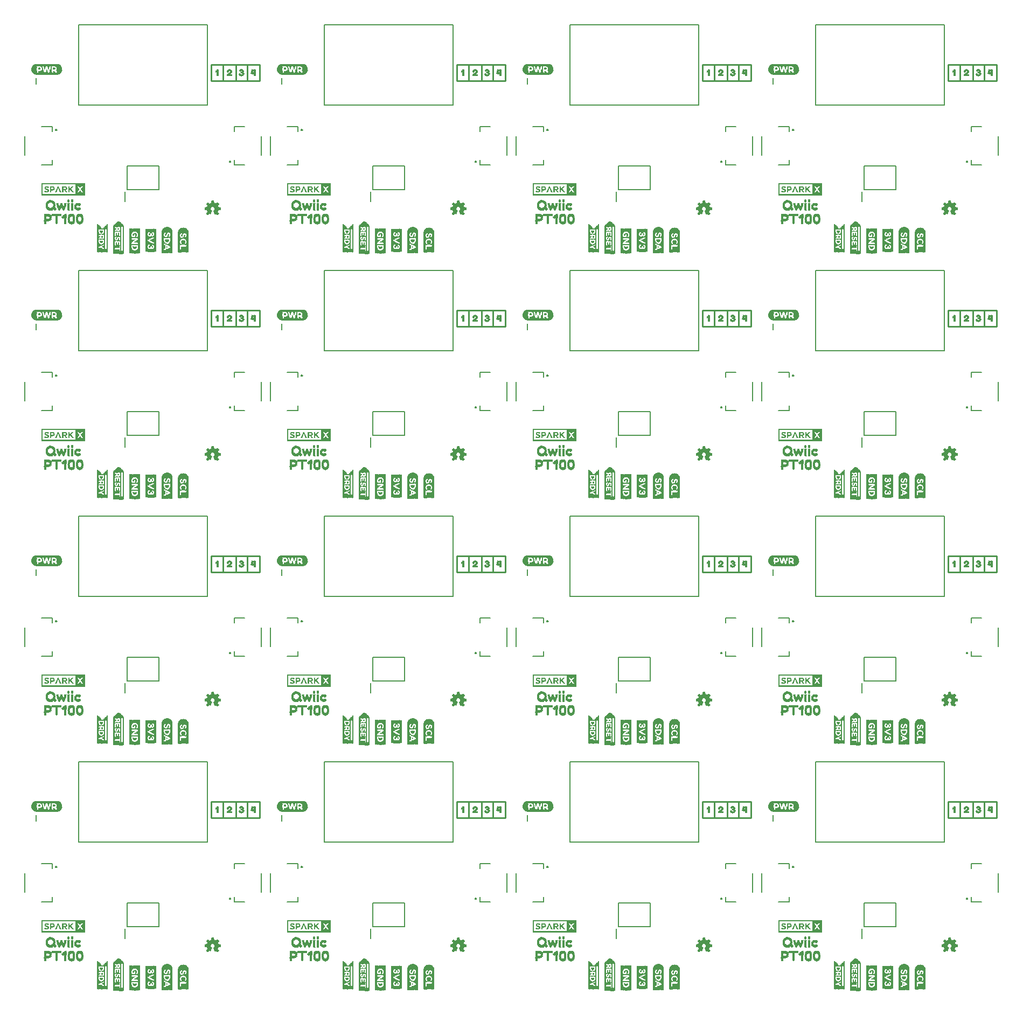
<source format=gto>
G04 EAGLE Gerber RS-274X export*
G75*
%MOMM*%
%FSLAX34Y34*%
%LPD*%
%INSilkscreen Top*%
%IPPOS*%
%AMOC8*
5,1,8,0,0,1.08239X$1,22.5*%
G01*
%ADD10C,0.254000*%
%ADD11C,0.203200*%
%ADD12R,0.040000X3.640000*%
%ADD13R,0.040000X0.720000*%
%ADD14R,0.040000X1.800000*%
%ADD15R,0.040000X0.600000*%
%ADD16R,0.040000X0.280000*%
%ADD17R,0.040000X0.560000*%
%ADD18R,0.040000X0.200000*%
%ADD19R,0.040000X0.520000*%
%ADD20R,0.040000X0.160000*%
%ADD21R,0.040000X0.480000*%
%ADD22R,0.040000X0.120000*%
%ADD23R,0.040000X0.080000*%
%ADD24R,0.040000X0.440000*%
%ADD25R,0.040000X0.400000*%
%ADD26R,0.040000X0.360000*%
%ADD27R,0.040000X0.320000*%
%ADD28R,0.040000X0.240000*%
%ADD29R,0.040000X0.880000*%
%ADD30R,0.040000X0.040000*%
%ADD31R,0.040000X0.760000*%
%ADD32R,0.040000X0.640000*%
%ADD33R,0.040000X3.880000*%
%ADD34R,0.040000X0.840000*%
%ADD35R,0.040000X2.800000*%
%ADD36R,0.040000X0.680000*%
%ADD37R,0.040000X0.800000*%
%ADD38R,0.040000X3.280000*%
%ADD39R,0.040000X3.400000*%
%ADD40R,0.040000X3.480000*%
%ADD41R,0.040000X3.560000*%
%ADD42R,0.040000X3.600000*%
%ADD43R,0.040000X3.680000*%
%ADD44R,0.040000X0.960000*%
%ADD45R,0.040000X1.560000*%
%ADD46R,0.040000X0.920000*%
%ADD47R,0.040000X1.000000*%
%ADD48R,0.040000X1.080000*%
%ADD49R,0.040000X1.240000*%
%ADD50R,0.040000X1.320000*%
%ADD51R,0.040000X3.520000*%
%ADD52R,0.040000X3.720000*%
%ADD53R,0.040000X3.800000*%
%ADD54R,0.040000X3.840000*%
%ADD55R,0.040000X3.920000*%
%ADD56R,0.040000X1.120000*%
%ADD57R,0.040000X1.360000*%
%ADD58C,0.152400*%
%ADD59R,0.240000X0.060000*%
%ADD60R,0.300000X0.060000*%
%ADD61R,0.360000X0.060000*%
%ADD62R,0.420000X0.060000*%
%ADD63R,0.660000X0.060000*%
%ADD64R,0.900000X0.060000*%
%ADD65R,1.020000X0.060000*%
%ADD66R,1.140000X0.060000*%
%ADD67R,1.260000X0.060000*%
%ADD68R,0.120000X0.060000*%
%ADD69R,0.180000X0.060000*%
%ADD70R,1.380000X0.060000*%
%ADD71R,0.540000X0.060000*%
%ADD72R,0.480000X0.060000*%
%ADD73R,0.780000X0.060000*%
%ADD74R,0.960000X0.060000*%
%ADD75R,1.440000X0.060000*%
%ADD76R,1.320000X0.060000*%
%ADD77R,0.600000X0.060000*%
%ADD78R,1.560000X0.060000*%
%ADD79R,1.500000X0.060000*%
%ADD80R,0.840000X0.060000*%
%ADD81R,3.640000X0.040000*%
%ADD82R,3.880000X0.040000*%
%ADD83R,4.040000X0.040000*%
%ADD84R,4.200000X0.040000*%
%ADD85R,4.280000X0.040000*%
%ADD86R,4.360000X0.040000*%
%ADD87R,4.440000X0.040000*%
%ADD88R,1.680000X0.040000*%
%ADD89R,1.040000X0.040000*%
%ADD90R,1.720000X0.040000*%
%ADD91R,0.760000X0.040000*%
%ADD92R,0.320000X0.040000*%
%ADD93R,0.400000X0.040000*%
%ADD94R,0.160000X0.040000*%
%ADD95R,0.960000X0.040000*%
%ADD96R,0.200000X0.040000*%
%ADD97R,0.120000X0.040000*%
%ADD98R,0.880000X0.040000*%
%ADD99R,0.800000X0.040000*%
%ADD100R,0.280000X0.040000*%
%ADD101R,0.840000X0.040000*%
%ADD102R,0.080000X0.040000*%
%ADD103R,0.240000X0.040000*%
%ADD104R,0.920000X0.040000*%
%ADD105R,0.440000X0.040000*%
%ADD106R,0.560000X0.040000*%
%ADD107R,0.360000X0.040000*%
%ADD108R,0.720000X0.040000*%
%ADD109R,0.480000X0.040000*%
%ADD110C,0.200000*%
%ADD111R,0.040000X4.440000*%
%ADD112R,0.040000X4.400000*%
%ADD113R,0.040000X4.360000*%
%ADD114R,0.040000X4.320000*%
%ADD115R,0.040000X4.040000*%
%ADD116R,0.040000X4.000000*%
%ADD117R,0.040000X3.960000*%
%ADD118R,0.040000X4.280000*%
%ADD119R,0.040000X4.520000*%
%ADD120R,0.040000X4.560000*%
%ADD121R,0.040000X4.840000*%
%ADD122R,0.040000X4.880000*%
%ADD123R,0.040000X4.920000*%
%ADD124R,0.040000X4.960000*%
%ADD125R,0.040000X4.600000*%
%ADD126R,0.060000X0.060000*%
%ADD127R,1.080000X0.060000*%
%ADD128R,1.200000X0.060000*%
%ADD129R,0.720000X0.060000*%
%ADD130R,0.680000X0.040000*%
%ADD131R,0.520000X0.040000*%
%ADD132R,0.600000X0.040000*%
%ADD133R,0.640000X0.040000*%

G36*
X485187Y1270655D02*
X485187Y1270655D01*
X485182Y1270663D01*
X485189Y1270669D01*
X485189Y1289651D01*
X485153Y1289699D01*
X485146Y1289693D01*
X485140Y1289701D01*
X416560Y1289701D01*
X416513Y1289665D01*
X416518Y1289657D01*
X416511Y1289651D01*
X416511Y1270669D01*
X416547Y1270621D01*
X416554Y1270627D01*
X416560Y1270619D01*
X485140Y1270619D01*
X485187Y1270655D01*
G37*
G36*
X1257347Y1270655D02*
X1257347Y1270655D01*
X1257342Y1270663D01*
X1257349Y1270669D01*
X1257349Y1289651D01*
X1257313Y1289699D01*
X1257306Y1289693D01*
X1257300Y1289701D01*
X1188720Y1289701D01*
X1188673Y1289665D01*
X1188678Y1289657D01*
X1188671Y1289651D01*
X1188671Y1270669D01*
X1188707Y1270621D01*
X1188714Y1270627D01*
X1188720Y1270619D01*
X1257300Y1270619D01*
X1257347Y1270655D01*
G37*
G36*
X99107Y1270655D02*
X99107Y1270655D01*
X99102Y1270663D01*
X99109Y1270669D01*
X99109Y1289651D01*
X99073Y1289699D01*
X99066Y1289693D01*
X99060Y1289701D01*
X30480Y1289701D01*
X30433Y1289665D01*
X30438Y1289657D01*
X30431Y1289651D01*
X30431Y1270669D01*
X30467Y1270621D01*
X30474Y1270627D01*
X30480Y1270619D01*
X99060Y1270619D01*
X99107Y1270655D01*
G37*
G36*
X871267Y1270655D02*
X871267Y1270655D01*
X871262Y1270663D01*
X871269Y1270669D01*
X871269Y1289651D01*
X871233Y1289699D01*
X871226Y1289693D01*
X871220Y1289701D01*
X802640Y1289701D01*
X802593Y1289665D01*
X802598Y1289657D01*
X802591Y1289651D01*
X802591Y1270669D01*
X802627Y1270621D01*
X802634Y1270627D01*
X802640Y1270619D01*
X871220Y1270619D01*
X871267Y1270655D01*
G37*
G36*
X1257347Y112415D02*
X1257347Y112415D01*
X1257342Y112423D01*
X1257349Y112429D01*
X1257349Y131411D01*
X1257313Y131459D01*
X1257306Y131453D01*
X1257300Y131461D01*
X1188720Y131461D01*
X1188673Y131425D01*
X1188678Y131417D01*
X1188671Y131411D01*
X1188671Y112429D01*
X1188707Y112381D01*
X1188714Y112387D01*
X1188720Y112379D01*
X1257300Y112379D01*
X1257347Y112415D01*
G37*
G36*
X99073Y131459D02*
X99073Y131459D01*
X99066Y131453D01*
X99060Y131461D01*
X30480Y131461D01*
X30433Y131425D01*
X30438Y131417D01*
X30431Y131411D01*
X30431Y112429D01*
X30467Y112381D01*
X30474Y112387D01*
X30480Y112379D01*
X99060Y112379D01*
X99107Y112415D01*
X99102Y112423D01*
X99109Y112429D01*
X99109Y131411D01*
X99073Y131459D01*
G37*
G36*
X871267Y112415D02*
X871267Y112415D01*
X871262Y112423D01*
X871269Y112429D01*
X871269Y131411D01*
X871233Y131459D01*
X871226Y131453D01*
X871220Y131461D01*
X802640Y131461D01*
X802593Y131425D01*
X802598Y131417D01*
X802591Y131411D01*
X802591Y112429D01*
X802627Y112381D01*
X802634Y112387D01*
X802640Y112379D01*
X871220Y112379D01*
X871267Y112415D01*
G37*
G36*
X485187Y112415D02*
X485187Y112415D01*
X485182Y112423D01*
X485189Y112429D01*
X485189Y131411D01*
X485153Y131459D01*
X485146Y131453D01*
X485140Y131461D01*
X416560Y131461D01*
X416513Y131425D01*
X416518Y131417D01*
X416511Y131411D01*
X416511Y112429D01*
X416547Y112381D01*
X416554Y112387D01*
X416560Y112379D01*
X485140Y112379D01*
X485187Y112415D01*
G37*
G36*
X99107Y498495D02*
X99107Y498495D01*
X99102Y498503D01*
X99109Y498509D01*
X99109Y517491D01*
X99073Y517539D01*
X99066Y517533D01*
X99060Y517541D01*
X30480Y517541D01*
X30433Y517505D01*
X30438Y517497D01*
X30431Y517491D01*
X30431Y498509D01*
X30467Y498461D01*
X30474Y498467D01*
X30480Y498459D01*
X99060Y498459D01*
X99107Y498495D01*
G37*
G36*
X485187Y498495D02*
X485187Y498495D01*
X485182Y498503D01*
X485189Y498509D01*
X485189Y517491D01*
X485153Y517539D01*
X485146Y517533D01*
X485140Y517541D01*
X416560Y517541D01*
X416513Y517505D01*
X416518Y517497D01*
X416511Y517491D01*
X416511Y498509D01*
X416547Y498461D01*
X416554Y498467D01*
X416560Y498459D01*
X485140Y498459D01*
X485187Y498495D01*
G37*
G36*
X1257347Y498495D02*
X1257347Y498495D01*
X1257342Y498503D01*
X1257349Y498509D01*
X1257349Y517491D01*
X1257313Y517539D01*
X1257306Y517533D01*
X1257300Y517541D01*
X1188720Y517541D01*
X1188673Y517505D01*
X1188678Y517497D01*
X1188671Y517491D01*
X1188671Y498509D01*
X1188707Y498461D01*
X1188714Y498467D01*
X1188720Y498459D01*
X1257300Y498459D01*
X1257347Y498495D01*
G37*
G36*
X871267Y884575D02*
X871267Y884575D01*
X871262Y884583D01*
X871269Y884589D01*
X871269Y903571D01*
X871233Y903619D01*
X871226Y903613D01*
X871220Y903621D01*
X802640Y903621D01*
X802593Y903585D01*
X802598Y903577D01*
X802591Y903571D01*
X802591Y884589D01*
X802627Y884541D01*
X802634Y884547D01*
X802640Y884539D01*
X871220Y884539D01*
X871267Y884575D01*
G37*
G36*
X1257347Y884575D02*
X1257347Y884575D01*
X1257342Y884583D01*
X1257349Y884589D01*
X1257349Y903571D01*
X1257313Y903619D01*
X1257306Y903613D01*
X1257300Y903621D01*
X1188720Y903621D01*
X1188673Y903585D01*
X1188678Y903577D01*
X1188671Y903571D01*
X1188671Y884589D01*
X1188707Y884541D01*
X1188714Y884547D01*
X1188720Y884539D01*
X1257300Y884539D01*
X1257347Y884575D01*
G37*
G36*
X485187Y884575D02*
X485187Y884575D01*
X485182Y884583D01*
X485189Y884589D01*
X485189Y903571D01*
X485153Y903619D01*
X485146Y903613D01*
X485140Y903621D01*
X416560Y903621D01*
X416513Y903585D01*
X416518Y903577D01*
X416511Y903571D01*
X416511Y884589D01*
X416547Y884541D01*
X416554Y884547D01*
X416560Y884539D01*
X485140Y884539D01*
X485187Y884575D01*
G37*
G36*
X99107Y884575D02*
X99107Y884575D01*
X99102Y884583D01*
X99109Y884589D01*
X99109Y903571D01*
X99073Y903619D01*
X99066Y903613D01*
X99060Y903621D01*
X30480Y903621D01*
X30433Y903585D01*
X30438Y903577D01*
X30431Y903571D01*
X30431Y884589D01*
X30467Y884541D01*
X30474Y884547D01*
X30480Y884539D01*
X99060Y884539D01*
X99107Y884575D01*
G37*
G36*
X871267Y498495D02*
X871267Y498495D01*
X871262Y498503D01*
X871269Y498509D01*
X871269Y517491D01*
X871233Y517539D01*
X871226Y517533D01*
X871220Y517541D01*
X802640Y517541D01*
X802593Y517505D01*
X802598Y517497D01*
X802591Y517491D01*
X802591Y498509D01*
X802627Y498461D01*
X802634Y498467D01*
X802640Y498459D01*
X871220Y498459D01*
X871267Y498495D01*
G37*
%LPC*%
G36*
X32292Y1272480D02*
X32292Y1272480D01*
X32292Y1287840D01*
X83690Y1287840D01*
X83690Y1272480D01*
X32292Y1272480D01*
G37*
%LPD*%
%LPC*%
G36*
X1190532Y1272480D02*
X1190532Y1272480D01*
X1190532Y1287840D01*
X1241930Y1287840D01*
X1241930Y1272480D01*
X1190532Y1272480D01*
G37*
%LPD*%
%LPC*%
G36*
X804452Y1272480D02*
X804452Y1272480D01*
X804452Y1287840D01*
X855850Y1287840D01*
X855850Y1272480D01*
X804452Y1272480D01*
G37*
%LPD*%
%LPC*%
G36*
X418372Y1272480D02*
X418372Y1272480D01*
X418372Y1287840D01*
X469770Y1287840D01*
X469770Y1272480D01*
X418372Y1272480D01*
G37*
%LPD*%
%LPC*%
G36*
X804452Y114240D02*
X804452Y114240D01*
X804452Y129600D01*
X855850Y129600D01*
X855850Y114240D01*
X804452Y114240D01*
G37*
%LPD*%
%LPC*%
G36*
X1190532Y114240D02*
X1190532Y114240D01*
X1190532Y129600D01*
X1241930Y129600D01*
X1241930Y114240D01*
X1190532Y114240D01*
G37*
%LPD*%
%LPC*%
G36*
X418372Y500320D02*
X418372Y500320D01*
X418372Y515680D01*
X469770Y515680D01*
X469770Y500320D01*
X418372Y500320D01*
G37*
%LPD*%
%LPC*%
G36*
X32292Y500320D02*
X32292Y500320D01*
X32292Y515680D01*
X83690Y515680D01*
X83690Y500320D01*
X32292Y500320D01*
G37*
%LPD*%
%LPC*%
G36*
X804452Y500320D02*
X804452Y500320D01*
X804452Y515680D01*
X855850Y515680D01*
X855850Y500320D01*
X804452Y500320D01*
G37*
%LPD*%
%LPC*%
G36*
X1190532Y500320D02*
X1190532Y500320D01*
X1190532Y515680D01*
X1241930Y515680D01*
X1241930Y500320D01*
X1190532Y500320D01*
G37*
%LPD*%
%LPC*%
G36*
X418372Y886400D02*
X418372Y886400D01*
X418372Y901760D01*
X469770Y901760D01*
X469770Y886400D01*
X418372Y886400D01*
G37*
%LPD*%
%LPC*%
G36*
X32292Y886400D02*
X32292Y886400D01*
X32292Y901760D01*
X83690Y901760D01*
X83690Y886400D01*
X32292Y886400D01*
G37*
%LPD*%
%LPC*%
G36*
X804452Y886400D02*
X804452Y886400D01*
X804452Y901760D01*
X855850Y901760D01*
X855850Y886400D01*
X804452Y886400D01*
G37*
%LPD*%
%LPC*%
G36*
X1190532Y886400D02*
X1190532Y886400D01*
X1190532Y901760D01*
X1241930Y901760D01*
X1241930Y886400D01*
X1190532Y886400D01*
G37*
%LPD*%
%LPC*%
G36*
X32292Y114240D02*
X32292Y114240D01*
X32292Y129600D01*
X83690Y129600D01*
X83690Y114240D01*
X32292Y114240D01*
G37*
%LPD*%
%LPC*%
G36*
X418372Y114240D02*
X418372Y114240D01*
X418372Y129600D01*
X469770Y129600D01*
X469770Y114240D01*
X418372Y114240D01*
G37*
%LPD*%
G36*
X1465574Y1239387D02*
X1465574Y1239387D01*
X1465644Y1239393D01*
X1465659Y1239402D01*
X1465676Y1239405D01*
X1465782Y1239477D01*
X1465792Y1239483D01*
X1465793Y1239485D01*
X1465794Y1239486D01*
X1468094Y1241786D01*
X1468102Y1241799D01*
X1468103Y1241800D01*
X1468105Y1241802D01*
X1468107Y1241806D01*
X1468126Y1241822D01*
X1468152Y1241879D01*
X1468185Y1241933D01*
X1468188Y1241957D01*
X1468198Y1241980D01*
X1468196Y1242042D01*
X1468202Y1242105D01*
X1468193Y1242128D01*
X1468192Y1242153D01*
X1468152Y1242235D01*
X1468140Y1242266D01*
X1468134Y1242272D01*
X1468129Y1242281D01*
X1466184Y1244875D01*
X1466194Y1244886D01*
X1466213Y1244916D01*
X1466265Y1244984D01*
X1466365Y1245184D01*
X1466369Y1245200D01*
X1466378Y1245213D01*
X1466404Y1245347D01*
X1466405Y1245352D01*
X1466405Y1245353D01*
X1466405Y1245354D01*
X1466405Y1245364D01*
X1466438Y1245429D01*
X1466494Y1245486D01*
X1466513Y1245516D01*
X1466565Y1245584D01*
X1466665Y1245784D01*
X1466669Y1245800D01*
X1466678Y1245813D01*
X1466704Y1245947D01*
X1466705Y1245952D01*
X1466705Y1245953D01*
X1466705Y1245954D01*
X1466705Y1245964D01*
X1466865Y1246284D01*
X1466869Y1246300D01*
X1466878Y1246313D01*
X1466904Y1246447D01*
X1466905Y1246452D01*
X1466905Y1246453D01*
X1466905Y1246454D01*
X1466905Y1246464D01*
X1466965Y1246584D01*
X1466969Y1246600D01*
X1466978Y1246613D01*
X1467004Y1246747D01*
X1467005Y1246752D01*
X1467005Y1246753D01*
X1467005Y1246754D01*
X1467005Y1246764D01*
X1467065Y1246884D01*
X1467069Y1246900D01*
X1467078Y1246913D01*
X1467098Y1247016D01*
X1470390Y1247580D01*
X1470408Y1247587D01*
X1470427Y1247588D01*
X1470487Y1247621D01*
X1470549Y1247647D01*
X1470562Y1247662D01*
X1470579Y1247671D01*
X1470618Y1247727D01*
X1470662Y1247778D01*
X1470667Y1247797D01*
X1470678Y1247813D01*
X1470700Y1247924D01*
X1470705Y1247946D01*
X1470704Y1247950D01*
X1470705Y1247954D01*
X1470705Y1251154D01*
X1470701Y1251173D01*
X1470703Y1251194D01*
X1470692Y1251226D01*
X1470691Y1251233D01*
X1470686Y1251242D01*
X1470681Y1251257D01*
X1470666Y1251322D01*
X1470653Y1251338D01*
X1470646Y1251357D01*
X1470598Y1251404D01*
X1470556Y1251456D01*
X1470537Y1251464D01*
X1470523Y1251478D01*
X1470421Y1251516D01*
X1470398Y1251526D01*
X1470393Y1251526D01*
X1470388Y1251528D01*
X1467105Y1252075D01*
X1467105Y1252154D01*
X1467088Y1252228D01*
X1467074Y1252303D01*
X1467068Y1252313D01*
X1467066Y1252322D01*
X1467043Y1252350D01*
X1467005Y1252405D01*
X1467005Y1252454D01*
X1466988Y1252528D01*
X1466974Y1252603D01*
X1466968Y1252613D01*
X1466966Y1252622D01*
X1466943Y1252650D01*
X1466894Y1252722D01*
X1466838Y1252778D01*
X1466805Y1252843D01*
X1466805Y1252954D01*
X1466788Y1253028D01*
X1466774Y1253103D01*
X1466768Y1253113D01*
X1466766Y1253122D01*
X1466743Y1253150D01*
X1466705Y1253205D01*
X1466705Y1253254D01*
X1466688Y1253328D01*
X1466674Y1253403D01*
X1466668Y1253413D01*
X1466666Y1253422D01*
X1466643Y1253450D01*
X1466594Y1253522D01*
X1466538Y1253578D01*
X1466465Y1253723D01*
X1466442Y1253751D01*
X1466405Y1253805D01*
X1466405Y1253854D01*
X1466388Y1253928D01*
X1466374Y1254003D01*
X1466368Y1254013D01*
X1466366Y1254022D01*
X1466343Y1254050D01*
X1466294Y1254122D01*
X1466238Y1254178D01*
X1466198Y1254258D01*
X1468133Y1256931D01*
X1468143Y1256955D01*
X1468160Y1256974D01*
X1468176Y1257034D01*
X1468200Y1257091D01*
X1468198Y1257116D01*
X1468205Y1257141D01*
X1468193Y1257202D01*
X1468189Y1257264D01*
X1468176Y1257286D01*
X1468171Y1257311D01*
X1468120Y1257383D01*
X1468102Y1257413D01*
X1468095Y1257418D01*
X1468088Y1257428D01*
X1465788Y1259628D01*
X1465777Y1259634D01*
X1465769Y1259645D01*
X1465703Y1259678D01*
X1465639Y1259716D01*
X1465626Y1259717D01*
X1465615Y1259722D01*
X1465541Y1259723D01*
X1465467Y1259728D01*
X1465455Y1259723D01*
X1465442Y1259723D01*
X1465311Y1259666D01*
X1462637Y1257822D01*
X1462496Y1257893D01*
X1462480Y1257897D01*
X1462467Y1257906D01*
X1462333Y1257932D01*
X1462327Y1257933D01*
X1462326Y1257933D01*
X1462316Y1257933D01*
X1462251Y1257965D01*
X1462194Y1258022D01*
X1462164Y1258041D01*
X1462096Y1258093D01*
X1461896Y1258193D01*
X1461880Y1258197D01*
X1461867Y1258206D01*
X1461733Y1258232D01*
X1461727Y1258233D01*
X1461726Y1258233D01*
X1461716Y1258233D01*
X1461651Y1258265D01*
X1461594Y1258322D01*
X1461529Y1258362D01*
X1461467Y1258406D01*
X1461455Y1258408D01*
X1461447Y1258413D01*
X1461412Y1258416D01*
X1461326Y1258433D01*
X1461216Y1258433D01*
X1461096Y1258493D01*
X1461080Y1258497D01*
X1461067Y1258506D01*
X1460933Y1258532D01*
X1460927Y1258533D01*
X1460926Y1258533D01*
X1460916Y1258533D01*
X1460796Y1258593D01*
X1460780Y1258597D01*
X1460767Y1258606D01*
X1460633Y1258632D01*
X1460627Y1258633D01*
X1460626Y1258633D01*
X1460616Y1258633D01*
X1460496Y1258693D01*
X1460480Y1258697D01*
X1460467Y1258706D01*
X1460450Y1258709D01*
X1459900Y1261918D01*
X1459892Y1261936D01*
X1459891Y1261955D01*
X1459859Y1262014D01*
X1459832Y1262077D01*
X1459818Y1262090D01*
X1459808Y1262107D01*
X1459753Y1262146D01*
X1459701Y1262190D01*
X1459682Y1262195D01*
X1459667Y1262206D01*
X1459556Y1262227D01*
X1459534Y1262233D01*
X1459530Y1262232D01*
X1459526Y1262233D01*
X1456326Y1262233D01*
X1456307Y1262229D01*
X1456288Y1262231D01*
X1456224Y1262209D01*
X1456158Y1262193D01*
X1456143Y1262181D01*
X1456124Y1262175D01*
X1456077Y1262127D01*
X1456024Y1262083D01*
X1456016Y1262066D01*
X1456003Y1262052D01*
X1455963Y1261946D01*
X1455954Y1261925D01*
X1455954Y1261922D01*
X1455952Y1261918D01*
X1455394Y1258662D01*
X1455336Y1258633D01*
X1455226Y1258633D01*
X1455152Y1258616D01*
X1455076Y1258602D01*
X1455067Y1258596D01*
X1455058Y1258593D01*
X1455030Y1258571D01*
X1454974Y1258533D01*
X1454926Y1258533D01*
X1454910Y1258529D01*
X1454894Y1258532D01*
X1454763Y1258495D01*
X1454758Y1258493D01*
X1454757Y1258493D01*
X1454756Y1258493D01*
X1454636Y1258433D01*
X1454626Y1258433D01*
X1454610Y1258429D01*
X1454594Y1258432D01*
X1454463Y1258395D01*
X1454458Y1258393D01*
X1454457Y1258393D01*
X1454456Y1258393D01*
X1454256Y1258293D01*
X1454229Y1258270D01*
X1454174Y1258233D01*
X1454126Y1258233D01*
X1454052Y1258216D01*
X1453976Y1258202D01*
X1453967Y1258196D01*
X1453958Y1258193D01*
X1453930Y1258171D01*
X1453858Y1258122D01*
X1453801Y1258065D01*
X1453656Y1257993D01*
X1453629Y1257970D01*
X1453574Y1257933D01*
X1453526Y1257933D01*
X1453452Y1257916D01*
X1453376Y1257902D01*
X1453367Y1257896D01*
X1453358Y1257893D01*
X1453330Y1257871D01*
X1453258Y1257822D01*
X1453240Y1257804D01*
X1450541Y1259666D01*
X1450525Y1259672D01*
X1450513Y1259684D01*
X1450446Y1259703D01*
X1450380Y1259729D01*
X1450363Y1259728D01*
X1450347Y1259732D01*
X1450278Y1259720D01*
X1450208Y1259714D01*
X1450193Y1259705D01*
X1450176Y1259702D01*
X1450070Y1259630D01*
X1450060Y1259624D01*
X1450059Y1259623D01*
X1450058Y1259622D01*
X1447858Y1257422D01*
X1447849Y1257407D01*
X1447835Y1257397D01*
X1447804Y1257334D01*
X1447767Y1257275D01*
X1447765Y1257258D01*
X1447757Y1257243D01*
X1447757Y1257172D01*
X1447750Y1257103D01*
X1447756Y1257087D01*
X1447756Y1257069D01*
X1447808Y1256952D01*
X1447812Y1256941D01*
X1447813Y1256940D01*
X1447814Y1256938D01*
X1449665Y1254255D01*
X1449663Y1254240D01*
X1449647Y1254154D01*
X1449647Y1254104D01*
X1449639Y1254091D01*
X1449587Y1254023D01*
X1449514Y1253878D01*
X1449458Y1253822D01*
X1449418Y1253757D01*
X1449374Y1253694D01*
X1449372Y1253683D01*
X1449367Y1253675D01*
X1449363Y1253640D01*
X1449347Y1253554D01*
X1449347Y1253504D01*
X1449339Y1253491D01*
X1449287Y1253423D01*
X1449187Y1253223D01*
X1449183Y1253208D01*
X1449174Y1253194D01*
X1449157Y1253107D01*
X1449154Y1253099D01*
X1449154Y1253091D01*
X1449148Y1253060D01*
X1449147Y1253055D01*
X1449147Y1253054D01*
X1449147Y1253043D01*
X1448987Y1252723D01*
X1448983Y1252708D01*
X1448974Y1252694D01*
X1448948Y1252560D01*
X1448947Y1252555D01*
X1448947Y1252554D01*
X1448947Y1252543D01*
X1448887Y1252423D01*
X1448883Y1252408D01*
X1448874Y1252394D01*
X1448865Y1252349D01*
X1448861Y1252341D01*
X1448862Y1252331D01*
X1448848Y1252260D01*
X1448847Y1252255D01*
X1448847Y1252254D01*
X1448847Y1252243D01*
X1448787Y1252123D01*
X1448783Y1252108D01*
X1448774Y1252094D01*
X1448771Y1252078D01*
X1445562Y1251528D01*
X1445544Y1251520D01*
X1445525Y1251519D01*
X1445465Y1251487D01*
X1445403Y1251460D01*
X1445390Y1251445D01*
X1445373Y1251436D01*
X1445334Y1251381D01*
X1445290Y1251329D01*
X1445285Y1251310D01*
X1445274Y1251294D01*
X1445258Y1251213D01*
X1445254Y1251203D01*
X1445254Y1251192D01*
X1445252Y1251183D01*
X1445247Y1251161D01*
X1445248Y1251158D01*
X1445247Y1251154D01*
X1445247Y1247954D01*
X1445251Y1247935D01*
X1445249Y1247916D01*
X1445271Y1247851D01*
X1445286Y1247785D01*
X1445299Y1247770D01*
X1445305Y1247752D01*
X1445353Y1247704D01*
X1445396Y1247652D01*
X1445414Y1247644D01*
X1445428Y1247630D01*
X1445534Y1247590D01*
X1445554Y1247581D01*
X1445558Y1247581D01*
X1445562Y1247580D01*
X1448818Y1247022D01*
X1448847Y1246964D01*
X1448847Y1246854D01*
X1448864Y1246779D01*
X1448878Y1246704D01*
X1448884Y1246694D01*
X1448886Y1246685D01*
X1448909Y1246658D01*
X1448947Y1246602D01*
X1448947Y1246554D01*
X1448960Y1246498D01*
X1448961Y1246479D01*
X1448966Y1246469D01*
X1448978Y1246404D01*
X1448984Y1246394D01*
X1448986Y1246385D01*
X1449009Y1246358D01*
X1449058Y1246286D01*
X1449114Y1246229D01*
X1449147Y1246164D01*
X1449147Y1246054D01*
X1449164Y1245979D01*
X1449178Y1245904D01*
X1449184Y1245894D01*
X1449186Y1245885D01*
X1449209Y1245858D01*
X1449247Y1245802D01*
X1449247Y1245754D01*
X1449264Y1245679D01*
X1449278Y1245604D01*
X1449284Y1245594D01*
X1449286Y1245585D01*
X1449309Y1245558D01*
X1449358Y1245486D01*
X1449414Y1245429D01*
X1449487Y1245284D01*
X1449510Y1245256D01*
X1449553Y1245193D01*
X1449555Y1245189D01*
X1449556Y1245189D01*
X1449558Y1245186D01*
X1449614Y1245129D01*
X1449647Y1245064D01*
X1449647Y1245054D01*
X1449650Y1245038D01*
X1449648Y1245022D01*
X1449660Y1244980D01*
X1449661Y1244962D01*
X1449670Y1244945D01*
X1449685Y1244891D01*
X1449685Y1244889D01*
X1447817Y1242274D01*
X1447811Y1242259D01*
X1447800Y1242248D01*
X1447779Y1242180D01*
X1447752Y1242114D01*
X1447753Y1242098D01*
X1447748Y1242083D01*
X1447759Y1242013D01*
X1447764Y1241941D01*
X1447772Y1241928D01*
X1447774Y1241912D01*
X1447849Y1241796D01*
X1447851Y1241792D01*
X1447852Y1241792D01*
X1450052Y1239492D01*
X1450070Y1239480D01*
X1450083Y1239463D01*
X1450142Y1239433D01*
X1450197Y1239397D01*
X1450218Y1239395D01*
X1450237Y1239385D01*
X1450303Y1239385D01*
X1450369Y1239377D01*
X1450389Y1239384D01*
X1450410Y1239384D01*
X1450505Y1239426D01*
X1450532Y1239435D01*
X1450535Y1239439D01*
X1450541Y1239441D01*
X1453262Y1241318D01*
X1453285Y1241301D01*
X1453297Y1241299D01*
X1453305Y1241294D01*
X1453340Y1241291D01*
X1453355Y1241288D01*
X1453358Y1241286D01*
X1453423Y1241245D01*
X1453485Y1241201D01*
X1453497Y1241199D01*
X1453505Y1241194D01*
X1453540Y1241191D01*
X1453555Y1241188D01*
X1453558Y1241186D01*
X1453623Y1241145D01*
X1453685Y1241101D01*
X1453697Y1241099D01*
X1453705Y1241094D01*
X1453740Y1241091D01*
X1453755Y1241088D01*
X1453758Y1241086D01*
X1453823Y1241045D01*
X1453885Y1241001D01*
X1453897Y1240999D01*
X1453905Y1240994D01*
X1453940Y1240991D01*
X1453955Y1240988D01*
X1453958Y1240986D01*
X1454023Y1240945D01*
X1454085Y1240901D01*
X1454097Y1240899D01*
X1454105Y1240894D01*
X1454140Y1240891D01*
X1454155Y1240888D01*
X1454158Y1240886D01*
X1454223Y1240845D01*
X1454285Y1240801D01*
X1454297Y1240799D01*
X1454305Y1240794D01*
X1454340Y1240791D01*
X1454426Y1240774D01*
X1454476Y1240774D01*
X1454497Y1240761D01*
X1454530Y1240729D01*
X1454569Y1240716D01*
X1454605Y1240694D01*
X1454650Y1240690D01*
X1454694Y1240676D01*
X1454736Y1240682D01*
X1454777Y1240678D01*
X1454820Y1240694D01*
X1454865Y1240701D01*
X1454900Y1240725D01*
X1454939Y1240740D01*
X1454970Y1240773D01*
X1455007Y1240800D01*
X1455033Y1240842D01*
X1455056Y1240867D01*
X1455063Y1240892D01*
X1455082Y1240922D01*
X1457082Y1246322D01*
X1457089Y1246379D01*
X1457105Y1246434D01*
X1457099Y1246464D01*
X1457103Y1246494D01*
X1457084Y1246548D01*
X1457074Y1246605D01*
X1457056Y1246629D01*
X1457046Y1246657D01*
X1457005Y1246697D01*
X1456971Y1246743D01*
X1456941Y1246760D01*
X1456922Y1246778D01*
X1456890Y1246788D01*
X1456846Y1246813D01*
X1456572Y1246905D01*
X1456251Y1247065D01*
X1456094Y1247222D01*
X1456064Y1247241D01*
X1455996Y1247293D01*
X1455851Y1247365D01*
X1455738Y1247478D01*
X1455665Y1247623D01*
X1455642Y1247651D01*
X1455594Y1247722D01*
X1455438Y1247878D01*
X1455277Y1248199D01*
X1455186Y1248474D01*
X1455174Y1248493D01*
X1455165Y1248523D01*
X1455005Y1248843D01*
X1455005Y1249054D01*
X1454997Y1249089D01*
X1454986Y1249174D01*
X1454905Y1249415D01*
X1454905Y1249892D01*
X1455270Y1250986D01*
X1455621Y1251512D01*
X1455768Y1251659D01*
X1456036Y1251838D01*
X1456058Y1251861D01*
X1456094Y1251886D01*
X1456268Y1252059D01*
X1456494Y1252210D01*
X1456746Y1252294D01*
X1456764Y1252305D01*
X1456778Y1252308D01*
X1456791Y1252319D01*
X1456836Y1252338D01*
X1457041Y1252474D01*
X1457226Y1252474D01*
X1457261Y1252483D01*
X1457318Y1252486D01*
X1457673Y1252574D01*
X1458264Y1252574D01*
X1458506Y1252494D01*
X1458542Y1252491D01*
X1458626Y1252474D01*
X1458811Y1252474D01*
X1459016Y1252338D01*
X1459051Y1252325D01*
X1459100Y1252297D01*
X1459102Y1252296D01*
X1459103Y1252296D01*
X1459106Y1252294D01*
X1459358Y1252210D01*
X1459885Y1251859D01*
X1460231Y1251512D01*
X1460582Y1250986D01*
X1460666Y1250734D01*
X1460686Y1250702D01*
X1460710Y1250643D01*
X1460847Y1250439D01*
X1460847Y1250254D01*
X1460855Y1250219D01*
X1460866Y1250134D01*
X1460947Y1249892D01*
X1460947Y1249115D01*
X1460866Y1248874D01*
X1460863Y1248838D01*
X1460847Y1248754D01*
X1460847Y1248643D01*
X1460787Y1248523D01*
X1460781Y1248501D01*
X1460766Y1248474D01*
X1460675Y1248199D01*
X1460614Y1248078D01*
X1460458Y1247922D01*
X1460439Y1247891D01*
X1460387Y1247823D01*
X1460314Y1247678D01*
X1460001Y1247365D01*
X1459856Y1247293D01*
X1459829Y1247270D01*
X1459758Y1247222D01*
X1459601Y1247065D01*
X1459056Y1246793D01*
X1459033Y1246773D01*
X1459004Y1246761D01*
X1458967Y1246718D01*
X1458923Y1246682D01*
X1458911Y1246654D01*
X1458891Y1246631D01*
X1458876Y1246576D01*
X1458853Y1246524D01*
X1458855Y1246493D01*
X1458847Y1246463D01*
X1458859Y1246389D01*
X1458861Y1246351D01*
X1458868Y1246339D01*
X1458870Y1246322D01*
X1460870Y1240922D01*
X1460882Y1240905D01*
X1460886Y1240885D01*
X1460929Y1240834D01*
X1460966Y1240778D01*
X1460984Y1240767D01*
X1460996Y1240752D01*
X1461058Y1240725D01*
X1461116Y1240691D01*
X1461136Y1240690D01*
X1461154Y1240681D01*
X1461221Y1240684D01*
X1461288Y1240680D01*
X1461307Y1240687D01*
X1461327Y1240688D01*
X1461386Y1240720D01*
X1461448Y1240746D01*
X1461461Y1240762D01*
X1461479Y1240771D01*
X1461492Y1240790D01*
X1461500Y1240792D01*
X1461576Y1240805D01*
X1461585Y1240812D01*
X1461594Y1240814D01*
X1461622Y1240837D01*
X1461694Y1240886D01*
X1461701Y1240892D01*
X1461776Y1240905D01*
X1461785Y1240912D01*
X1461794Y1240914D01*
X1461822Y1240937D01*
X1461894Y1240986D01*
X1461901Y1240992D01*
X1461976Y1241005D01*
X1461985Y1241012D01*
X1461994Y1241014D01*
X1462022Y1241037D01*
X1462078Y1241074D01*
X1462126Y1241074D01*
X1462200Y1241092D01*
X1462276Y1241105D01*
X1462285Y1241112D01*
X1462294Y1241114D01*
X1462322Y1241137D01*
X1462394Y1241186D01*
X1462401Y1241192D01*
X1462476Y1241205D01*
X1462485Y1241212D01*
X1462494Y1241214D01*
X1462522Y1241237D01*
X1462594Y1241286D01*
X1462612Y1241303D01*
X1465311Y1239441D01*
X1465327Y1239435D01*
X1465339Y1239424D01*
X1465407Y1239404D01*
X1465472Y1239378D01*
X1465489Y1239380D01*
X1465505Y1239375D01*
X1465574Y1239387D01*
G37*
G36*
X693414Y1239387D02*
X693414Y1239387D01*
X693484Y1239393D01*
X693499Y1239402D01*
X693516Y1239405D01*
X693622Y1239477D01*
X693632Y1239483D01*
X693633Y1239485D01*
X693634Y1239486D01*
X695934Y1241786D01*
X695942Y1241799D01*
X695943Y1241800D01*
X695945Y1241802D01*
X695947Y1241806D01*
X695966Y1241822D01*
X695992Y1241879D01*
X696025Y1241933D01*
X696028Y1241957D01*
X696038Y1241980D01*
X696036Y1242042D01*
X696042Y1242105D01*
X696033Y1242128D01*
X696032Y1242153D01*
X695992Y1242235D01*
X695980Y1242266D01*
X695974Y1242272D01*
X695969Y1242281D01*
X694024Y1244875D01*
X694034Y1244886D01*
X694053Y1244916D01*
X694105Y1244984D01*
X694205Y1245184D01*
X694209Y1245200D01*
X694218Y1245213D01*
X694244Y1245347D01*
X694245Y1245352D01*
X694245Y1245353D01*
X694245Y1245354D01*
X694245Y1245364D01*
X694278Y1245429D01*
X694334Y1245486D01*
X694353Y1245516D01*
X694405Y1245584D01*
X694505Y1245784D01*
X694509Y1245800D01*
X694518Y1245813D01*
X694544Y1245947D01*
X694545Y1245952D01*
X694545Y1245953D01*
X694545Y1245954D01*
X694545Y1245964D01*
X694705Y1246284D01*
X694709Y1246300D01*
X694718Y1246313D01*
X694744Y1246447D01*
X694745Y1246452D01*
X694745Y1246453D01*
X694745Y1246454D01*
X694745Y1246464D01*
X694805Y1246584D01*
X694809Y1246600D01*
X694818Y1246613D01*
X694844Y1246747D01*
X694845Y1246752D01*
X694845Y1246753D01*
X694845Y1246754D01*
X694845Y1246764D01*
X694905Y1246884D01*
X694909Y1246900D01*
X694918Y1246913D01*
X694938Y1247016D01*
X698230Y1247580D01*
X698248Y1247587D01*
X698267Y1247588D01*
X698327Y1247621D01*
X698389Y1247647D01*
X698402Y1247662D01*
X698419Y1247671D01*
X698458Y1247727D01*
X698502Y1247778D01*
X698507Y1247797D01*
X698518Y1247813D01*
X698540Y1247924D01*
X698545Y1247946D01*
X698544Y1247950D01*
X698545Y1247954D01*
X698545Y1251154D01*
X698541Y1251173D01*
X698543Y1251194D01*
X698532Y1251226D01*
X698531Y1251233D01*
X698526Y1251242D01*
X698521Y1251257D01*
X698506Y1251322D01*
X698493Y1251338D01*
X698486Y1251357D01*
X698438Y1251404D01*
X698396Y1251456D01*
X698377Y1251464D01*
X698363Y1251478D01*
X698261Y1251516D01*
X698238Y1251526D01*
X698233Y1251526D01*
X698228Y1251528D01*
X694945Y1252075D01*
X694945Y1252154D01*
X694928Y1252228D01*
X694914Y1252303D01*
X694908Y1252313D01*
X694906Y1252322D01*
X694883Y1252350D01*
X694845Y1252405D01*
X694845Y1252454D01*
X694828Y1252528D01*
X694814Y1252603D01*
X694808Y1252613D01*
X694806Y1252622D01*
X694783Y1252650D01*
X694734Y1252722D01*
X694678Y1252778D01*
X694645Y1252843D01*
X694645Y1252954D01*
X694628Y1253028D01*
X694614Y1253103D01*
X694608Y1253113D01*
X694606Y1253122D01*
X694583Y1253150D01*
X694545Y1253205D01*
X694545Y1253254D01*
X694528Y1253328D01*
X694514Y1253403D01*
X694508Y1253413D01*
X694506Y1253422D01*
X694483Y1253450D01*
X694434Y1253522D01*
X694378Y1253578D01*
X694305Y1253723D01*
X694282Y1253751D01*
X694245Y1253805D01*
X694245Y1253854D01*
X694228Y1253928D01*
X694214Y1254003D01*
X694208Y1254013D01*
X694206Y1254022D01*
X694183Y1254050D01*
X694134Y1254122D01*
X694078Y1254178D01*
X694038Y1254258D01*
X695973Y1256931D01*
X695983Y1256955D01*
X696000Y1256974D01*
X696016Y1257034D01*
X696040Y1257091D01*
X696038Y1257116D01*
X696045Y1257141D01*
X696033Y1257202D01*
X696029Y1257264D01*
X696016Y1257286D01*
X696011Y1257311D01*
X695960Y1257383D01*
X695942Y1257413D01*
X695935Y1257418D01*
X695928Y1257428D01*
X693628Y1259628D01*
X693617Y1259634D01*
X693609Y1259645D01*
X693543Y1259678D01*
X693479Y1259716D01*
X693466Y1259717D01*
X693455Y1259722D01*
X693381Y1259723D01*
X693307Y1259728D01*
X693295Y1259723D01*
X693282Y1259723D01*
X693151Y1259666D01*
X690477Y1257822D01*
X690336Y1257893D01*
X690320Y1257897D01*
X690307Y1257906D01*
X690173Y1257932D01*
X690167Y1257933D01*
X690166Y1257933D01*
X690156Y1257933D01*
X690091Y1257965D01*
X690034Y1258022D01*
X690004Y1258041D01*
X689936Y1258093D01*
X689736Y1258193D01*
X689720Y1258197D01*
X689707Y1258206D01*
X689573Y1258232D01*
X689567Y1258233D01*
X689566Y1258233D01*
X689556Y1258233D01*
X689491Y1258265D01*
X689434Y1258322D01*
X689369Y1258362D01*
X689307Y1258406D01*
X689295Y1258408D01*
X689287Y1258413D01*
X689252Y1258416D01*
X689166Y1258433D01*
X689056Y1258433D01*
X688936Y1258493D01*
X688920Y1258497D01*
X688907Y1258506D01*
X688773Y1258532D01*
X688767Y1258533D01*
X688766Y1258533D01*
X688756Y1258533D01*
X688636Y1258593D01*
X688620Y1258597D01*
X688607Y1258606D01*
X688473Y1258632D01*
X688467Y1258633D01*
X688466Y1258633D01*
X688456Y1258633D01*
X688336Y1258693D01*
X688320Y1258697D01*
X688307Y1258706D01*
X688290Y1258709D01*
X687740Y1261918D01*
X687732Y1261936D01*
X687731Y1261955D01*
X687699Y1262014D01*
X687672Y1262077D01*
X687658Y1262090D01*
X687648Y1262107D01*
X687593Y1262146D01*
X687541Y1262190D01*
X687522Y1262195D01*
X687507Y1262206D01*
X687396Y1262227D01*
X687374Y1262233D01*
X687370Y1262232D01*
X687366Y1262233D01*
X684166Y1262233D01*
X684147Y1262229D01*
X684128Y1262231D01*
X684064Y1262209D01*
X683998Y1262193D01*
X683983Y1262181D01*
X683964Y1262175D01*
X683917Y1262127D01*
X683864Y1262083D01*
X683856Y1262066D01*
X683843Y1262052D01*
X683803Y1261946D01*
X683794Y1261925D01*
X683794Y1261922D01*
X683792Y1261918D01*
X683234Y1258662D01*
X683176Y1258633D01*
X683066Y1258633D01*
X682992Y1258616D01*
X682916Y1258602D01*
X682907Y1258596D01*
X682898Y1258593D01*
X682870Y1258571D01*
X682814Y1258533D01*
X682766Y1258533D01*
X682750Y1258529D01*
X682734Y1258532D01*
X682603Y1258495D01*
X682598Y1258493D01*
X682597Y1258493D01*
X682596Y1258493D01*
X682476Y1258433D01*
X682466Y1258433D01*
X682450Y1258429D01*
X682434Y1258432D01*
X682303Y1258395D01*
X682298Y1258393D01*
X682297Y1258393D01*
X682296Y1258393D01*
X682096Y1258293D01*
X682069Y1258270D01*
X682014Y1258233D01*
X681966Y1258233D01*
X681892Y1258216D01*
X681816Y1258202D01*
X681807Y1258196D01*
X681798Y1258193D01*
X681770Y1258171D01*
X681698Y1258122D01*
X681641Y1258065D01*
X681496Y1257993D01*
X681469Y1257970D01*
X681414Y1257933D01*
X681366Y1257933D01*
X681292Y1257916D01*
X681216Y1257902D01*
X681207Y1257896D01*
X681198Y1257893D01*
X681170Y1257871D01*
X681098Y1257822D01*
X681080Y1257804D01*
X678381Y1259666D01*
X678365Y1259672D01*
X678353Y1259684D01*
X678286Y1259703D01*
X678220Y1259729D01*
X678203Y1259728D01*
X678187Y1259732D01*
X678118Y1259720D01*
X678048Y1259714D01*
X678033Y1259705D01*
X678016Y1259702D01*
X677910Y1259630D01*
X677900Y1259624D01*
X677899Y1259623D01*
X677898Y1259622D01*
X675698Y1257422D01*
X675689Y1257407D01*
X675675Y1257397D01*
X675644Y1257334D01*
X675607Y1257275D01*
X675605Y1257258D01*
X675597Y1257243D01*
X675597Y1257172D01*
X675590Y1257103D01*
X675596Y1257087D01*
X675596Y1257069D01*
X675648Y1256952D01*
X675652Y1256941D01*
X675653Y1256940D01*
X675654Y1256938D01*
X677505Y1254255D01*
X677503Y1254240D01*
X677487Y1254154D01*
X677487Y1254104D01*
X677479Y1254091D01*
X677427Y1254023D01*
X677354Y1253878D01*
X677298Y1253822D01*
X677258Y1253757D01*
X677214Y1253694D01*
X677212Y1253683D01*
X677207Y1253675D01*
X677203Y1253640D01*
X677187Y1253554D01*
X677187Y1253504D01*
X677179Y1253491D01*
X677127Y1253423D01*
X677027Y1253223D01*
X677023Y1253208D01*
X677014Y1253194D01*
X676997Y1253107D01*
X676994Y1253099D01*
X676994Y1253091D01*
X676988Y1253060D01*
X676987Y1253055D01*
X676987Y1253054D01*
X676987Y1253043D01*
X676827Y1252723D01*
X676823Y1252708D01*
X676814Y1252694D01*
X676788Y1252560D01*
X676787Y1252555D01*
X676787Y1252554D01*
X676787Y1252543D01*
X676727Y1252423D01*
X676723Y1252408D01*
X676714Y1252394D01*
X676705Y1252349D01*
X676701Y1252341D01*
X676702Y1252331D01*
X676688Y1252260D01*
X676687Y1252255D01*
X676687Y1252254D01*
X676687Y1252243D01*
X676627Y1252123D01*
X676623Y1252108D01*
X676614Y1252094D01*
X676611Y1252078D01*
X673402Y1251528D01*
X673384Y1251520D01*
X673365Y1251519D01*
X673305Y1251487D01*
X673243Y1251460D01*
X673230Y1251445D01*
X673213Y1251436D01*
X673174Y1251381D01*
X673130Y1251329D01*
X673125Y1251310D01*
X673114Y1251294D01*
X673098Y1251213D01*
X673094Y1251203D01*
X673094Y1251192D01*
X673092Y1251183D01*
X673087Y1251161D01*
X673088Y1251158D01*
X673087Y1251154D01*
X673087Y1247954D01*
X673091Y1247935D01*
X673089Y1247916D01*
X673111Y1247851D01*
X673126Y1247785D01*
X673139Y1247770D01*
X673145Y1247752D01*
X673193Y1247704D01*
X673236Y1247652D01*
X673254Y1247644D01*
X673268Y1247630D01*
X673374Y1247590D01*
X673394Y1247581D01*
X673398Y1247581D01*
X673402Y1247580D01*
X676658Y1247022D01*
X676687Y1246964D01*
X676687Y1246854D01*
X676704Y1246779D01*
X676718Y1246704D01*
X676724Y1246694D01*
X676726Y1246685D01*
X676749Y1246658D01*
X676787Y1246602D01*
X676787Y1246554D01*
X676800Y1246498D01*
X676801Y1246479D01*
X676806Y1246469D01*
X676818Y1246404D01*
X676824Y1246394D01*
X676826Y1246385D01*
X676849Y1246358D01*
X676898Y1246286D01*
X676954Y1246229D01*
X676987Y1246164D01*
X676987Y1246054D01*
X677004Y1245979D01*
X677018Y1245904D01*
X677024Y1245894D01*
X677026Y1245885D01*
X677049Y1245858D01*
X677087Y1245802D01*
X677087Y1245754D01*
X677104Y1245679D01*
X677118Y1245604D01*
X677124Y1245594D01*
X677126Y1245585D01*
X677149Y1245558D01*
X677198Y1245486D01*
X677254Y1245429D01*
X677327Y1245284D01*
X677350Y1245256D01*
X677393Y1245193D01*
X677395Y1245189D01*
X677396Y1245189D01*
X677398Y1245186D01*
X677454Y1245129D01*
X677487Y1245064D01*
X677487Y1245054D01*
X677490Y1245038D01*
X677488Y1245022D01*
X677500Y1244980D01*
X677501Y1244962D01*
X677510Y1244945D01*
X677525Y1244891D01*
X677525Y1244889D01*
X675657Y1242274D01*
X675651Y1242259D01*
X675640Y1242248D01*
X675619Y1242180D01*
X675592Y1242114D01*
X675593Y1242098D01*
X675588Y1242083D01*
X675599Y1242013D01*
X675604Y1241941D01*
X675612Y1241928D01*
X675614Y1241912D01*
X675689Y1241796D01*
X675691Y1241792D01*
X675692Y1241792D01*
X677892Y1239492D01*
X677910Y1239480D01*
X677923Y1239463D01*
X677982Y1239433D01*
X678037Y1239397D01*
X678058Y1239395D01*
X678077Y1239385D01*
X678143Y1239385D01*
X678209Y1239377D01*
X678229Y1239384D01*
X678250Y1239384D01*
X678345Y1239426D01*
X678372Y1239435D01*
X678375Y1239439D01*
X678381Y1239441D01*
X681102Y1241318D01*
X681125Y1241301D01*
X681137Y1241299D01*
X681145Y1241294D01*
X681180Y1241291D01*
X681195Y1241288D01*
X681198Y1241286D01*
X681263Y1241245D01*
X681325Y1241201D01*
X681337Y1241199D01*
X681345Y1241194D01*
X681380Y1241191D01*
X681395Y1241188D01*
X681398Y1241186D01*
X681463Y1241145D01*
X681525Y1241101D01*
X681537Y1241099D01*
X681545Y1241094D01*
X681580Y1241091D01*
X681595Y1241088D01*
X681598Y1241086D01*
X681663Y1241045D01*
X681725Y1241001D01*
X681737Y1240999D01*
X681745Y1240994D01*
X681780Y1240991D01*
X681795Y1240988D01*
X681798Y1240986D01*
X681863Y1240945D01*
X681925Y1240901D01*
X681937Y1240899D01*
X681945Y1240894D01*
X681980Y1240891D01*
X681995Y1240888D01*
X681998Y1240886D01*
X682063Y1240845D01*
X682125Y1240801D01*
X682137Y1240799D01*
X682145Y1240794D01*
X682180Y1240791D01*
X682266Y1240774D01*
X682316Y1240774D01*
X682337Y1240761D01*
X682370Y1240729D01*
X682409Y1240716D01*
X682445Y1240694D01*
X682490Y1240690D01*
X682534Y1240676D01*
X682576Y1240682D01*
X682617Y1240678D01*
X682660Y1240694D01*
X682705Y1240701D01*
X682740Y1240725D01*
X682779Y1240740D01*
X682810Y1240773D01*
X682847Y1240800D01*
X682873Y1240842D01*
X682896Y1240867D01*
X682903Y1240892D01*
X682922Y1240922D01*
X684922Y1246322D01*
X684929Y1246379D01*
X684945Y1246434D01*
X684939Y1246464D01*
X684943Y1246494D01*
X684924Y1246548D01*
X684914Y1246605D01*
X684896Y1246629D01*
X684886Y1246657D01*
X684845Y1246697D01*
X684811Y1246743D01*
X684781Y1246760D01*
X684762Y1246778D01*
X684730Y1246788D01*
X684686Y1246813D01*
X684412Y1246905D01*
X684091Y1247065D01*
X683934Y1247222D01*
X683904Y1247241D01*
X683836Y1247293D01*
X683691Y1247365D01*
X683578Y1247478D01*
X683505Y1247623D01*
X683482Y1247651D01*
X683434Y1247722D01*
X683278Y1247878D01*
X683117Y1248199D01*
X683026Y1248474D01*
X683014Y1248493D01*
X683005Y1248523D01*
X682845Y1248843D01*
X682845Y1249054D01*
X682837Y1249089D01*
X682826Y1249174D01*
X682745Y1249415D01*
X682745Y1249892D01*
X683110Y1250986D01*
X683461Y1251512D01*
X683608Y1251659D01*
X683876Y1251838D01*
X683898Y1251861D01*
X683934Y1251886D01*
X684108Y1252059D01*
X684334Y1252210D01*
X684586Y1252294D01*
X684604Y1252305D01*
X684618Y1252308D01*
X684631Y1252319D01*
X684676Y1252338D01*
X684881Y1252474D01*
X685066Y1252474D01*
X685101Y1252483D01*
X685158Y1252486D01*
X685513Y1252574D01*
X686104Y1252574D01*
X686346Y1252494D01*
X686382Y1252491D01*
X686466Y1252474D01*
X686651Y1252474D01*
X686856Y1252338D01*
X686891Y1252325D01*
X686940Y1252297D01*
X686942Y1252296D01*
X686943Y1252296D01*
X686946Y1252294D01*
X687198Y1252210D01*
X687725Y1251859D01*
X688071Y1251512D01*
X688422Y1250986D01*
X688506Y1250734D01*
X688526Y1250702D01*
X688550Y1250643D01*
X688687Y1250439D01*
X688687Y1250254D01*
X688695Y1250219D01*
X688706Y1250134D01*
X688787Y1249892D01*
X688787Y1249115D01*
X688706Y1248874D01*
X688703Y1248838D01*
X688687Y1248754D01*
X688687Y1248643D01*
X688627Y1248523D01*
X688621Y1248501D01*
X688606Y1248474D01*
X688515Y1248199D01*
X688454Y1248078D01*
X688298Y1247922D01*
X688279Y1247891D01*
X688227Y1247823D01*
X688154Y1247678D01*
X687841Y1247365D01*
X687696Y1247293D01*
X687669Y1247270D01*
X687598Y1247222D01*
X687441Y1247065D01*
X686896Y1246793D01*
X686873Y1246773D01*
X686844Y1246761D01*
X686807Y1246718D01*
X686763Y1246682D01*
X686751Y1246654D01*
X686731Y1246631D01*
X686716Y1246576D01*
X686693Y1246524D01*
X686695Y1246493D01*
X686687Y1246463D01*
X686699Y1246389D01*
X686701Y1246351D01*
X686708Y1246339D01*
X686710Y1246322D01*
X688710Y1240922D01*
X688722Y1240905D01*
X688726Y1240885D01*
X688769Y1240834D01*
X688806Y1240778D01*
X688824Y1240767D01*
X688836Y1240752D01*
X688898Y1240725D01*
X688956Y1240691D01*
X688976Y1240690D01*
X688994Y1240681D01*
X689061Y1240684D01*
X689128Y1240680D01*
X689147Y1240687D01*
X689167Y1240688D01*
X689226Y1240720D01*
X689288Y1240746D01*
X689301Y1240762D01*
X689319Y1240771D01*
X689332Y1240790D01*
X689340Y1240792D01*
X689416Y1240805D01*
X689425Y1240812D01*
X689434Y1240814D01*
X689462Y1240837D01*
X689534Y1240886D01*
X689541Y1240892D01*
X689616Y1240905D01*
X689625Y1240912D01*
X689634Y1240914D01*
X689662Y1240937D01*
X689734Y1240986D01*
X689741Y1240992D01*
X689816Y1241005D01*
X689825Y1241012D01*
X689834Y1241014D01*
X689862Y1241037D01*
X689918Y1241074D01*
X689966Y1241074D01*
X690040Y1241092D01*
X690116Y1241105D01*
X690125Y1241112D01*
X690134Y1241114D01*
X690162Y1241137D01*
X690234Y1241186D01*
X690241Y1241192D01*
X690316Y1241205D01*
X690325Y1241212D01*
X690334Y1241214D01*
X690362Y1241237D01*
X690434Y1241286D01*
X690452Y1241303D01*
X693151Y1239441D01*
X693167Y1239435D01*
X693179Y1239424D01*
X693247Y1239404D01*
X693312Y1239378D01*
X693329Y1239380D01*
X693345Y1239375D01*
X693414Y1239387D01*
G37*
G36*
X307334Y1239387D02*
X307334Y1239387D01*
X307404Y1239393D01*
X307419Y1239402D01*
X307436Y1239405D01*
X307542Y1239477D01*
X307552Y1239483D01*
X307553Y1239485D01*
X307554Y1239486D01*
X309854Y1241786D01*
X309862Y1241799D01*
X309863Y1241800D01*
X309865Y1241802D01*
X309867Y1241806D01*
X309886Y1241822D01*
X309912Y1241879D01*
X309945Y1241933D01*
X309948Y1241957D01*
X309958Y1241980D01*
X309956Y1242042D01*
X309962Y1242105D01*
X309953Y1242128D01*
X309952Y1242153D01*
X309912Y1242235D01*
X309900Y1242266D01*
X309894Y1242272D01*
X309889Y1242281D01*
X307944Y1244875D01*
X307954Y1244886D01*
X307973Y1244916D01*
X308025Y1244984D01*
X308125Y1245184D01*
X308129Y1245200D01*
X308138Y1245213D01*
X308164Y1245347D01*
X308165Y1245352D01*
X308165Y1245353D01*
X308165Y1245354D01*
X308165Y1245364D01*
X308198Y1245429D01*
X308254Y1245486D01*
X308273Y1245516D01*
X308325Y1245584D01*
X308425Y1245784D01*
X308429Y1245800D01*
X308438Y1245813D01*
X308464Y1245947D01*
X308465Y1245952D01*
X308465Y1245953D01*
X308465Y1245954D01*
X308465Y1245964D01*
X308625Y1246284D01*
X308629Y1246300D01*
X308638Y1246313D01*
X308664Y1246447D01*
X308665Y1246452D01*
X308665Y1246453D01*
X308665Y1246454D01*
X308665Y1246464D01*
X308725Y1246584D01*
X308729Y1246600D01*
X308738Y1246613D01*
X308764Y1246747D01*
X308765Y1246752D01*
X308765Y1246753D01*
X308765Y1246754D01*
X308765Y1246764D01*
X308825Y1246884D01*
X308829Y1246900D01*
X308838Y1246913D01*
X308858Y1247016D01*
X312150Y1247580D01*
X312168Y1247587D01*
X312187Y1247588D01*
X312247Y1247621D01*
X312309Y1247647D01*
X312322Y1247662D01*
X312339Y1247671D01*
X312378Y1247727D01*
X312422Y1247778D01*
X312427Y1247797D01*
X312438Y1247813D01*
X312460Y1247924D01*
X312465Y1247946D01*
X312464Y1247950D01*
X312465Y1247954D01*
X312465Y1251154D01*
X312461Y1251173D01*
X312463Y1251194D01*
X312452Y1251226D01*
X312451Y1251233D01*
X312446Y1251242D01*
X312441Y1251257D01*
X312426Y1251322D01*
X312413Y1251338D01*
X312406Y1251357D01*
X312358Y1251404D01*
X312316Y1251456D01*
X312297Y1251464D01*
X312283Y1251478D01*
X312181Y1251516D01*
X312158Y1251526D01*
X312153Y1251526D01*
X312148Y1251528D01*
X308865Y1252075D01*
X308865Y1252154D01*
X308848Y1252228D01*
X308834Y1252303D01*
X308828Y1252313D01*
X308826Y1252322D01*
X308803Y1252350D01*
X308765Y1252405D01*
X308765Y1252454D01*
X308748Y1252528D01*
X308734Y1252603D01*
X308728Y1252613D01*
X308726Y1252622D01*
X308703Y1252650D01*
X308654Y1252722D01*
X308598Y1252778D01*
X308565Y1252843D01*
X308565Y1252954D01*
X308548Y1253028D01*
X308534Y1253103D01*
X308528Y1253113D01*
X308526Y1253122D01*
X308503Y1253150D01*
X308465Y1253205D01*
X308465Y1253254D01*
X308448Y1253328D01*
X308434Y1253403D01*
X308428Y1253413D01*
X308426Y1253422D01*
X308403Y1253450D01*
X308354Y1253522D01*
X308298Y1253578D01*
X308225Y1253723D01*
X308202Y1253751D01*
X308165Y1253805D01*
X308165Y1253854D01*
X308148Y1253928D01*
X308134Y1254003D01*
X308128Y1254013D01*
X308126Y1254022D01*
X308103Y1254050D01*
X308054Y1254122D01*
X307998Y1254178D01*
X307958Y1254258D01*
X309893Y1256931D01*
X309903Y1256955D01*
X309920Y1256974D01*
X309936Y1257034D01*
X309960Y1257091D01*
X309958Y1257116D01*
X309965Y1257141D01*
X309953Y1257202D01*
X309949Y1257264D01*
X309936Y1257286D01*
X309931Y1257311D01*
X309880Y1257383D01*
X309862Y1257413D01*
X309855Y1257418D01*
X309848Y1257428D01*
X307548Y1259628D01*
X307537Y1259634D01*
X307529Y1259645D01*
X307463Y1259678D01*
X307399Y1259716D01*
X307386Y1259717D01*
X307375Y1259722D01*
X307301Y1259723D01*
X307227Y1259728D01*
X307215Y1259723D01*
X307202Y1259723D01*
X307071Y1259666D01*
X304397Y1257822D01*
X304256Y1257893D01*
X304240Y1257897D01*
X304227Y1257906D01*
X304093Y1257932D01*
X304087Y1257933D01*
X304086Y1257933D01*
X304076Y1257933D01*
X304011Y1257965D01*
X303954Y1258022D01*
X303924Y1258041D01*
X303856Y1258093D01*
X303656Y1258193D01*
X303640Y1258197D01*
X303627Y1258206D01*
X303493Y1258232D01*
X303487Y1258233D01*
X303486Y1258233D01*
X303476Y1258233D01*
X303411Y1258265D01*
X303354Y1258322D01*
X303289Y1258362D01*
X303227Y1258406D01*
X303215Y1258408D01*
X303207Y1258413D01*
X303172Y1258416D01*
X303086Y1258433D01*
X302976Y1258433D01*
X302856Y1258493D01*
X302840Y1258497D01*
X302827Y1258506D01*
X302693Y1258532D01*
X302687Y1258533D01*
X302686Y1258533D01*
X302676Y1258533D01*
X302556Y1258593D01*
X302540Y1258597D01*
X302527Y1258606D01*
X302393Y1258632D01*
X302387Y1258633D01*
X302386Y1258633D01*
X302376Y1258633D01*
X302256Y1258693D01*
X302240Y1258697D01*
X302227Y1258706D01*
X302210Y1258709D01*
X301660Y1261918D01*
X301652Y1261936D01*
X301651Y1261955D01*
X301619Y1262014D01*
X301592Y1262077D01*
X301578Y1262090D01*
X301568Y1262107D01*
X301513Y1262146D01*
X301461Y1262190D01*
X301442Y1262195D01*
X301427Y1262206D01*
X301316Y1262227D01*
X301294Y1262233D01*
X301290Y1262232D01*
X301286Y1262233D01*
X298086Y1262233D01*
X298067Y1262229D01*
X298048Y1262231D01*
X297984Y1262209D01*
X297918Y1262193D01*
X297903Y1262181D01*
X297884Y1262175D01*
X297837Y1262127D01*
X297784Y1262083D01*
X297776Y1262066D01*
X297763Y1262052D01*
X297723Y1261946D01*
X297714Y1261925D01*
X297714Y1261922D01*
X297712Y1261918D01*
X297154Y1258662D01*
X297096Y1258633D01*
X296986Y1258633D01*
X296912Y1258616D01*
X296836Y1258602D01*
X296827Y1258596D01*
X296818Y1258593D01*
X296790Y1258571D01*
X296734Y1258533D01*
X296686Y1258533D01*
X296670Y1258529D01*
X296654Y1258532D01*
X296523Y1258495D01*
X296518Y1258493D01*
X296517Y1258493D01*
X296516Y1258493D01*
X296396Y1258433D01*
X296386Y1258433D01*
X296370Y1258429D01*
X296354Y1258432D01*
X296223Y1258395D01*
X296218Y1258393D01*
X296217Y1258393D01*
X296216Y1258393D01*
X296016Y1258293D01*
X295989Y1258270D01*
X295934Y1258233D01*
X295886Y1258233D01*
X295812Y1258216D01*
X295736Y1258202D01*
X295727Y1258196D01*
X295718Y1258193D01*
X295690Y1258171D01*
X295618Y1258122D01*
X295561Y1258065D01*
X295416Y1257993D01*
X295389Y1257970D01*
X295334Y1257933D01*
X295286Y1257933D01*
X295212Y1257916D01*
X295136Y1257902D01*
X295127Y1257896D01*
X295118Y1257893D01*
X295090Y1257871D01*
X295018Y1257822D01*
X295000Y1257804D01*
X292301Y1259666D01*
X292285Y1259672D01*
X292273Y1259684D01*
X292206Y1259703D01*
X292140Y1259729D01*
X292123Y1259728D01*
X292107Y1259732D01*
X292038Y1259720D01*
X291968Y1259714D01*
X291953Y1259705D01*
X291936Y1259702D01*
X291830Y1259630D01*
X291820Y1259624D01*
X291819Y1259623D01*
X291818Y1259622D01*
X289618Y1257422D01*
X289609Y1257407D01*
X289595Y1257397D01*
X289564Y1257334D01*
X289527Y1257275D01*
X289525Y1257258D01*
X289517Y1257243D01*
X289517Y1257172D01*
X289510Y1257103D01*
X289516Y1257087D01*
X289516Y1257069D01*
X289568Y1256952D01*
X289572Y1256941D01*
X289573Y1256940D01*
X289574Y1256938D01*
X291425Y1254255D01*
X291423Y1254240D01*
X291407Y1254154D01*
X291407Y1254104D01*
X291399Y1254091D01*
X291347Y1254023D01*
X291274Y1253878D01*
X291218Y1253822D01*
X291178Y1253757D01*
X291134Y1253694D01*
X291132Y1253683D01*
X291127Y1253675D01*
X291123Y1253640D01*
X291107Y1253554D01*
X291107Y1253504D01*
X291099Y1253491D01*
X291047Y1253423D01*
X290947Y1253223D01*
X290943Y1253208D01*
X290934Y1253194D01*
X290917Y1253107D01*
X290914Y1253099D01*
X290914Y1253091D01*
X290908Y1253060D01*
X290907Y1253055D01*
X290907Y1253054D01*
X290907Y1253043D01*
X290747Y1252723D01*
X290743Y1252708D01*
X290734Y1252694D01*
X290708Y1252560D01*
X290707Y1252555D01*
X290707Y1252554D01*
X290707Y1252543D01*
X290647Y1252423D01*
X290643Y1252408D01*
X290634Y1252394D01*
X290625Y1252349D01*
X290621Y1252341D01*
X290622Y1252331D01*
X290608Y1252260D01*
X290607Y1252255D01*
X290607Y1252254D01*
X290607Y1252243D01*
X290547Y1252123D01*
X290543Y1252108D01*
X290534Y1252094D01*
X290531Y1252078D01*
X287322Y1251528D01*
X287304Y1251520D01*
X287285Y1251519D01*
X287225Y1251487D01*
X287163Y1251460D01*
X287150Y1251445D01*
X287133Y1251436D01*
X287094Y1251381D01*
X287050Y1251329D01*
X287045Y1251310D01*
X287034Y1251294D01*
X287018Y1251213D01*
X287014Y1251203D01*
X287014Y1251192D01*
X287012Y1251183D01*
X287007Y1251161D01*
X287008Y1251158D01*
X287007Y1251154D01*
X287007Y1247954D01*
X287011Y1247935D01*
X287009Y1247916D01*
X287031Y1247851D01*
X287046Y1247785D01*
X287059Y1247770D01*
X287065Y1247752D01*
X287113Y1247704D01*
X287156Y1247652D01*
X287174Y1247644D01*
X287188Y1247630D01*
X287294Y1247590D01*
X287314Y1247581D01*
X287318Y1247581D01*
X287322Y1247580D01*
X290578Y1247022D01*
X290607Y1246964D01*
X290607Y1246854D01*
X290624Y1246779D01*
X290638Y1246704D01*
X290644Y1246694D01*
X290646Y1246685D01*
X290669Y1246658D01*
X290707Y1246602D01*
X290707Y1246554D01*
X290720Y1246498D01*
X290721Y1246479D01*
X290726Y1246469D01*
X290738Y1246404D01*
X290744Y1246394D01*
X290746Y1246385D01*
X290769Y1246358D01*
X290818Y1246286D01*
X290874Y1246229D01*
X290907Y1246164D01*
X290907Y1246054D01*
X290924Y1245979D01*
X290938Y1245904D01*
X290944Y1245894D01*
X290946Y1245885D01*
X290969Y1245858D01*
X291007Y1245802D01*
X291007Y1245754D01*
X291024Y1245679D01*
X291038Y1245604D01*
X291044Y1245594D01*
X291046Y1245585D01*
X291069Y1245558D01*
X291118Y1245486D01*
X291174Y1245429D01*
X291247Y1245284D01*
X291270Y1245256D01*
X291313Y1245193D01*
X291315Y1245189D01*
X291316Y1245189D01*
X291318Y1245186D01*
X291374Y1245129D01*
X291407Y1245064D01*
X291407Y1245054D01*
X291410Y1245038D01*
X291408Y1245022D01*
X291420Y1244980D01*
X291421Y1244962D01*
X291430Y1244945D01*
X291445Y1244891D01*
X291445Y1244889D01*
X289577Y1242274D01*
X289571Y1242259D01*
X289560Y1242248D01*
X289539Y1242180D01*
X289512Y1242114D01*
X289513Y1242098D01*
X289508Y1242083D01*
X289519Y1242013D01*
X289524Y1241941D01*
X289532Y1241928D01*
X289534Y1241912D01*
X289609Y1241796D01*
X289611Y1241792D01*
X289612Y1241792D01*
X291812Y1239492D01*
X291830Y1239480D01*
X291843Y1239463D01*
X291902Y1239433D01*
X291957Y1239397D01*
X291978Y1239395D01*
X291997Y1239385D01*
X292063Y1239385D01*
X292129Y1239377D01*
X292149Y1239384D01*
X292170Y1239384D01*
X292265Y1239426D01*
X292292Y1239435D01*
X292295Y1239439D01*
X292301Y1239441D01*
X295022Y1241318D01*
X295045Y1241301D01*
X295057Y1241299D01*
X295065Y1241294D01*
X295100Y1241291D01*
X295115Y1241288D01*
X295118Y1241286D01*
X295183Y1241245D01*
X295245Y1241201D01*
X295257Y1241199D01*
X295265Y1241194D01*
X295300Y1241191D01*
X295315Y1241188D01*
X295318Y1241186D01*
X295383Y1241145D01*
X295445Y1241101D01*
X295457Y1241099D01*
X295465Y1241094D01*
X295500Y1241091D01*
X295515Y1241088D01*
X295518Y1241086D01*
X295583Y1241045D01*
X295645Y1241001D01*
X295657Y1240999D01*
X295665Y1240994D01*
X295700Y1240991D01*
X295715Y1240988D01*
X295718Y1240986D01*
X295783Y1240945D01*
X295845Y1240901D01*
X295857Y1240899D01*
X295865Y1240894D01*
X295900Y1240891D01*
X295915Y1240888D01*
X295918Y1240886D01*
X295983Y1240845D01*
X296045Y1240801D01*
X296057Y1240799D01*
X296065Y1240794D01*
X296100Y1240791D01*
X296186Y1240774D01*
X296236Y1240774D01*
X296257Y1240761D01*
X296290Y1240729D01*
X296329Y1240716D01*
X296365Y1240694D01*
X296410Y1240690D01*
X296454Y1240676D01*
X296496Y1240682D01*
X296537Y1240678D01*
X296580Y1240694D01*
X296625Y1240701D01*
X296660Y1240725D01*
X296699Y1240740D01*
X296730Y1240773D01*
X296767Y1240800D01*
X296793Y1240842D01*
X296816Y1240867D01*
X296823Y1240892D01*
X296842Y1240922D01*
X298842Y1246322D01*
X298849Y1246379D01*
X298865Y1246434D01*
X298859Y1246464D01*
X298863Y1246494D01*
X298844Y1246548D01*
X298834Y1246605D01*
X298816Y1246629D01*
X298806Y1246657D01*
X298765Y1246697D01*
X298731Y1246743D01*
X298701Y1246760D01*
X298682Y1246778D01*
X298650Y1246788D01*
X298606Y1246813D01*
X298332Y1246905D01*
X298011Y1247065D01*
X297854Y1247222D01*
X297824Y1247241D01*
X297756Y1247293D01*
X297611Y1247365D01*
X297498Y1247478D01*
X297425Y1247623D01*
X297402Y1247651D01*
X297354Y1247722D01*
X297198Y1247878D01*
X297037Y1248199D01*
X296946Y1248474D01*
X296934Y1248493D01*
X296925Y1248523D01*
X296765Y1248843D01*
X296765Y1249054D01*
X296757Y1249089D01*
X296746Y1249174D01*
X296665Y1249415D01*
X296665Y1249892D01*
X297030Y1250986D01*
X297381Y1251512D01*
X297528Y1251659D01*
X297796Y1251838D01*
X297818Y1251861D01*
X297854Y1251886D01*
X298028Y1252059D01*
X298254Y1252210D01*
X298506Y1252294D01*
X298524Y1252305D01*
X298538Y1252308D01*
X298551Y1252319D01*
X298596Y1252338D01*
X298801Y1252474D01*
X298986Y1252474D01*
X299021Y1252483D01*
X299078Y1252486D01*
X299433Y1252574D01*
X300024Y1252574D01*
X300266Y1252494D01*
X300302Y1252491D01*
X300386Y1252474D01*
X300571Y1252474D01*
X300776Y1252338D01*
X300811Y1252325D01*
X300860Y1252297D01*
X300862Y1252296D01*
X300863Y1252296D01*
X300866Y1252294D01*
X301118Y1252210D01*
X301645Y1251859D01*
X301991Y1251512D01*
X302342Y1250986D01*
X302426Y1250734D01*
X302446Y1250702D01*
X302470Y1250643D01*
X302607Y1250439D01*
X302607Y1250254D01*
X302615Y1250219D01*
X302626Y1250134D01*
X302707Y1249892D01*
X302707Y1249115D01*
X302626Y1248874D01*
X302623Y1248838D01*
X302607Y1248754D01*
X302607Y1248643D01*
X302547Y1248523D01*
X302541Y1248501D01*
X302526Y1248474D01*
X302435Y1248199D01*
X302374Y1248078D01*
X302218Y1247922D01*
X302199Y1247891D01*
X302147Y1247823D01*
X302074Y1247678D01*
X301761Y1247365D01*
X301616Y1247293D01*
X301589Y1247270D01*
X301518Y1247222D01*
X301361Y1247065D01*
X300816Y1246793D01*
X300793Y1246773D01*
X300764Y1246761D01*
X300727Y1246718D01*
X300683Y1246682D01*
X300671Y1246654D01*
X300651Y1246631D01*
X300636Y1246576D01*
X300613Y1246524D01*
X300615Y1246493D01*
X300607Y1246463D01*
X300619Y1246389D01*
X300621Y1246351D01*
X300628Y1246339D01*
X300630Y1246322D01*
X302630Y1240922D01*
X302642Y1240905D01*
X302646Y1240885D01*
X302689Y1240834D01*
X302726Y1240778D01*
X302744Y1240767D01*
X302756Y1240752D01*
X302818Y1240725D01*
X302876Y1240691D01*
X302896Y1240690D01*
X302914Y1240681D01*
X302981Y1240684D01*
X303048Y1240680D01*
X303067Y1240687D01*
X303087Y1240688D01*
X303146Y1240720D01*
X303208Y1240746D01*
X303221Y1240762D01*
X303239Y1240771D01*
X303252Y1240790D01*
X303260Y1240792D01*
X303336Y1240805D01*
X303345Y1240812D01*
X303354Y1240814D01*
X303382Y1240837D01*
X303454Y1240886D01*
X303461Y1240892D01*
X303536Y1240905D01*
X303545Y1240912D01*
X303554Y1240914D01*
X303582Y1240937D01*
X303654Y1240986D01*
X303661Y1240992D01*
X303736Y1241005D01*
X303745Y1241012D01*
X303754Y1241014D01*
X303782Y1241037D01*
X303838Y1241074D01*
X303886Y1241074D01*
X303960Y1241092D01*
X304036Y1241105D01*
X304045Y1241112D01*
X304054Y1241114D01*
X304082Y1241137D01*
X304154Y1241186D01*
X304161Y1241192D01*
X304236Y1241205D01*
X304245Y1241212D01*
X304254Y1241214D01*
X304282Y1241237D01*
X304354Y1241286D01*
X304372Y1241303D01*
X307071Y1239441D01*
X307087Y1239435D01*
X307099Y1239424D01*
X307167Y1239404D01*
X307232Y1239378D01*
X307249Y1239380D01*
X307265Y1239375D01*
X307334Y1239387D01*
G37*
G36*
X1465574Y467227D02*
X1465574Y467227D01*
X1465644Y467233D01*
X1465659Y467242D01*
X1465676Y467245D01*
X1465782Y467317D01*
X1465792Y467323D01*
X1465793Y467325D01*
X1465794Y467326D01*
X1468094Y469626D01*
X1468102Y469639D01*
X1468103Y469640D01*
X1468105Y469642D01*
X1468107Y469646D01*
X1468126Y469662D01*
X1468152Y469719D01*
X1468185Y469773D01*
X1468188Y469797D01*
X1468198Y469820D01*
X1468196Y469882D01*
X1468202Y469945D01*
X1468193Y469968D01*
X1468192Y469993D01*
X1468152Y470075D01*
X1468140Y470106D01*
X1468134Y470112D01*
X1468129Y470121D01*
X1466184Y472715D01*
X1466194Y472726D01*
X1466213Y472756D01*
X1466265Y472824D01*
X1466365Y473024D01*
X1466369Y473040D01*
X1466378Y473053D01*
X1466404Y473187D01*
X1466405Y473192D01*
X1466405Y473193D01*
X1466405Y473194D01*
X1466405Y473204D01*
X1466438Y473269D01*
X1466494Y473326D01*
X1466513Y473356D01*
X1466565Y473424D01*
X1466665Y473624D01*
X1466669Y473640D01*
X1466678Y473653D01*
X1466704Y473787D01*
X1466705Y473792D01*
X1466705Y473793D01*
X1466705Y473794D01*
X1466705Y473804D01*
X1466865Y474124D01*
X1466869Y474140D01*
X1466878Y474153D01*
X1466904Y474287D01*
X1466905Y474292D01*
X1466905Y474293D01*
X1466905Y474294D01*
X1466905Y474304D01*
X1466965Y474424D01*
X1466969Y474440D01*
X1466978Y474453D01*
X1467004Y474587D01*
X1467005Y474592D01*
X1467005Y474593D01*
X1467005Y474594D01*
X1467005Y474604D01*
X1467065Y474724D01*
X1467069Y474740D01*
X1467078Y474753D01*
X1467098Y474856D01*
X1470390Y475420D01*
X1470408Y475427D01*
X1470427Y475428D01*
X1470487Y475461D01*
X1470549Y475487D01*
X1470562Y475502D01*
X1470579Y475511D01*
X1470618Y475567D01*
X1470662Y475618D01*
X1470667Y475637D01*
X1470678Y475653D01*
X1470700Y475764D01*
X1470705Y475786D01*
X1470704Y475790D01*
X1470705Y475794D01*
X1470705Y478994D01*
X1470701Y479013D01*
X1470703Y479034D01*
X1470692Y479066D01*
X1470691Y479073D01*
X1470686Y479082D01*
X1470681Y479097D01*
X1470666Y479162D01*
X1470653Y479178D01*
X1470646Y479197D01*
X1470598Y479244D01*
X1470556Y479296D01*
X1470537Y479304D01*
X1470523Y479318D01*
X1470421Y479356D01*
X1470398Y479366D01*
X1470393Y479366D01*
X1470388Y479368D01*
X1467105Y479915D01*
X1467105Y479994D01*
X1467088Y480068D01*
X1467074Y480143D01*
X1467068Y480153D01*
X1467066Y480162D01*
X1467043Y480190D01*
X1467005Y480245D01*
X1467005Y480294D01*
X1466988Y480368D01*
X1466974Y480443D01*
X1466968Y480453D01*
X1466966Y480462D01*
X1466943Y480490D01*
X1466894Y480562D01*
X1466838Y480618D01*
X1466805Y480683D01*
X1466805Y480794D01*
X1466788Y480868D01*
X1466774Y480943D01*
X1466768Y480953D01*
X1466766Y480962D01*
X1466743Y480990D01*
X1466705Y481045D01*
X1466705Y481094D01*
X1466688Y481168D01*
X1466674Y481243D01*
X1466668Y481253D01*
X1466666Y481262D01*
X1466643Y481290D01*
X1466594Y481362D01*
X1466538Y481418D01*
X1466465Y481563D01*
X1466442Y481591D01*
X1466405Y481645D01*
X1466405Y481694D01*
X1466388Y481768D01*
X1466374Y481843D01*
X1466368Y481853D01*
X1466366Y481862D01*
X1466343Y481890D01*
X1466294Y481962D01*
X1466238Y482018D01*
X1466198Y482098D01*
X1468133Y484771D01*
X1468143Y484795D01*
X1468160Y484814D01*
X1468176Y484874D01*
X1468200Y484931D01*
X1468198Y484956D01*
X1468205Y484981D01*
X1468193Y485042D01*
X1468189Y485104D01*
X1468176Y485126D01*
X1468171Y485151D01*
X1468120Y485223D01*
X1468102Y485253D01*
X1468095Y485258D01*
X1468088Y485268D01*
X1465788Y487468D01*
X1465777Y487474D01*
X1465769Y487485D01*
X1465703Y487518D01*
X1465639Y487556D01*
X1465626Y487557D01*
X1465615Y487562D01*
X1465541Y487563D01*
X1465467Y487568D01*
X1465455Y487563D01*
X1465442Y487563D01*
X1465311Y487506D01*
X1462637Y485662D01*
X1462496Y485733D01*
X1462480Y485737D01*
X1462467Y485746D01*
X1462333Y485772D01*
X1462327Y485773D01*
X1462326Y485773D01*
X1462316Y485773D01*
X1462251Y485805D01*
X1462194Y485862D01*
X1462164Y485881D01*
X1462096Y485933D01*
X1461896Y486033D01*
X1461880Y486037D01*
X1461867Y486046D01*
X1461733Y486072D01*
X1461727Y486073D01*
X1461726Y486073D01*
X1461716Y486073D01*
X1461651Y486105D01*
X1461594Y486162D01*
X1461529Y486202D01*
X1461467Y486246D01*
X1461455Y486248D01*
X1461447Y486253D01*
X1461412Y486256D01*
X1461326Y486273D01*
X1461216Y486273D01*
X1461096Y486333D01*
X1461080Y486337D01*
X1461067Y486346D01*
X1460933Y486372D01*
X1460927Y486373D01*
X1460926Y486373D01*
X1460916Y486373D01*
X1460796Y486433D01*
X1460780Y486437D01*
X1460767Y486446D01*
X1460633Y486472D01*
X1460627Y486473D01*
X1460626Y486473D01*
X1460616Y486473D01*
X1460496Y486533D01*
X1460480Y486537D01*
X1460467Y486546D01*
X1460450Y486549D01*
X1459900Y489758D01*
X1459892Y489776D01*
X1459891Y489795D01*
X1459859Y489854D01*
X1459832Y489917D01*
X1459818Y489930D01*
X1459808Y489947D01*
X1459753Y489986D01*
X1459701Y490030D01*
X1459682Y490035D01*
X1459667Y490046D01*
X1459556Y490067D01*
X1459534Y490073D01*
X1459530Y490072D01*
X1459526Y490073D01*
X1456326Y490073D01*
X1456307Y490069D01*
X1456288Y490071D01*
X1456224Y490049D01*
X1456158Y490033D01*
X1456143Y490021D01*
X1456124Y490015D01*
X1456077Y489967D01*
X1456024Y489923D01*
X1456016Y489906D01*
X1456003Y489892D01*
X1455963Y489786D01*
X1455954Y489765D01*
X1455954Y489762D01*
X1455952Y489758D01*
X1455394Y486502D01*
X1455336Y486473D01*
X1455226Y486473D01*
X1455152Y486456D01*
X1455076Y486442D01*
X1455067Y486436D01*
X1455058Y486433D01*
X1455030Y486411D01*
X1454974Y486373D01*
X1454926Y486373D01*
X1454910Y486369D01*
X1454894Y486372D01*
X1454763Y486335D01*
X1454758Y486333D01*
X1454757Y486333D01*
X1454756Y486333D01*
X1454636Y486273D01*
X1454626Y486273D01*
X1454610Y486269D01*
X1454594Y486272D01*
X1454463Y486235D01*
X1454458Y486233D01*
X1454457Y486233D01*
X1454456Y486233D01*
X1454256Y486133D01*
X1454229Y486110D01*
X1454174Y486073D01*
X1454126Y486073D01*
X1454052Y486056D01*
X1453976Y486042D01*
X1453967Y486036D01*
X1453958Y486033D01*
X1453930Y486011D01*
X1453858Y485962D01*
X1453801Y485905D01*
X1453656Y485833D01*
X1453629Y485810D01*
X1453574Y485773D01*
X1453526Y485773D01*
X1453452Y485756D01*
X1453376Y485742D01*
X1453367Y485736D01*
X1453358Y485733D01*
X1453330Y485711D01*
X1453258Y485662D01*
X1453240Y485644D01*
X1450541Y487506D01*
X1450525Y487512D01*
X1450513Y487524D01*
X1450446Y487543D01*
X1450380Y487569D01*
X1450363Y487568D01*
X1450347Y487572D01*
X1450278Y487560D01*
X1450208Y487554D01*
X1450193Y487545D01*
X1450176Y487542D01*
X1450070Y487470D01*
X1450060Y487464D01*
X1450059Y487463D01*
X1450058Y487462D01*
X1447858Y485262D01*
X1447849Y485247D01*
X1447835Y485237D01*
X1447804Y485174D01*
X1447767Y485115D01*
X1447765Y485098D01*
X1447757Y485083D01*
X1447757Y485012D01*
X1447750Y484943D01*
X1447756Y484927D01*
X1447756Y484909D01*
X1447808Y484792D01*
X1447812Y484781D01*
X1447813Y484780D01*
X1447814Y484778D01*
X1449665Y482095D01*
X1449663Y482080D01*
X1449647Y481994D01*
X1449647Y481944D01*
X1449639Y481931D01*
X1449587Y481863D01*
X1449514Y481718D01*
X1449458Y481662D01*
X1449418Y481597D01*
X1449374Y481534D01*
X1449372Y481523D01*
X1449367Y481515D01*
X1449363Y481480D01*
X1449347Y481394D01*
X1449347Y481344D01*
X1449339Y481331D01*
X1449287Y481263D01*
X1449187Y481063D01*
X1449183Y481048D01*
X1449174Y481034D01*
X1449157Y480947D01*
X1449154Y480939D01*
X1449154Y480931D01*
X1449148Y480900D01*
X1449147Y480895D01*
X1449147Y480894D01*
X1449147Y480883D01*
X1448987Y480563D01*
X1448983Y480548D01*
X1448974Y480534D01*
X1448948Y480400D01*
X1448947Y480395D01*
X1448947Y480394D01*
X1448947Y480383D01*
X1448887Y480263D01*
X1448883Y480248D01*
X1448874Y480234D01*
X1448865Y480189D01*
X1448861Y480181D01*
X1448862Y480171D01*
X1448848Y480100D01*
X1448847Y480095D01*
X1448847Y480094D01*
X1448847Y480083D01*
X1448787Y479963D01*
X1448783Y479948D01*
X1448774Y479934D01*
X1448771Y479918D01*
X1445562Y479368D01*
X1445544Y479360D01*
X1445525Y479359D01*
X1445465Y479327D01*
X1445403Y479300D01*
X1445390Y479285D01*
X1445373Y479276D01*
X1445334Y479221D01*
X1445290Y479169D01*
X1445285Y479150D01*
X1445274Y479134D01*
X1445258Y479053D01*
X1445254Y479043D01*
X1445254Y479032D01*
X1445252Y479023D01*
X1445247Y479001D01*
X1445248Y478998D01*
X1445247Y478994D01*
X1445247Y475794D01*
X1445251Y475775D01*
X1445249Y475756D01*
X1445271Y475691D01*
X1445286Y475625D01*
X1445299Y475610D01*
X1445305Y475592D01*
X1445353Y475544D01*
X1445396Y475492D01*
X1445414Y475484D01*
X1445428Y475470D01*
X1445534Y475430D01*
X1445554Y475421D01*
X1445558Y475421D01*
X1445562Y475420D01*
X1448818Y474862D01*
X1448847Y474804D01*
X1448847Y474694D01*
X1448864Y474619D01*
X1448878Y474544D01*
X1448884Y474534D01*
X1448886Y474525D01*
X1448909Y474498D01*
X1448947Y474442D01*
X1448947Y474394D01*
X1448960Y474338D01*
X1448961Y474319D01*
X1448966Y474309D01*
X1448978Y474244D01*
X1448984Y474234D01*
X1448986Y474225D01*
X1449009Y474198D01*
X1449058Y474126D01*
X1449114Y474069D01*
X1449147Y474004D01*
X1449147Y473894D01*
X1449164Y473819D01*
X1449178Y473744D01*
X1449184Y473734D01*
X1449186Y473725D01*
X1449209Y473698D01*
X1449247Y473642D01*
X1449247Y473594D01*
X1449264Y473519D01*
X1449278Y473444D01*
X1449284Y473434D01*
X1449286Y473425D01*
X1449309Y473398D01*
X1449358Y473326D01*
X1449414Y473269D01*
X1449487Y473124D01*
X1449510Y473096D01*
X1449553Y473033D01*
X1449555Y473029D01*
X1449556Y473029D01*
X1449558Y473026D01*
X1449614Y472969D01*
X1449647Y472904D01*
X1449647Y472894D01*
X1449650Y472878D01*
X1449648Y472862D01*
X1449660Y472820D01*
X1449661Y472802D01*
X1449670Y472785D01*
X1449685Y472731D01*
X1449685Y472729D01*
X1447817Y470114D01*
X1447811Y470099D01*
X1447800Y470088D01*
X1447779Y470020D01*
X1447752Y469954D01*
X1447753Y469938D01*
X1447748Y469923D01*
X1447759Y469853D01*
X1447764Y469781D01*
X1447772Y469768D01*
X1447774Y469752D01*
X1447849Y469636D01*
X1447851Y469632D01*
X1447852Y469632D01*
X1450052Y467332D01*
X1450070Y467320D01*
X1450083Y467303D01*
X1450142Y467273D01*
X1450197Y467237D01*
X1450218Y467235D01*
X1450237Y467225D01*
X1450303Y467225D01*
X1450369Y467217D01*
X1450389Y467224D01*
X1450410Y467224D01*
X1450505Y467266D01*
X1450532Y467275D01*
X1450535Y467279D01*
X1450541Y467281D01*
X1453262Y469158D01*
X1453285Y469141D01*
X1453297Y469139D01*
X1453305Y469134D01*
X1453340Y469131D01*
X1453355Y469128D01*
X1453358Y469126D01*
X1453423Y469085D01*
X1453485Y469041D01*
X1453497Y469039D01*
X1453505Y469034D01*
X1453540Y469031D01*
X1453555Y469028D01*
X1453558Y469026D01*
X1453623Y468985D01*
X1453685Y468941D01*
X1453697Y468939D01*
X1453705Y468934D01*
X1453740Y468931D01*
X1453755Y468928D01*
X1453758Y468926D01*
X1453823Y468885D01*
X1453885Y468841D01*
X1453897Y468839D01*
X1453905Y468834D01*
X1453940Y468831D01*
X1453955Y468828D01*
X1453958Y468826D01*
X1454023Y468785D01*
X1454085Y468741D01*
X1454097Y468739D01*
X1454105Y468734D01*
X1454140Y468731D01*
X1454155Y468728D01*
X1454158Y468726D01*
X1454223Y468685D01*
X1454285Y468641D01*
X1454297Y468639D01*
X1454305Y468634D01*
X1454340Y468631D01*
X1454426Y468614D01*
X1454476Y468614D01*
X1454497Y468601D01*
X1454530Y468569D01*
X1454569Y468556D01*
X1454605Y468534D01*
X1454650Y468530D01*
X1454694Y468516D01*
X1454736Y468522D01*
X1454777Y468518D01*
X1454820Y468534D01*
X1454865Y468541D01*
X1454900Y468565D01*
X1454939Y468580D01*
X1454970Y468613D01*
X1455007Y468640D01*
X1455033Y468682D01*
X1455056Y468707D01*
X1455063Y468732D01*
X1455082Y468762D01*
X1457082Y474162D01*
X1457089Y474219D01*
X1457105Y474274D01*
X1457099Y474304D01*
X1457103Y474334D01*
X1457084Y474388D01*
X1457074Y474445D01*
X1457056Y474469D01*
X1457046Y474497D01*
X1457005Y474537D01*
X1456971Y474583D01*
X1456941Y474600D01*
X1456922Y474618D01*
X1456890Y474628D01*
X1456846Y474653D01*
X1456572Y474745D01*
X1456251Y474905D01*
X1456094Y475062D01*
X1456064Y475081D01*
X1455996Y475133D01*
X1455851Y475205D01*
X1455738Y475318D01*
X1455665Y475463D01*
X1455642Y475491D01*
X1455594Y475562D01*
X1455438Y475718D01*
X1455277Y476039D01*
X1455186Y476314D01*
X1455174Y476333D01*
X1455165Y476363D01*
X1455005Y476683D01*
X1455005Y476894D01*
X1454997Y476929D01*
X1454986Y477014D01*
X1454905Y477255D01*
X1454905Y477732D01*
X1455270Y478826D01*
X1455621Y479352D01*
X1455768Y479499D01*
X1456036Y479678D01*
X1456058Y479701D01*
X1456094Y479726D01*
X1456268Y479899D01*
X1456494Y480050D01*
X1456746Y480134D01*
X1456764Y480145D01*
X1456778Y480148D01*
X1456791Y480159D01*
X1456836Y480178D01*
X1457041Y480314D01*
X1457226Y480314D01*
X1457261Y480323D01*
X1457318Y480326D01*
X1457673Y480414D01*
X1458264Y480414D01*
X1458506Y480334D01*
X1458542Y480331D01*
X1458626Y480314D01*
X1458811Y480314D01*
X1459016Y480178D01*
X1459051Y480165D01*
X1459100Y480137D01*
X1459102Y480136D01*
X1459103Y480136D01*
X1459106Y480134D01*
X1459358Y480050D01*
X1459885Y479699D01*
X1460231Y479352D01*
X1460582Y478826D01*
X1460666Y478574D01*
X1460686Y478542D01*
X1460710Y478483D01*
X1460847Y478279D01*
X1460847Y478094D01*
X1460855Y478059D01*
X1460866Y477974D01*
X1460947Y477732D01*
X1460947Y476955D01*
X1460866Y476714D01*
X1460863Y476678D01*
X1460847Y476594D01*
X1460847Y476483D01*
X1460787Y476363D01*
X1460781Y476341D01*
X1460766Y476314D01*
X1460675Y476039D01*
X1460614Y475918D01*
X1460458Y475762D01*
X1460439Y475731D01*
X1460387Y475663D01*
X1460314Y475518D01*
X1460001Y475205D01*
X1459856Y475133D01*
X1459829Y475110D01*
X1459758Y475062D01*
X1459601Y474905D01*
X1459056Y474633D01*
X1459033Y474613D01*
X1459004Y474601D01*
X1458967Y474558D01*
X1458923Y474522D01*
X1458911Y474494D01*
X1458891Y474471D01*
X1458876Y474416D01*
X1458853Y474364D01*
X1458855Y474333D01*
X1458847Y474303D01*
X1458859Y474229D01*
X1458861Y474191D01*
X1458868Y474179D01*
X1458870Y474162D01*
X1460870Y468762D01*
X1460882Y468745D01*
X1460886Y468725D01*
X1460929Y468674D01*
X1460966Y468618D01*
X1460984Y468607D01*
X1460996Y468592D01*
X1461058Y468565D01*
X1461116Y468531D01*
X1461136Y468530D01*
X1461154Y468521D01*
X1461221Y468524D01*
X1461288Y468520D01*
X1461307Y468527D01*
X1461327Y468528D01*
X1461386Y468560D01*
X1461448Y468586D01*
X1461461Y468602D01*
X1461479Y468611D01*
X1461492Y468630D01*
X1461500Y468632D01*
X1461576Y468645D01*
X1461585Y468652D01*
X1461594Y468654D01*
X1461622Y468677D01*
X1461694Y468726D01*
X1461701Y468732D01*
X1461776Y468745D01*
X1461785Y468752D01*
X1461794Y468754D01*
X1461822Y468777D01*
X1461894Y468826D01*
X1461901Y468832D01*
X1461976Y468845D01*
X1461985Y468852D01*
X1461994Y468854D01*
X1462022Y468877D01*
X1462078Y468914D01*
X1462126Y468914D01*
X1462200Y468932D01*
X1462276Y468945D01*
X1462285Y468952D01*
X1462294Y468954D01*
X1462322Y468977D01*
X1462394Y469026D01*
X1462401Y469032D01*
X1462476Y469045D01*
X1462485Y469052D01*
X1462494Y469054D01*
X1462522Y469077D01*
X1462594Y469126D01*
X1462612Y469143D01*
X1465311Y467281D01*
X1465327Y467275D01*
X1465339Y467264D01*
X1465407Y467244D01*
X1465472Y467218D01*
X1465489Y467220D01*
X1465505Y467215D01*
X1465574Y467227D01*
G37*
G36*
X693414Y467227D02*
X693414Y467227D01*
X693484Y467233D01*
X693499Y467242D01*
X693516Y467245D01*
X693622Y467317D01*
X693632Y467323D01*
X693633Y467325D01*
X693634Y467326D01*
X695934Y469626D01*
X695942Y469639D01*
X695943Y469640D01*
X695945Y469642D01*
X695947Y469646D01*
X695966Y469662D01*
X695992Y469719D01*
X696025Y469773D01*
X696028Y469797D01*
X696038Y469820D01*
X696036Y469882D01*
X696042Y469945D01*
X696033Y469968D01*
X696032Y469993D01*
X695992Y470075D01*
X695980Y470106D01*
X695974Y470112D01*
X695969Y470121D01*
X694024Y472715D01*
X694034Y472726D01*
X694053Y472756D01*
X694105Y472824D01*
X694205Y473024D01*
X694209Y473040D01*
X694218Y473053D01*
X694244Y473187D01*
X694245Y473192D01*
X694245Y473193D01*
X694245Y473194D01*
X694245Y473204D01*
X694278Y473269D01*
X694334Y473326D01*
X694353Y473356D01*
X694405Y473424D01*
X694505Y473624D01*
X694509Y473640D01*
X694518Y473653D01*
X694544Y473787D01*
X694545Y473792D01*
X694545Y473793D01*
X694545Y473794D01*
X694545Y473804D01*
X694705Y474124D01*
X694709Y474140D01*
X694718Y474153D01*
X694744Y474287D01*
X694745Y474292D01*
X694745Y474293D01*
X694745Y474294D01*
X694745Y474304D01*
X694805Y474424D01*
X694809Y474440D01*
X694818Y474453D01*
X694844Y474587D01*
X694845Y474592D01*
X694845Y474593D01*
X694845Y474594D01*
X694845Y474604D01*
X694905Y474724D01*
X694909Y474740D01*
X694918Y474753D01*
X694938Y474856D01*
X698230Y475420D01*
X698248Y475427D01*
X698267Y475428D01*
X698327Y475461D01*
X698389Y475487D01*
X698402Y475502D01*
X698419Y475511D01*
X698458Y475567D01*
X698502Y475618D01*
X698507Y475637D01*
X698518Y475653D01*
X698540Y475764D01*
X698545Y475786D01*
X698544Y475790D01*
X698545Y475794D01*
X698545Y478994D01*
X698541Y479013D01*
X698543Y479034D01*
X698532Y479066D01*
X698531Y479073D01*
X698526Y479082D01*
X698521Y479097D01*
X698506Y479162D01*
X698493Y479178D01*
X698486Y479197D01*
X698438Y479244D01*
X698396Y479296D01*
X698377Y479304D01*
X698363Y479318D01*
X698261Y479356D01*
X698238Y479366D01*
X698233Y479366D01*
X698228Y479368D01*
X694945Y479915D01*
X694945Y479994D01*
X694928Y480068D01*
X694914Y480143D01*
X694908Y480153D01*
X694906Y480162D01*
X694883Y480190D01*
X694845Y480245D01*
X694845Y480294D01*
X694828Y480368D01*
X694814Y480443D01*
X694808Y480453D01*
X694806Y480462D01*
X694783Y480490D01*
X694734Y480562D01*
X694678Y480618D01*
X694645Y480683D01*
X694645Y480794D01*
X694628Y480868D01*
X694614Y480943D01*
X694608Y480953D01*
X694606Y480962D01*
X694583Y480990D01*
X694545Y481045D01*
X694545Y481094D01*
X694528Y481168D01*
X694514Y481243D01*
X694508Y481253D01*
X694506Y481262D01*
X694483Y481290D01*
X694434Y481362D01*
X694378Y481418D01*
X694305Y481563D01*
X694282Y481591D01*
X694245Y481645D01*
X694245Y481694D01*
X694228Y481768D01*
X694214Y481843D01*
X694208Y481853D01*
X694206Y481862D01*
X694183Y481890D01*
X694134Y481962D01*
X694078Y482018D01*
X694038Y482098D01*
X695973Y484771D01*
X695983Y484795D01*
X696000Y484814D01*
X696016Y484874D01*
X696040Y484931D01*
X696038Y484956D01*
X696045Y484981D01*
X696033Y485042D01*
X696029Y485104D01*
X696016Y485126D01*
X696011Y485151D01*
X695960Y485223D01*
X695942Y485253D01*
X695935Y485258D01*
X695928Y485268D01*
X693628Y487468D01*
X693617Y487474D01*
X693609Y487485D01*
X693543Y487518D01*
X693479Y487556D01*
X693466Y487557D01*
X693455Y487562D01*
X693381Y487563D01*
X693307Y487568D01*
X693295Y487563D01*
X693282Y487563D01*
X693151Y487506D01*
X690477Y485662D01*
X690336Y485733D01*
X690320Y485737D01*
X690307Y485746D01*
X690173Y485772D01*
X690167Y485773D01*
X690166Y485773D01*
X690156Y485773D01*
X690091Y485805D01*
X690034Y485862D01*
X690004Y485881D01*
X689936Y485933D01*
X689736Y486033D01*
X689720Y486037D01*
X689707Y486046D01*
X689573Y486072D01*
X689567Y486073D01*
X689566Y486073D01*
X689556Y486073D01*
X689491Y486105D01*
X689434Y486162D01*
X689369Y486202D01*
X689307Y486246D01*
X689295Y486248D01*
X689287Y486253D01*
X689252Y486256D01*
X689166Y486273D01*
X689056Y486273D01*
X688936Y486333D01*
X688920Y486337D01*
X688907Y486346D01*
X688773Y486372D01*
X688767Y486373D01*
X688766Y486373D01*
X688756Y486373D01*
X688636Y486433D01*
X688620Y486437D01*
X688607Y486446D01*
X688473Y486472D01*
X688467Y486473D01*
X688466Y486473D01*
X688456Y486473D01*
X688336Y486533D01*
X688320Y486537D01*
X688307Y486546D01*
X688290Y486549D01*
X687740Y489758D01*
X687732Y489776D01*
X687731Y489795D01*
X687699Y489854D01*
X687672Y489917D01*
X687658Y489930D01*
X687648Y489947D01*
X687593Y489986D01*
X687541Y490030D01*
X687522Y490035D01*
X687507Y490046D01*
X687396Y490067D01*
X687374Y490073D01*
X687370Y490072D01*
X687366Y490073D01*
X684166Y490073D01*
X684147Y490069D01*
X684128Y490071D01*
X684064Y490049D01*
X683998Y490033D01*
X683983Y490021D01*
X683964Y490015D01*
X683917Y489967D01*
X683864Y489923D01*
X683856Y489906D01*
X683843Y489892D01*
X683803Y489786D01*
X683794Y489765D01*
X683794Y489762D01*
X683792Y489758D01*
X683234Y486502D01*
X683176Y486473D01*
X683066Y486473D01*
X682992Y486456D01*
X682916Y486442D01*
X682907Y486436D01*
X682898Y486433D01*
X682870Y486411D01*
X682814Y486373D01*
X682766Y486373D01*
X682750Y486369D01*
X682734Y486372D01*
X682603Y486335D01*
X682598Y486333D01*
X682597Y486333D01*
X682596Y486333D01*
X682476Y486273D01*
X682466Y486273D01*
X682450Y486269D01*
X682434Y486272D01*
X682303Y486235D01*
X682298Y486233D01*
X682297Y486233D01*
X682296Y486233D01*
X682096Y486133D01*
X682069Y486110D01*
X682014Y486073D01*
X681966Y486073D01*
X681892Y486056D01*
X681816Y486042D01*
X681807Y486036D01*
X681798Y486033D01*
X681770Y486011D01*
X681698Y485962D01*
X681641Y485905D01*
X681496Y485833D01*
X681469Y485810D01*
X681414Y485773D01*
X681366Y485773D01*
X681292Y485756D01*
X681216Y485742D01*
X681207Y485736D01*
X681198Y485733D01*
X681170Y485711D01*
X681098Y485662D01*
X681080Y485644D01*
X678381Y487506D01*
X678365Y487512D01*
X678353Y487524D01*
X678286Y487543D01*
X678220Y487569D01*
X678203Y487568D01*
X678187Y487572D01*
X678118Y487560D01*
X678048Y487554D01*
X678033Y487545D01*
X678016Y487542D01*
X677910Y487470D01*
X677900Y487464D01*
X677899Y487463D01*
X677898Y487462D01*
X675698Y485262D01*
X675689Y485247D01*
X675675Y485237D01*
X675644Y485174D01*
X675607Y485115D01*
X675605Y485098D01*
X675597Y485083D01*
X675597Y485012D01*
X675590Y484943D01*
X675596Y484927D01*
X675596Y484909D01*
X675648Y484792D01*
X675652Y484781D01*
X675653Y484780D01*
X675654Y484778D01*
X677505Y482095D01*
X677503Y482080D01*
X677487Y481994D01*
X677487Y481944D01*
X677479Y481931D01*
X677427Y481863D01*
X677354Y481718D01*
X677298Y481662D01*
X677258Y481597D01*
X677214Y481534D01*
X677212Y481523D01*
X677207Y481515D01*
X677203Y481480D01*
X677187Y481394D01*
X677187Y481344D01*
X677179Y481331D01*
X677127Y481263D01*
X677027Y481063D01*
X677023Y481048D01*
X677014Y481034D01*
X676997Y480947D01*
X676994Y480939D01*
X676994Y480931D01*
X676988Y480900D01*
X676987Y480895D01*
X676987Y480894D01*
X676987Y480883D01*
X676827Y480563D01*
X676823Y480548D01*
X676814Y480534D01*
X676788Y480400D01*
X676787Y480395D01*
X676787Y480394D01*
X676787Y480383D01*
X676727Y480263D01*
X676723Y480248D01*
X676714Y480234D01*
X676705Y480189D01*
X676701Y480181D01*
X676702Y480171D01*
X676688Y480100D01*
X676687Y480095D01*
X676687Y480094D01*
X676687Y480083D01*
X676627Y479963D01*
X676623Y479948D01*
X676614Y479934D01*
X676611Y479918D01*
X673402Y479368D01*
X673384Y479360D01*
X673365Y479359D01*
X673305Y479327D01*
X673243Y479300D01*
X673230Y479285D01*
X673213Y479276D01*
X673174Y479221D01*
X673130Y479169D01*
X673125Y479150D01*
X673114Y479134D01*
X673098Y479053D01*
X673094Y479043D01*
X673094Y479032D01*
X673092Y479023D01*
X673087Y479001D01*
X673088Y478998D01*
X673087Y478994D01*
X673087Y475794D01*
X673091Y475775D01*
X673089Y475756D01*
X673111Y475691D01*
X673126Y475625D01*
X673139Y475610D01*
X673145Y475592D01*
X673193Y475544D01*
X673236Y475492D01*
X673254Y475484D01*
X673268Y475470D01*
X673374Y475430D01*
X673394Y475421D01*
X673398Y475421D01*
X673402Y475420D01*
X676658Y474862D01*
X676687Y474804D01*
X676687Y474694D01*
X676704Y474619D01*
X676718Y474544D01*
X676724Y474534D01*
X676726Y474525D01*
X676749Y474498D01*
X676787Y474442D01*
X676787Y474394D01*
X676800Y474338D01*
X676801Y474319D01*
X676806Y474309D01*
X676818Y474244D01*
X676824Y474234D01*
X676826Y474225D01*
X676849Y474198D01*
X676898Y474126D01*
X676954Y474069D01*
X676987Y474004D01*
X676987Y473894D01*
X677004Y473819D01*
X677018Y473744D01*
X677024Y473734D01*
X677026Y473725D01*
X677049Y473698D01*
X677087Y473642D01*
X677087Y473594D01*
X677104Y473519D01*
X677118Y473444D01*
X677124Y473434D01*
X677126Y473425D01*
X677149Y473398D01*
X677198Y473326D01*
X677254Y473269D01*
X677327Y473124D01*
X677350Y473096D01*
X677393Y473033D01*
X677395Y473029D01*
X677396Y473029D01*
X677398Y473026D01*
X677454Y472969D01*
X677487Y472904D01*
X677487Y472894D01*
X677490Y472878D01*
X677488Y472862D01*
X677500Y472820D01*
X677501Y472802D01*
X677510Y472785D01*
X677525Y472731D01*
X677525Y472729D01*
X675657Y470114D01*
X675651Y470099D01*
X675640Y470088D01*
X675619Y470020D01*
X675592Y469954D01*
X675593Y469938D01*
X675588Y469923D01*
X675599Y469853D01*
X675604Y469781D01*
X675612Y469768D01*
X675614Y469752D01*
X675689Y469636D01*
X675691Y469632D01*
X675692Y469632D01*
X677892Y467332D01*
X677910Y467320D01*
X677923Y467303D01*
X677982Y467273D01*
X678037Y467237D01*
X678058Y467235D01*
X678077Y467225D01*
X678143Y467225D01*
X678209Y467217D01*
X678229Y467224D01*
X678250Y467224D01*
X678345Y467266D01*
X678372Y467275D01*
X678375Y467279D01*
X678381Y467281D01*
X681102Y469158D01*
X681125Y469141D01*
X681137Y469139D01*
X681145Y469134D01*
X681180Y469131D01*
X681195Y469128D01*
X681198Y469126D01*
X681263Y469085D01*
X681325Y469041D01*
X681337Y469039D01*
X681345Y469034D01*
X681380Y469031D01*
X681395Y469028D01*
X681398Y469026D01*
X681463Y468985D01*
X681525Y468941D01*
X681537Y468939D01*
X681545Y468934D01*
X681580Y468931D01*
X681595Y468928D01*
X681598Y468926D01*
X681663Y468885D01*
X681725Y468841D01*
X681737Y468839D01*
X681745Y468834D01*
X681780Y468831D01*
X681795Y468828D01*
X681798Y468826D01*
X681863Y468785D01*
X681925Y468741D01*
X681937Y468739D01*
X681945Y468734D01*
X681980Y468731D01*
X681995Y468728D01*
X681998Y468726D01*
X682063Y468685D01*
X682125Y468641D01*
X682137Y468639D01*
X682145Y468634D01*
X682180Y468631D01*
X682266Y468614D01*
X682316Y468614D01*
X682337Y468601D01*
X682370Y468569D01*
X682409Y468556D01*
X682445Y468534D01*
X682490Y468530D01*
X682534Y468516D01*
X682576Y468522D01*
X682617Y468518D01*
X682660Y468534D01*
X682705Y468541D01*
X682740Y468565D01*
X682779Y468580D01*
X682810Y468613D01*
X682847Y468640D01*
X682873Y468682D01*
X682896Y468707D01*
X682903Y468732D01*
X682922Y468762D01*
X684922Y474162D01*
X684929Y474219D01*
X684945Y474274D01*
X684939Y474304D01*
X684943Y474334D01*
X684924Y474388D01*
X684914Y474445D01*
X684896Y474469D01*
X684886Y474497D01*
X684845Y474537D01*
X684811Y474583D01*
X684781Y474600D01*
X684762Y474618D01*
X684730Y474628D01*
X684686Y474653D01*
X684412Y474745D01*
X684091Y474905D01*
X683934Y475062D01*
X683904Y475081D01*
X683836Y475133D01*
X683691Y475205D01*
X683578Y475318D01*
X683505Y475463D01*
X683482Y475491D01*
X683434Y475562D01*
X683278Y475718D01*
X683117Y476039D01*
X683026Y476314D01*
X683014Y476333D01*
X683005Y476363D01*
X682845Y476683D01*
X682845Y476894D01*
X682837Y476929D01*
X682826Y477014D01*
X682745Y477255D01*
X682745Y477732D01*
X683110Y478826D01*
X683461Y479352D01*
X683608Y479499D01*
X683876Y479678D01*
X683898Y479701D01*
X683934Y479726D01*
X684108Y479899D01*
X684334Y480050D01*
X684586Y480134D01*
X684604Y480145D01*
X684618Y480148D01*
X684631Y480159D01*
X684676Y480178D01*
X684881Y480314D01*
X685066Y480314D01*
X685101Y480323D01*
X685158Y480326D01*
X685513Y480414D01*
X686104Y480414D01*
X686346Y480334D01*
X686382Y480331D01*
X686466Y480314D01*
X686651Y480314D01*
X686856Y480178D01*
X686891Y480165D01*
X686940Y480137D01*
X686942Y480136D01*
X686943Y480136D01*
X686946Y480134D01*
X687198Y480050D01*
X687725Y479699D01*
X688071Y479352D01*
X688422Y478826D01*
X688506Y478574D01*
X688526Y478542D01*
X688550Y478483D01*
X688687Y478279D01*
X688687Y478094D01*
X688695Y478059D01*
X688706Y477974D01*
X688787Y477732D01*
X688787Y476955D01*
X688706Y476714D01*
X688703Y476678D01*
X688687Y476594D01*
X688687Y476483D01*
X688627Y476363D01*
X688621Y476341D01*
X688606Y476314D01*
X688515Y476039D01*
X688454Y475918D01*
X688298Y475762D01*
X688279Y475731D01*
X688227Y475663D01*
X688154Y475518D01*
X687841Y475205D01*
X687696Y475133D01*
X687669Y475110D01*
X687598Y475062D01*
X687441Y474905D01*
X686896Y474633D01*
X686873Y474613D01*
X686844Y474601D01*
X686807Y474558D01*
X686763Y474522D01*
X686751Y474494D01*
X686731Y474471D01*
X686716Y474416D01*
X686693Y474364D01*
X686695Y474333D01*
X686687Y474303D01*
X686699Y474229D01*
X686701Y474191D01*
X686708Y474179D01*
X686710Y474162D01*
X688710Y468762D01*
X688722Y468745D01*
X688726Y468725D01*
X688769Y468674D01*
X688806Y468618D01*
X688824Y468607D01*
X688836Y468592D01*
X688898Y468565D01*
X688956Y468531D01*
X688976Y468530D01*
X688994Y468521D01*
X689061Y468524D01*
X689128Y468520D01*
X689147Y468527D01*
X689167Y468528D01*
X689226Y468560D01*
X689288Y468586D01*
X689301Y468602D01*
X689319Y468611D01*
X689332Y468630D01*
X689340Y468632D01*
X689416Y468645D01*
X689425Y468652D01*
X689434Y468654D01*
X689462Y468677D01*
X689534Y468726D01*
X689541Y468732D01*
X689616Y468745D01*
X689625Y468752D01*
X689634Y468754D01*
X689662Y468777D01*
X689734Y468826D01*
X689741Y468832D01*
X689816Y468845D01*
X689825Y468852D01*
X689834Y468854D01*
X689862Y468877D01*
X689918Y468914D01*
X689966Y468914D01*
X690040Y468932D01*
X690116Y468945D01*
X690125Y468952D01*
X690134Y468954D01*
X690162Y468977D01*
X690234Y469026D01*
X690241Y469032D01*
X690316Y469045D01*
X690325Y469052D01*
X690334Y469054D01*
X690362Y469077D01*
X690434Y469126D01*
X690452Y469143D01*
X693151Y467281D01*
X693167Y467275D01*
X693179Y467264D01*
X693247Y467244D01*
X693312Y467218D01*
X693329Y467220D01*
X693345Y467215D01*
X693414Y467227D01*
G37*
G36*
X307334Y81147D02*
X307334Y81147D01*
X307404Y81153D01*
X307419Y81162D01*
X307436Y81165D01*
X307542Y81237D01*
X307552Y81243D01*
X307553Y81245D01*
X307554Y81246D01*
X309854Y83546D01*
X309862Y83559D01*
X309863Y83560D01*
X309865Y83562D01*
X309867Y83566D01*
X309886Y83582D01*
X309912Y83639D01*
X309945Y83693D01*
X309948Y83717D01*
X309958Y83740D01*
X309956Y83802D01*
X309962Y83865D01*
X309953Y83888D01*
X309952Y83913D01*
X309912Y83995D01*
X309900Y84026D01*
X309894Y84032D01*
X309889Y84041D01*
X307944Y86635D01*
X307954Y86646D01*
X307973Y86676D01*
X308025Y86744D01*
X308125Y86944D01*
X308129Y86960D01*
X308138Y86973D01*
X308164Y87107D01*
X308165Y87112D01*
X308165Y87113D01*
X308165Y87114D01*
X308165Y87124D01*
X308198Y87189D01*
X308254Y87246D01*
X308273Y87276D01*
X308325Y87344D01*
X308425Y87544D01*
X308429Y87560D01*
X308438Y87573D01*
X308464Y87707D01*
X308465Y87712D01*
X308465Y87713D01*
X308465Y87714D01*
X308465Y87724D01*
X308625Y88044D01*
X308629Y88060D01*
X308638Y88073D01*
X308664Y88207D01*
X308665Y88212D01*
X308665Y88213D01*
X308665Y88214D01*
X308665Y88224D01*
X308725Y88344D01*
X308729Y88360D01*
X308738Y88373D01*
X308764Y88507D01*
X308765Y88512D01*
X308765Y88513D01*
X308765Y88514D01*
X308765Y88524D01*
X308825Y88644D01*
X308829Y88660D01*
X308838Y88673D01*
X308858Y88776D01*
X312150Y89340D01*
X312168Y89347D01*
X312187Y89348D01*
X312247Y89381D01*
X312309Y89407D01*
X312322Y89422D01*
X312339Y89431D01*
X312378Y89487D01*
X312422Y89538D01*
X312427Y89557D01*
X312438Y89573D01*
X312460Y89684D01*
X312465Y89706D01*
X312464Y89710D01*
X312465Y89714D01*
X312465Y92914D01*
X312461Y92933D01*
X312463Y92954D01*
X312452Y92986D01*
X312451Y92993D01*
X312446Y93002D01*
X312441Y93017D01*
X312426Y93082D01*
X312413Y93098D01*
X312406Y93117D01*
X312358Y93164D01*
X312316Y93216D01*
X312297Y93224D01*
X312283Y93238D01*
X312181Y93276D01*
X312158Y93286D01*
X312153Y93286D01*
X312148Y93288D01*
X308865Y93835D01*
X308865Y93914D01*
X308848Y93988D01*
X308834Y94063D01*
X308828Y94073D01*
X308826Y94082D01*
X308803Y94110D01*
X308765Y94165D01*
X308765Y94214D01*
X308748Y94288D01*
X308734Y94363D01*
X308728Y94373D01*
X308726Y94382D01*
X308703Y94410D01*
X308654Y94482D01*
X308598Y94538D01*
X308565Y94603D01*
X308565Y94714D01*
X308548Y94788D01*
X308534Y94863D01*
X308528Y94873D01*
X308526Y94882D01*
X308503Y94910D01*
X308465Y94965D01*
X308465Y95014D01*
X308448Y95088D01*
X308434Y95163D01*
X308428Y95173D01*
X308426Y95182D01*
X308403Y95210D01*
X308354Y95282D01*
X308298Y95338D01*
X308225Y95483D01*
X308202Y95511D01*
X308165Y95565D01*
X308165Y95614D01*
X308148Y95688D01*
X308134Y95763D01*
X308128Y95773D01*
X308126Y95782D01*
X308103Y95810D01*
X308054Y95882D01*
X307998Y95938D01*
X307958Y96018D01*
X309893Y98691D01*
X309903Y98715D01*
X309920Y98734D01*
X309936Y98794D01*
X309960Y98851D01*
X309958Y98876D01*
X309965Y98901D01*
X309953Y98962D01*
X309949Y99024D01*
X309936Y99046D01*
X309931Y99071D01*
X309880Y99143D01*
X309862Y99173D01*
X309855Y99178D01*
X309848Y99188D01*
X307548Y101388D01*
X307537Y101394D01*
X307529Y101405D01*
X307463Y101438D01*
X307399Y101476D01*
X307386Y101477D01*
X307375Y101482D01*
X307301Y101483D01*
X307227Y101488D01*
X307215Y101483D01*
X307202Y101483D01*
X307071Y101426D01*
X304397Y99582D01*
X304256Y99653D01*
X304240Y99657D01*
X304227Y99666D01*
X304093Y99692D01*
X304087Y99693D01*
X304086Y99693D01*
X304076Y99693D01*
X304011Y99725D01*
X303954Y99782D01*
X303924Y99801D01*
X303856Y99853D01*
X303656Y99953D01*
X303640Y99957D01*
X303627Y99966D01*
X303493Y99992D01*
X303487Y99993D01*
X303486Y99993D01*
X303476Y99993D01*
X303411Y100025D01*
X303354Y100082D01*
X303289Y100122D01*
X303227Y100166D01*
X303215Y100168D01*
X303207Y100173D01*
X303172Y100176D01*
X303086Y100193D01*
X302976Y100193D01*
X302856Y100253D01*
X302840Y100257D01*
X302827Y100266D01*
X302693Y100292D01*
X302687Y100293D01*
X302686Y100293D01*
X302676Y100293D01*
X302556Y100353D01*
X302540Y100357D01*
X302527Y100366D01*
X302393Y100392D01*
X302387Y100393D01*
X302386Y100393D01*
X302376Y100393D01*
X302256Y100453D01*
X302240Y100457D01*
X302227Y100466D01*
X302210Y100469D01*
X301660Y103678D01*
X301652Y103696D01*
X301651Y103715D01*
X301619Y103774D01*
X301592Y103837D01*
X301578Y103850D01*
X301568Y103867D01*
X301513Y103906D01*
X301461Y103950D01*
X301442Y103955D01*
X301427Y103966D01*
X301316Y103987D01*
X301294Y103993D01*
X301290Y103992D01*
X301286Y103993D01*
X298086Y103993D01*
X298067Y103989D01*
X298048Y103991D01*
X297984Y103969D01*
X297918Y103953D01*
X297903Y103941D01*
X297884Y103935D01*
X297837Y103887D01*
X297784Y103843D01*
X297776Y103826D01*
X297763Y103812D01*
X297723Y103706D01*
X297714Y103685D01*
X297714Y103682D01*
X297712Y103678D01*
X297154Y100422D01*
X297096Y100393D01*
X296986Y100393D01*
X296912Y100376D01*
X296836Y100362D01*
X296827Y100356D01*
X296818Y100353D01*
X296790Y100331D01*
X296734Y100293D01*
X296686Y100293D01*
X296670Y100289D01*
X296654Y100292D01*
X296523Y100255D01*
X296518Y100253D01*
X296517Y100253D01*
X296516Y100253D01*
X296396Y100193D01*
X296386Y100193D01*
X296370Y100189D01*
X296354Y100192D01*
X296223Y100155D01*
X296218Y100153D01*
X296217Y100153D01*
X296216Y100153D01*
X296016Y100053D01*
X295989Y100030D01*
X295934Y99993D01*
X295886Y99993D01*
X295812Y99976D01*
X295736Y99962D01*
X295727Y99956D01*
X295718Y99953D01*
X295690Y99931D01*
X295618Y99882D01*
X295561Y99825D01*
X295416Y99753D01*
X295389Y99730D01*
X295334Y99693D01*
X295286Y99693D01*
X295212Y99676D01*
X295136Y99662D01*
X295127Y99656D01*
X295118Y99653D01*
X295090Y99631D01*
X295018Y99582D01*
X295000Y99564D01*
X292301Y101426D01*
X292285Y101432D01*
X292273Y101444D01*
X292206Y101463D01*
X292140Y101489D01*
X292123Y101488D01*
X292107Y101492D01*
X292038Y101480D01*
X291968Y101474D01*
X291953Y101465D01*
X291936Y101462D01*
X291830Y101390D01*
X291820Y101384D01*
X291819Y101383D01*
X291818Y101382D01*
X289618Y99182D01*
X289609Y99167D01*
X289595Y99157D01*
X289564Y99094D01*
X289527Y99035D01*
X289525Y99018D01*
X289517Y99003D01*
X289517Y98932D01*
X289510Y98863D01*
X289516Y98847D01*
X289516Y98829D01*
X289568Y98712D01*
X289572Y98701D01*
X289573Y98700D01*
X289574Y98698D01*
X291425Y96015D01*
X291423Y96000D01*
X291407Y95914D01*
X291407Y95864D01*
X291399Y95851D01*
X291347Y95783D01*
X291274Y95638D01*
X291218Y95582D01*
X291178Y95517D01*
X291134Y95454D01*
X291132Y95443D01*
X291127Y95435D01*
X291123Y95400D01*
X291107Y95314D01*
X291107Y95264D01*
X291099Y95251D01*
X291047Y95183D01*
X290947Y94983D01*
X290943Y94968D01*
X290934Y94954D01*
X290917Y94867D01*
X290914Y94859D01*
X290914Y94851D01*
X290908Y94820D01*
X290907Y94815D01*
X290907Y94814D01*
X290907Y94803D01*
X290747Y94483D01*
X290743Y94468D01*
X290734Y94454D01*
X290708Y94320D01*
X290707Y94315D01*
X290707Y94314D01*
X290707Y94303D01*
X290647Y94183D01*
X290643Y94168D01*
X290634Y94154D01*
X290625Y94109D01*
X290621Y94101D01*
X290622Y94091D01*
X290608Y94020D01*
X290607Y94015D01*
X290607Y94014D01*
X290607Y94003D01*
X290547Y93883D01*
X290543Y93868D01*
X290534Y93854D01*
X290531Y93838D01*
X287322Y93288D01*
X287304Y93280D01*
X287285Y93279D01*
X287225Y93247D01*
X287163Y93220D01*
X287150Y93205D01*
X287133Y93196D01*
X287094Y93141D01*
X287050Y93089D01*
X287045Y93070D01*
X287034Y93054D01*
X287018Y92973D01*
X287014Y92963D01*
X287014Y92952D01*
X287012Y92943D01*
X287007Y92921D01*
X287008Y92918D01*
X287007Y92914D01*
X287007Y89714D01*
X287011Y89695D01*
X287009Y89676D01*
X287031Y89611D01*
X287046Y89545D01*
X287059Y89530D01*
X287065Y89512D01*
X287113Y89464D01*
X287156Y89412D01*
X287174Y89404D01*
X287188Y89390D01*
X287294Y89350D01*
X287314Y89341D01*
X287318Y89341D01*
X287322Y89340D01*
X290578Y88782D01*
X290607Y88724D01*
X290607Y88614D01*
X290624Y88539D01*
X290638Y88464D01*
X290644Y88454D01*
X290646Y88445D01*
X290669Y88418D01*
X290707Y88362D01*
X290707Y88314D01*
X290720Y88258D01*
X290721Y88239D01*
X290726Y88229D01*
X290738Y88164D01*
X290744Y88154D01*
X290746Y88145D01*
X290769Y88118D01*
X290818Y88046D01*
X290874Y87989D01*
X290907Y87924D01*
X290907Y87814D01*
X290924Y87739D01*
X290938Y87664D01*
X290944Y87654D01*
X290946Y87645D01*
X290969Y87618D01*
X291007Y87562D01*
X291007Y87514D01*
X291024Y87439D01*
X291038Y87364D01*
X291044Y87354D01*
X291046Y87345D01*
X291069Y87318D01*
X291118Y87246D01*
X291174Y87189D01*
X291247Y87044D01*
X291270Y87016D01*
X291313Y86953D01*
X291315Y86949D01*
X291316Y86949D01*
X291318Y86946D01*
X291374Y86889D01*
X291407Y86824D01*
X291407Y86814D01*
X291410Y86798D01*
X291408Y86782D01*
X291420Y86740D01*
X291421Y86722D01*
X291430Y86705D01*
X291445Y86651D01*
X291445Y86649D01*
X289577Y84034D01*
X289571Y84019D01*
X289560Y84008D01*
X289539Y83940D01*
X289512Y83874D01*
X289513Y83858D01*
X289508Y83843D01*
X289519Y83773D01*
X289524Y83701D01*
X289532Y83688D01*
X289534Y83672D01*
X289609Y83556D01*
X289611Y83552D01*
X289612Y83552D01*
X291812Y81252D01*
X291830Y81240D01*
X291843Y81223D01*
X291902Y81193D01*
X291957Y81157D01*
X291978Y81155D01*
X291997Y81145D01*
X292063Y81145D01*
X292129Y81137D01*
X292149Y81144D01*
X292170Y81144D01*
X292265Y81186D01*
X292292Y81195D01*
X292295Y81199D01*
X292301Y81201D01*
X295022Y83078D01*
X295045Y83061D01*
X295057Y83059D01*
X295065Y83054D01*
X295100Y83051D01*
X295115Y83048D01*
X295118Y83046D01*
X295183Y83005D01*
X295245Y82961D01*
X295257Y82959D01*
X295265Y82954D01*
X295300Y82951D01*
X295315Y82948D01*
X295318Y82946D01*
X295383Y82905D01*
X295445Y82861D01*
X295457Y82859D01*
X295465Y82854D01*
X295500Y82851D01*
X295515Y82848D01*
X295518Y82846D01*
X295583Y82805D01*
X295645Y82761D01*
X295657Y82759D01*
X295665Y82754D01*
X295700Y82751D01*
X295715Y82748D01*
X295718Y82746D01*
X295783Y82705D01*
X295845Y82661D01*
X295857Y82659D01*
X295865Y82654D01*
X295900Y82651D01*
X295915Y82648D01*
X295918Y82646D01*
X295983Y82605D01*
X296045Y82561D01*
X296057Y82559D01*
X296065Y82554D01*
X296100Y82551D01*
X296186Y82534D01*
X296236Y82534D01*
X296257Y82521D01*
X296290Y82489D01*
X296329Y82476D01*
X296365Y82454D01*
X296410Y82450D01*
X296454Y82436D01*
X296496Y82442D01*
X296537Y82438D01*
X296580Y82454D01*
X296625Y82461D01*
X296660Y82485D01*
X296699Y82500D01*
X296730Y82533D01*
X296767Y82560D01*
X296793Y82602D01*
X296816Y82627D01*
X296823Y82652D01*
X296842Y82682D01*
X298842Y88082D01*
X298849Y88139D01*
X298865Y88194D01*
X298859Y88224D01*
X298863Y88254D01*
X298844Y88308D01*
X298834Y88365D01*
X298816Y88389D01*
X298806Y88417D01*
X298765Y88457D01*
X298731Y88503D01*
X298701Y88520D01*
X298682Y88538D01*
X298650Y88548D01*
X298606Y88573D01*
X298332Y88665D01*
X298011Y88825D01*
X297854Y88982D01*
X297824Y89001D01*
X297756Y89053D01*
X297611Y89125D01*
X297498Y89238D01*
X297425Y89383D01*
X297402Y89411D01*
X297354Y89482D01*
X297198Y89638D01*
X297037Y89959D01*
X296946Y90234D01*
X296934Y90253D01*
X296925Y90283D01*
X296765Y90603D01*
X296765Y90814D01*
X296757Y90849D01*
X296746Y90934D01*
X296665Y91175D01*
X296665Y91652D01*
X297030Y92746D01*
X297381Y93272D01*
X297528Y93419D01*
X297796Y93598D01*
X297818Y93621D01*
X297854Y93646D01*
X298028Y93819D01*
X298254Y93970D01*
X298506Y94054D01*
X298524Y94065D01*
X298538Y94068D01*
X298551Y94079D01*
X298596Y94098D01*
X298801Y94234D01*
X298986Y94234D01*
X299021Y94243D01*
X299078Y94246D01*
X299433Y94334D01*
X300024Y94334D01*
X300266Y94254D01*
X300302Y94251D01*
X300386Y94234D01*
X300571Y94234D01*
X300776Y94098D01*
X300811Y94085D01*
X300860Y94057D01*
X300862Y94056D01*
X300863Y94056D01*
X300866Y94054D01*
X301118Y93970D01*
X301645Y93619D01*
X301991Y93272D01*
X302342Y92746D01*
X302426Y92494D01*
X302446Y92462D01*
X302470Y92403D01*
X302607Y92199D01*
X302607Y92014D01*
X302615Y91979D01*
X302626Y91894D01*
X302707Y91652D01*
X302707Y90875D01*
X302626Y90634D01*
X302623Y90598D01*
X302607Y90514D01*
X302607Y90403D01*
X302547Y90283D01*
X302541Y90261D01*
X302526Y90234D01*
X302435Y89959D01*
X302374Y89838D01*
X302218Y89682D01*
X302199Y89651D01*
X302147Y89583D01*
X302074Y89438D01*
X301761Y89125D01*
X301616Y89053D01*
X301589Y89030D01*
X301518Y88982D01*
X301361Y88825D01*
X300816Y88553D01*
X300793Y88533D01*
X300764Y88521D01*
X300727Y88478D01*
X300683Y88442D01*
X300671Y88414D01*
X300651Y88391D01*
X300636Y88336D01*
X300613Y88284D01*
X300615Y88253D01*
X300607Y88223D01*
X300619Y88149D01*
X300621Y88111D01*
X300628Y88099D01*
X300630Y88082D01*
X302630Y82682D01*
X302642Y82665D01*
X302646Y82645D01*
X302689Y82594D01*
X302726Y82538D01*
X302744Y82527D01*
X302756Y82512D01*
X302818Y82485D01*
X302876Y82451D01*
X302896Y82450D01*
X302914Y82441D01*
X302981Y82444D01*
X303048Y82440D01*
X303067Y82447D01*
X303087Y82448D01*
X303146Y82480D01*
X303208Y82506D01*
X303221Y82522D01*
X303239Y82531D01*
X303252Y82550D01*
X303260Y82552D01*
X303336Y82565D01*
X303345Y82572D01*
X303354Y82574D01*
X303382Y82597D01*
X303454Y82646D01*
X303461Y82652D01*
X303536Y82665D01*
X303545Y82672D01*
X303554Y82674D01*
X303582Y82697D01*
X303654Y82746D01*
X303661Y82752D01*
X303736Y82765D01*
X303745Y82772D01*
X303754Y82774D01*
X303782Y82797D01*
X303838Y82834D01*
X303886Y82834D01*
X303960Y82852D01*
X304036Y82865D01*
X304045Y82872D01*
X304054Y82874D01*
X304082Y82897D01*
X304154Y82946D01*
X304161Y82952D01*
X304236Y82965D01*
X304245Y82972D01*
X304254Y82974D01*
X304282Y82997D01*
X304354Y83046D01*
X304372Y83063D01*
X307071Y81201D01*
X307087Y81195D01*
X307099Y81184D01*
X307167Y81164D01*
X307232Y81138D01*
X307249Y81140D01*
X307265Y81135D01*
X307334Y81147D01*
G37*
G36*
X1079494Y81147D02*
X1079494Y81147D01*
X1079564Y81153D01*
X1079579Y81162D01*
X1079596Y81165D01*
X1079702Y81237D01*
X1079712Y81243D01*
X1079713Y81245D01*
X1079714Y81246D01*
X1082014Y83546D01*
X1082022Y83559D01*
X1082023Y83560D01*
X1082025Y83562D01*
X1082027Y83566D01*
X1082046Y83582D01*
X1082072Y83639D01*
X1082105Y83693D01*
X1082108Y83717D01*
X1082118Y83740D01*
X1082116Y83802D01*
X1082122Y83865D01*
X1082113Y83888D01*
X1082112Y83913D01*
X1082072Y83995D01*
X1082060Y84026D01*
X1082054Y84032D01*
X1082049Y84041D01*
X1080104Y86635D01*
X1080114Y86646D01*
X1080133Y86676D01*
X1080185Y86744D01*
X1080285Y86944D01*
X1080289Y86960D01*
X1080298Y86973D01*
X1080324Y87107D01*
X1080325Y87112D01*
X1080325Y87113D01*
X1080325Y87114D01*
X1080325Y87124D01*
X1080358Y87189D01*
X1080414Y87246D01*
X1080433Y87276D01*
X1080485Y87344D01*
X1080585Y87544D01*
X1080589Y87560D01*
X1080598Y87573D01*
X1080624Y87707D01*
X1080625Y87712D01*
X1080625Y87713D01*
X1080625Y87714D01*
X1080625Y87724D01*
X1080785Y88044D01*
X1080789Y88060D01*
X1080798Y88073D01*
X1080824Y88207D01*
X1080825Y88212D01*
X1080825Y88213D01*
X1080825Y88214D01*
X1080825Y88224D01*
X1080885Y88344D01*
X1080889Y88360D01*
X1080898Y88373D01*
X1080924Y88507D01*
X1080925Y88512D01*
X1080925Y88513D01*
X1080925Y88514D01*
X1080925Y88524D01*
X1080985Y88644D01*
X1080989Y88660D01*
X1080998Y88673D01*
X1081018Y88776D01*
X1084310Y89340D01*
X1084328Y89347D01*
X1084347Y89348D01*
X1084407Y89381D01*
X1084469Y89407D01*
X1084482Y89422D01*
X1084499Y89431D01*
X1084538Y89487D01*
X1084582Y89538D01*
X1084587Y89557D01*
X1084598Y89573D01*
X1084620Y89684D01*
X1084625Y89706D01*
X1084624Y89710D01*
X1084625Y89714D01*
X1084625Y92914D01*
X1084621Y92933D01*
X1084623Y92954D01*
X1084612Y92986D01*
X1084611Y92993D01*
X1084606Y93002D01*
X1084601Y93017D01*
X1084586Y93082D01*
X1084573Y93098D01*
X1084566Y93117D01*
X1084518Y93164D01*
X1084476Y93216D01*
X1084457Y93224D01*
X1084443Y93238D01*
X1084341Y93276D01*
X1084318Y93286D01*
X1084313Y93286D01*
X1084308Y93288D01*
X1081025Y93835D01*
X1081025Y93914D01*
X1081008Y93988D01*
X1080994Y94063D01*
X1080988Y94073D01*
X1080986Y94082D01*
X1080963Y94110D01*
X1080925Y94165D01*
X1080925Y94214D01*
X1080908Y94288D01*
X1080894Y94363D01*
X1080888Y94373D01*
X1080886Y94382D01*
X1080863Y94410D01*
X1080814Y94482D01*
X1080758Y94538D01*
X1080725Y94603D01*
X1080725Y94714D01*
X1080708Y94788D01*
X1080694Y94863D01*
X1080688Y94873D01*
X1080686Y94882D01*
X1080663Y94910D01*
X1080625Y94965D01*
X1080625Y95014D01*
X1080608Y95088D01*
X1080594Y95163D01*
X1080588Y95173D01*
X1080586Y95182D01*
X1080563Y95210D01*
X1080514Y95282D01*
X1080458Y95338D01*
X1080385Y95483D01*
X1080362Y95511D01*
X1080325Y95565D01*
X1080325Y95614D01*
X1080308Y95688D01*
X1080294Y95763D01*
X1080288Y95773D01*
X1080286Y95782D01*
X1080263Y95810D01*
X1080214Y95882D01*
X1080158Y95938D01*
X1080118Y96018D01*
X1082053Y98691D01*
X1082063Y98715D01*
X1082080Y98734D01*
X1082096Y98794D01*
X1082120Y98851D01*
X1082118Y98876D01*
X1082125Y98901D01*
X1082113Y98962D01*
X1082109Y99024D01*
X1082096Y99046D01*
X1082091Y99071D01*
X1082040Y99143D01*
X1082022Y99173D01*
X1082015Y99178D01*
X1082008Y99188D01*
X1079708Y101388D01*
X1079697Y101394D01*
X1079689Y101405D01*
X1079623Y101438D01*
X1079559Y101476D01*
X1079546Y101477D01*
X1079535Y101482D01*
X1079461Y101483D01*
X1079387Y101488D01*
X1079375Y101483D01*
X1079362Y101483D01*
X1079231Y101426D01*
X1076557Y99582D01*
X1076416Y99653D01*
X1076400Y99657D01*
X1076387Y99666D01*
X1076253Y99692D01*
X1076247Y99693D01*
X1076246Y99693D01*
X1076236Y99693D01*
X1076171Y99725D01*
X1076114Y99782D01*
X1076084Y99801D01*
X1076016Y99853D01*
X1075816Y99953D01*
X1075800Y99957D01*
X1075787Y99966D01*
X1075653Y99992D01*
X1075647Y99993D01*
X1075646Y99993D01*
X1075636Y99993D01*
X1075571Y100025D01*
X1075514Y100082D01*
X1075449Y100122D01*
X1075387Y100166D01*
X1075375Y100168D01*
X1075367Y100173D01*
X1075332Y100176D01*
X1075246Y100193D01*
X1075136Y100193D01*
X1075016Y100253D01*
X1075000Y100257D01*
X1074987Y100266D01*
X1074853Y100292D01*
X1074847Y100293D01*
X1074846Y100293D01*
X1074836Y100293D01*
X1074716Y100353D01*
X1074700Y100357D01*
X1074687Y100366D01*
X1074553Y100392D01*
X1074547Y100393D01*
X1074546Y100393D01*
X1074536Y100393D01*
X1074416Y100453D01*
X1074400Y100457D01*
X1074387Y100466D01*
X1074370Y100469D01*
X1073820Y103678D01*
X1073812Y103696D01*
X1073811Y103715D01*
X1073779Y103774D01*
X1073752Y103837D01*
X1073738Y103850D01*
X1073728Y103867D01*
X1073673Y103906D01*
X1073621Y103950D01*
X1073602Y103955D01*
X1073587Y103966D01*
X1073476Y103987D01*
X1073454Y103993D01*
X1073450Y103992D01*
X1073446Y103993D01*
X1070246Y103993D01*
X1070227Y103989D01*
X1070208Y103991D01*
X1070144Y103969D01*
X1070078Y103953D01*
X1070063Y103941D01*
X1070044Y103935D01*
X1069997Y103887D01*
X1069944Y103843D01*
X1069936Y103826D01*
X1069923Y103812D01*
X1069883Y103706D01*
X1069874Y103685D01*
X1069874Y103682D01*
X1069872Y103678D01*
X1069314Y100422D01*
X1069256Y100393D01*
X1069146Y100393D01*
X1069072Y100376D01*
X1068996Y100362D01*
X1068987Y100356D01*
X1068978Y100353D01*
X1068950Y100331D01*
X1068894Y100293D01*
X1068846Y100293D01*
X1068830Y100289D01*
X1068814Y100292D01*
X1068683Y100255D01*
X1068678Y100253D01*
X1068677Y100253D01*
X1068676Y100253D01*
X1068556Y100193D01*
X1068546Y100193D01*
X1068530Y100189D01*
X1068514Y100192D01*
X1068383Y100155D01*
X1068378Y100153D01*
X1068377Y100153D01*
X1068376Y100153D01*
X1068176Y100053D01*
X1068149Y100030D01*
X1068094Y99993D01*
X1068046Y99993D01*
X1067972Y99976D01*
X1067896Y99962D01*
X1067887Y99956D01*
X1067878Y99953D01*
X1067850Y99931D01*
X1067778Y99882D01*
X1067721Y99825D01*
X1067576Y99753D01*
X1067549Y99730D01*
X1067494Y99693D01*
X1067446Y99693D01*
X1067372Y99676D01*
X1067296Y99662D01*
X1067287Y99656D01*
X1067278Y99653D01*
X1067250Y99631D01*
X1067178Y99582D01*
X1067160Y99564D01*
X1064461Y101426D01*
X1064445Y101432D01*
X1064433Y101444D01*
X1064366Y101463D01*
X1064300Y101489D01*
X1064283Y101488D01*
X1064267Y101492D01*
X1064198Y101480D01*
X1064128Y101474D01*
X1064113Y101465D01*
X1064096Y101462D01*
X1063990Y101390D01*
X1063980Y101384D01*
X1063979Y101383D01*
X1063978Y101382D01*
X1061778Y99182D01*
X1061769Y99167D01*
X1061755Y99157D01*
X1061724Y99094D01*
X1061687Y99035D01*
X1061685Y99018D01*
X1061677Y99003D01*
X1061677Y98932D01*
X1061670Y98863D01*
X1061676Y98847D01*
X1061676Y98829D01*
X1061728Y98712D01*
X1061732Y98701D01*
X1061733Y98700D01*
X1061734Y98698D01*
X1063585Y96015D01*
X1063583Y96000D01*
X1063567Y95914D01*
X1063567Y95864D01*
X1063559Y95851D01*
X1063507Y95783D01*
X1063434Y95638D01*
X1063378Y95582D01*
X1063338Y95517D01*
X1063294Y95454D01*
X1063292Y95443D01*
X1063287Y95435D01*
X1063283Y95400D01*
X1063267Y95314D01*
X1063267Y95264D01*
X1063259Y95251D01*
X1063207Y95183D01*
X1063107Y94983D01*
X1063103Y94968D01*
X1063094Y94954D01*
X1063077Y94867D01*
X1063074Y94859D01*
X1063074Y94851D01*
X1063068Y94820D01*
X1063067Y94815D01*
X1063067Y94814D01*
X1063067Y94803D01*
X1062907Y94483D01*
X1062903Y94468D01*
X1062894Y94454D01*
X1062868Y94320D01*
X1062867Y94315D01*
X1062867Y94314D01*
X1062867Y94303D01*
X1062807Y94183D01*
X1062803Y94168D01*
X1062794Y94154D01*
X1062785Y94109D01*
X1062781Y94101D01*
X1062782Y94091D01*
X1062768Y94020D01*
X1062767Y94015D01*
X1062767Y94014D01*
X1062767Y94003D01*
X1062707Y93883D01*
X1062703Y93868D01*
X1062694Y93854D01*
X1062691Y93838D01*
X1059482Y93288D01*
X1059464Y93280D01*
X1059445Y93279D01*
X1059385Y93247D01*
X1059323Y93220D01*
X1059310Y93205D01*
X1059293Y93196D01*
X1059254Y93141D01*
X1059210Y93089D01*
X1059205Y93070D01*
X1059194Y93054D01*
X1059178Y92973D01*
X1059174Y92963D01*
X1059174Y92952D01*
X1059172Y92943D01*
X1059167Y92921D01*
X1059168Y92918D01*
X1059167Y92914D01*
X1059167Y89714D01*
X1059171Y89695D01*
X1059169Y89676D01*
X1059191Y89611D01*
X1059206Y89545D01*
X1059219Y89530D01*
X1059225Y89512D01*
X1059273Y89464D01*
X1059316Y89412D01*
X1059334Y89404D01*
X1059348Y89390D01*
X1059454Y89350D01*
X1059474Y89341D01*
X1059478Y89341D01*
X1059482Y89340D01*
X1062738Y88782D01*
X1062767Y88724D01*
X1062767Y88614D01*
X1062784Y88539D01*
X1062798Y88464D01*
X1062804Y88454D01*
X1062806Y88445D01*
X1062829Y88418D01*
X1062867Y88362D01*
X1062867Y88314D01*
X1062880Y88258D01*
X1062881Y88239D01*
X1062886Y88229D01*
X1062898Y88164D01*
X1062904Y88154D01*
X1062906Y88145D01*
X1062929Y88118D01*
X1062978Y88046D01*
X1063034Y87989D01*
X1063067Y87924D01*
X1063067Y87814D01*
X1063084Y87739D01*
X1063098Y87664D01*
X1063104Y87654D01*
X1063106Y87645D01*
X1063129Y87618D01*
X1063167Y87562D01*
X1063167Y87514D01*
X1063184Y87439D01*
X1063198Y87364D01*
X1063204Y87354D01*
X1063206Y87345D01*
X1063229Y87318D01*
X1063278Y87246D01*
X1063334Y87189D01*
X1063407Y87044D01*
X1063430Y87016D01*
X1063473Y86953D01*
X1063475Y86949D01*
X1063476Y86949D01*
X1063478Y86946D01*
X1063534Y86889D01*
X1063567Y86824D01*
X1063567Y86814D01*
X1063570Y86798D01*
X1063568Y86782D01*
X1063580Y86740D01*
X1063581Y86722D01*
X1063590Y86705D01*
X1063605Y86651D01*
X1063605Y86649D01*
X1061737Y84034D01*
X1061731Y84019D01*
X1061720Y84008D01*
X1061699Y83940D01*
X1061672Y83874D01*
X1061673Y83858D01*
X1061668Y83843D01*
X1061679Y83773D01*
X1061684Y83701D01*
X1061692Y83688D01*
X1061694Y83672D01*
X1061769Y83556D01*
X1061771Y83552D01*
X1061772Y83552D01*
X1063972Y81252D01*
X1063990Y81240D01*
X1064003Y81223D01*
X1064062Y81193D01*
X1064117Y81157D01*
X1064138Y81155D01*
X1064157Y81145D01*
X1064223Y81145D01*
X1064289Y81137D01*
X1064309Y81144D01*
X1064330Y81144D01*
X1064425Y81186D01*
X1064452Y81195D01*
X1064455Y81199D01*
X1064461Y81201D01*
X1067182Y83078D01*
X1067205Y83061D01*
X1067217Y83059D01*
X1067225Y83054D01*
X1067260Y83051D01*
X1067275Y83048D01*
X1067278Y83046D01*
X1067343Y83005D01*
X1067405Y82961D01*
X1067417Y82959D01*
X1067425Y82954D01*
X1067460Y82951D01*
X1067475Y82948D01*
X1067478Y82946D01*
X1067543Y82905D01*
X1067605Y82861D01*
X1067617Y82859D01*
X1067625Y82854D01*
X1067660Y82851D01*
X1067675Y82848D01*
X1067678Y82846D01*
X1067743Y82805D01*
X1067805Y82761D01*
X1067817Y82759D01*
X1067825Y82754D01*
X1067860Y82751D01*
X1067875Y82748D01*
X1067878Y82746D01*
X1067943Y82705D01*
X1068005Y82661D01*
X1068017Y82659D01*
X1068025Y82654D01*
X1068060Y82651D01*
X1068075Y82648D01*
X1068078Y82646D01*
X1068143Y82605D01*
X1068205Y82561D01*
X1068217Y82559D01*
X1068225Y82554D01*
X1068260Y82551D01*
X1068346Y82534D01*
X1068396Y82534D01*
X1068417Y82521D01*
X1068450Y82489D01*
X1068489Y82476D01*
X1068525Y82454D01*
X1068570Y82450D01*
X1068614Y82436D01*
X1068656Y82442D01*
X1068697Y82438D01*
X1068740Y82454D01*
X1068785Y82461D01*
X1068820Y82485D01*
X1068859Y82500D01*
X1068890Y82533D01*
X1068927Y82560D01*
X1068953Y82602D01*
X1068976Y82627D01*
X1068983Y82652D01*
X1069002Y82682D01*
X1071002Y88082D01*
X1071009Y88139D01*
X1071025Y88194D01*
X1071019Y88224D01*
X1071023Y88254D01*
X1071004Y88308D01*
X1070994Y88365D01*
X1070976Y88389D01*
X1070966Y88417D01*
X1070925Y88457D01*
X1070891Y88503D01*
X1070861Y88520D01*
X1070842Y88538D01*
X1070810Y88548D01*
X1070766Y88573D01*
X1070492Y88665D01*
X1070171Y88825D01*
X1070014Y88982D01*
X1069984Y89001D01*
X1069916Y89053D01*
X1069771Y89125D01*
X1069658Y89238D01*
X1069585Y89383D01*
X1069562Y89411D01*
X1069514Y89482D01*
X1069358Y89638D01*
X1069197Y89959D01*
X1069106Y90234D01*
X1069094Y90253D01*
X1069085Y90283D01*
X1068925Y90603D01*
X1068925Y90814D01*
X1068917Y90849D01*
X1068906Y90934D01*
X1068825Y91175D01*
X1068825Y91652D01*
X1069190Y92746D01*
X1069541Y93272D01*
X1069688Y93419D01*
X1069956Y93598D01*
X1069978Y93621D01*
X1070014Y93646D01*
X1070188Y93819D01*
X1070414Y93970D01*
X1070666Y94054D01*
X1070684Y94065D01*
X1070698Y94068D01*
X1070711Y94079D01*
X1070756Y94098D01*
X1070961Y94234D01*
X1071146Y94234D01*
X1071181Y94243D01*
X1071238Y94246D01*
X1071593Y94334D01*
X1072184Y94334D01*
X1072426Y94254D01*
X1072462Y94251D01*
X1072546Y94234D01*
X1072731Y94234D01*
X1072936Y94098D01*
X1072971Y94085D01*
X1073020Y94057D01*
X1073022Y94056D01*
X1073023Y94056D01*
X1073026Y94054D01*
X1073278Y93970D01*
X1073805Y93619D01*
X1074151Y93272D01*
X1074502Y92746D01*
X1074586Y92494D01*
X1074606Y92462D01*
X1074630Y92403D01*
X1074767Y92199D01*
X1074767Y92014D01*
X1074775Y91979D01*
X1074786Y91894D01*
X1074867Y91652D01*
X1074867Y90875D01*
X1074786Y90634D01*
X1074783Y90598D01*
X1074767Y90514D01*
X1074767Y90403D01*
X1074707Y90283D01*
X1074701Y90261D01*
X1074686Y90234D01*
X1074595Y89959D01*
X1074534Y89838D01*
X1074378Y89682D01*
X1074359Y89651D01*
X1074307Y89583D01*
X1074234Y89438D01*
X1073921Y89125D01*
X1073776Y89053D01*
X1073749Y89030D01*
X1073678Y88982D01*
X1073521Y88825D01*
X1072976Y88553D01*
X1072953Y88533D01*
X1072924Y88521D01*
X1072887Y88478D01*
X1072843Y88442D01*
X1072831Y88414D01*
X1072811Y88391D01*
X1072796Y88336D01*
X1072773Y88284D01*
X1072775Y88253D01*
X1072767Y88223D01*
X1072779Y88149D01*
X1072781Y88111D01*
X1072788Y88099D01*
X1072790Y88082D01*
X1074790Y82682D01*
X1074802Y82665D01*
X1074806Y82645D01*
X1074849Y82594D01*
X1074886Y82538D01*
X1074904Y82527D01*
X1074916Y82512D01*
X1074978Y82485D01*
X1075036Y82451D01*
X1075056Y82450D01*
X1075074Y82441D01*
X1075141Y82444D01*
X1075208Y82440D01*
X1075227Y82447D01*
X1075247Y82448D01*
X1075306Y82480D01*
X1075368Y82506D01*
X1075381Y82522D01*
X1075399Y82531D01*
X1075412Y82550D01*
X1075420Y82552D01*
X1075496Y82565D01*
X1075505Y82572D01*
X1075514Y82574D01*
X1075542Y82597D01*
X1075614Y82646D01*
X1075621Y82652D01*
X1075696Y82665D01*
X1075705Y82672D01*
X1075714Y82674D01*
X1075742Y82697D01*
X1075814Y82746D01*
X1075821Y82752D01*
X1075896Y82765D01*
X1075905Y82772D01*
X1075914Y82774D01*
X1075942Y82797D01*
X1075998Y82834D01*
X1076046Y82834D01*
X1076120Y82852D01*
X1076196Y82865D01*
X1076205Y82872D01*
X1076214Y82874D01*
X1076242Y82897D01*
X1076314Y82946D01*
X1076321Y82952D01*
X1076396Y82965D01*
X1076405Y82972D01*
X1076414Y82974D01*
X1076442Y82997D01*
X1076514Y83046D01*
X1076532Y83063D01*
X1079231Y81201D01*
X1079247Y81195D01*
X1079259Y81184D01*
X1079327Y81164D01*
X1079392Y81138D01*
X1079409Y81140D01*
X1079425Y81135D01*
X1079494Y81147D01*
G37*
G36*
X1465574Y81147D02*
X1465574Y81147D01*
X1465644Y81153D01*
X1465659Y81162D01*
X1465676Y81165D01*
X1465782Y81237D01*
X1465792Y81243D01*
X1465793Y81245D01*
X1465794Y81246D01*
X1468094Y83546D01*
X1468102Y83559D01*
X1468103Y83560D01*
X1468105Y83562D01*
X1468107Y83566D01*
X1468126Y83582D01*
X1468152Y83639D01*
X1468185Y83693D01*
X1468188Y83717D01*
X1468198Y83740D01*
X1468196Y83802D01*
X1468202Y83865D01*
X1468193Y83888D01*
X1468192Y83913D01*
X1468152Y83995D01*
X1468140Y84026D01*
X1468134Y84032D01*
X1468129Y84041D01*
X1466184Y86635D01*
X1466194Y86646D01*
X1466213Y86676D01*
X1466265Y86744D01*
X1466365Y86944D01*
X1466369Y86960D01*
X1466378Y86973D01*
X1466404Y87107D01*
X1466405Y87112D01*
X1466405Y87113D01*
X1466405Y87114D01*
X1466405Y87124D01*
X1466438Y87189D01*
X1466494Y87246D01*
X1466513Y87276D01*
X1466565Y87344D01*
X1466665Y87544D01*
X1466669Y87560D01*
X1466678Y87573D01*
X1466704Y87707D01*
X1466705Y87712D01*
X1466705Y87713D01*
X1466705Y87714D01*
X1466705Y87724D01*
X1466865Y88044D01*
X1466869Y88060D01*
X1466878Y88073D01*
X1466904Y88207D01*
X1466905Y88212D01*
X1466905Y88213D01*
X1466905Y88214D01*
X1466905Y88224D01*
X1466965Y88344D01*
X1466969Y88360D01*
X1466978Y88373D01*
X1467004Y88507D01*
X1467005Y88512D01*
X1467005Y88513D01*
X1467005Y88514D01*
X1467005Y88524D01*
X1467065Y88644D01*
X1467069Y88660D01*
X1467078Y88673D01*
X1467098Y88776D01*
X1470390Y89340D01*
X1470408Y89347D01*
X1470427Y89348D01*
X1470487Y89381D01*
X1470549Y89407D01*
X1470562Y89422D01*
X1470579Y89431D01*
X1470618Y89487D01*
X1470662Y89538D01*
X1470667Y89557D01*
X1470678Y89573D01*
X1470700Y89684D01*
X1470705Y89706D01*
X1470704Y89710D01*
X1470705Y89714D01*
X1470705Y92914D01*
X1470701Y92933D01*
X1470703Y92954D01*
X1470692Y92986D01*
X1470691Y92993D01*
X1470686Y93002D01*
X1470681Y93017D01*
X1470666Y93082D01*
X1470653Y93098D01*
X1470646Y93117D01*
X1470598Y93164D01*
X1470556Y93216D01*
X1470537Y93224D01*
X1470523Y93238D01*
X1470421Y93276D01*
X1470398Y93286D01*
X1470393Y93286D01*
X1470388Y93288D01*
X1467105Y93835D01*
X1467105Y93914D01*
X1467088Y93988D01*
X1467074Y94063D01*
X1467068Y94073D01*
X1467066Y94082D01*
X1467043Y94110D01*
X1467005Y94165D01*
X1467005Y94214D01*
X1466988Y94288D01*
X1466974Y94363D01*
X1466968Y94373D01*
X1466966Y94382D01*
X1466943Y94410D01*
X1466894Y94482D01*
X1466838Y94538D01*
X1466805Y94603D01*
X1466805Y94714D01*
X1466788Y94788D01*
X1466774Y94863D01*
X1466768Y94873D01*
X1466766Y94882D01*
X1466743Y94910D01*
X1466705Y94965D01*
X1466705Y95014D01*
X1466688Y95088D01*
X1466674Y95163D01*
X1466668Y95173D01*
X1466666Y95182D01*
X1466643Y95210D01*
X1466594Y95282D01*
X1466538Y95338D01*
X1466465Y95483D01*
X1466442Y95511D01*
X1466405Y95565D01*
X1466405Y95614D01*
X1466388Y95688D01*
X1466374Y95763D01*
X1466368Y95773D01*
X1466366Y95782D01*
X1466343Y95810D01*
X1466294Y95882D01*
X1466238Y95938D01*
X1466198Y96018D01*
X1468133Y98691D01*
X1468143Y98715D01*
X1468160Y98734D01*
X1468176Y98794D01*
X1468200Y98851D01*
X1468198Y98876D01*
X1468205Y98901D01*
X1468193Y98962D01*
X1468189Y99024D01*
X1468176Y99046D01*
X1468171Y99071D01*
X1468120Y99143D01*
X1468102Y99173D01*
X1468095Y99178D01*
X1468088Y99188D01*
X1465788Y101388D01*
X1465777Y101394D01*
X1465769Y101405D01*
X1465703Y101438D01*
X1465639Y101476D01*
X1465626Y101477D01*
X1465615Y101482D01*
X1465541Y101483D01*
X1465467Y101488D01*
X1465455Y101483D01*
X1465442Y101483D01*
X1465311Y101426D01*
X1462637Y99582D01*
X1462496Y99653D01*
X1462480Y99657D01*
X1462467Y99666D01*
X1462333Y99692D01*
X1462327Y99693D01*
X1462326Y99693D01*
X1462316Y99693D01*
X1462251Y99725D01*
X1462194Y99782D01*
X1462164Y99801D01*
X1462096Y99853D01*
X1461896Y99953D01*
X1461880Y99957D01*
X1461867Y99966D01*
X1461733Y99992D01*
X1461727Y99993D01*
X1461726Y99993D01*
X1461716Y99993D01*
X1461651Y100025D01*
X1461594Y100082D01*
X1461529Y100122D01*
X1461467Y100166D01*
X1461455Y100168D01*
X1461447Y100173D01*
X1461412Y100176D01*
X1461326Y100193D01*
X1461216Y100193D01*
X1461096Y100253D01*
X1461080Y100257D01*
X1461067Y100266D01*
X1460933Y100292D01*
X1460927Y100293D01*
X1460926Y100293D01*
X1460916Y100293D01*
X1460796Y100353D01*
X1460780Y100357D01*
X1460767Y100366D01*
X1460633Y100392D01*
X1460627Y100393D01*
X1460626Y100393D01*
X1460616Y100393D01*
X1460496Y100453D01*
X1460480Y100457D01*
X1460467Y100466D01*
X1460450Y100469D01*
X1459900Y103678D01*
X1459892Y103696D01*
X1459891Y103715D01*
X1459859Y103774D01*
X1459832Y103837D01*
X1459818Y103850D01*
X1459808Y103867D01*
X1459753Y103906D01*
X1459701Y103950D01*
X1459682Y103955D01*
X1459667Y103966D01*
X1459556Y103987D01*
X1459534Y103993D01*
X1459530Y103992D01*
X1459526Y103993D01*
X1456326Y103993D01*
X1456307Y103989D01*
X1456288Y103991D01*
X1456224Y103969D01*
X1456158Y103953D01*
X1456143Y103941D01*
X1456124Y103935D01*
X1456077Y103887D01*
X1456024Y103843D01*
X1456016Y103826D01*
X1456003Y103812D01*
X1455963Y103706D01*
X1455954Y103685D01*
X1455954Y103682D01*
X1455952Y103678D01*
X1455394Y100422D01*
X1455336Y100393D01*
X1455226Y100393D01*
X1455152Y100376D01*
X1455076Y100362D01*
X1455067Y100356D01*
X1455058Y100353D01*
X1455030Y100331D01*
X1454974Y100293D01*
X1454926Y100293D01*
X1454910Y100289D01*
X1454894Y100292D01*
X1454763Y100255D01*
X1454758Y100253D01*
X1454757Y100253D01*
X1454756Y100253D01*
X1454636Y100193D01*
X1454626Y100193D01*
X1454610Y100189D01*
X1454594Y100192D01*
X1454463Y100155D01*
X1454458Y100153D01*
X1454457Y100153D01*
X1454456Y100153D01*
X1454256Y100053D01*
X1454229Y100030D01*
X1454174Y99993D01*
X1454126Y99993D01*
X1454052Y99976D01*
X1453976Y99962D01*
X1453967Y99956D01*
X1453958Y99953D01*
X1453930Y99931D01*
X1453858Y99882D01*
X1453801Y99825D01*
X1453656Y99753D01*
X1453629Y99730D01*
X1453574Y99693D01*
X1453526Y99693D01*
X1453452Y99676D01*
X1453376Y99662D01*
X1453367Y99656D01*
X1453358Y99653D01*
X1453330Y99631D01*
X1453258Y99582D01*
X1453240Y99564D01*
X1450541Y101426D01*
X1450525Y101432D01*
X1450513Y101444D01*
X1450446Y101463D01*
X1450380Y101489D01*
X1450363Y101488D01*
X1450347Y101492D01*
X1450278Y101480D01*
X1450208Y101474D01*
X1450193Y101465D01*
X1450176Y101462D01*
X1450070Y101390D01*
X1450060Y101384D01*
X1450059Y101383D01*
X1450058Y101382D01*
X1447858Y99182D01*
X1447849Y99167D01*
X1447835Y99157D01*
X1447804Y99094D01*
X1447767Y99035D01*
X1447765Y99018D01*
X1447757Y99003D01*
X1447757Y98932D01*
X1447750Y98863D01*
X1447756Y98847D01*
X1447756Y98829D01*
X1447808Y98712D01*
X1447812Y98701D01*
X1447813Y98700D01*
X1447814Y98698D01*
X1449665Y96015D01*
X1449663Y96000D01*
X1449647Y95914D01*
X1449647Y95864D01*
X1449639Y95851D01*
X1449587Y95783D01*
X1449514Y95638D01*
X1449458Y95582D01*
X1449418Y95517D01*
X1449374Y95454D01*
X1449372Y95443D01*
X1449367Y95435D01*
X1449363Y95400D01*
X1449347Y95314D01*
X1449347Y95264D01*
X1449339Y95251D01*
X1449287Y95183D01*
X1449187Y94983D01*
X1449183Y94968D01*
X1449174Y94954D01*
X1449157Y94867D01*
X1449154Y94859D01*
X1449154Y94851D01*
X1449148Y94820D01*
X1449147Y94815D01*
X1449147Y94814D01*
X1449147Y94803D01*
X1448987Y94483D01*
X1448983Y94468D01*
X1448974Y94454D01*
X1448948Y94320D01*
X1448947Y94315D01*
X1448947Y94314D01*
X1448947Y94303D01*
X1448887Y94183D01*
X1448883Y94168D01*
X1448874Y94154D01*
X1448865Y94109D01*
X1448861Y94101D01*
X1448862Y94091D01*
X1448848Y94020D01*
X1448847Y94015D01*
X1448847Y94014D01*
X1448847Y94003D01*
X1448787Y93883D01*
X1448783Y93868D01*
X1448774Y93854D01*
X1448771Y93838D01*
X1445562Y93288D01*
X1445544Y93280D01*
X1445525Y93279D01*
X1445465Y93247D01*
X1445403Y93220D01*
X1445390Y93205D01*
X1445373Y93196D01*
X1445334Y93141D01*
X1445290Y93089D01*
X1445285Y93070D01*
X1445274Y93054D01*
X1445258Y92973D01*
X1445254Y92963D01*
X1445254Y92952D01*
X1445252Y92943D01*
X1445247Y92921D01*
X1445248Y92918D01*
X1445247Y92914D01*
X1445247Y89714D01*
X1445251Y89695D01*
X1445249Y89676D01*
X1445271Y89611D01*
X1445286Y89545D01*
X1445299Y89530D01*
X1445305Y89512D01*
X1445353Y89464D01*
X1445396Y89412D01*
X1445414Y89404D01*
X1445428Y89390D01*
X1445534Y89350D01*
X1445554Y89341D01*
X1445558Y89341D01*
X1445562Y89340D01*
X1448818Y88782D01*
X1448847Y88724D01*
X1448847Y88614D01*
X1448864Y88539D01*
X1448878Y88464D01*
X1448884Y88454D01*
X1448886Y88445D01*
X1448909Y88418D01*
X1448947Y88362D01*
X1448947Y88314D01*
X1448960Y88258D01*
X1448961Y88239D01*
X1448966Y88229D01*
X1448978Y88164D01*
X1448984Y88154D01*
X1448986Y88145D01*
X1449009Y88118D01*
X1449058Y88046D01*
X1449114Y87989D01*
X1449147Y87924D01*
X1449147Y87814D01*
X1449164Y87739D01*
X1449178Y87664D01*
X1449184Y87654D01*
X1449186Y87645D01*
X1449209Y87618D01*
X1449247Y87562D01*
X1449247Y87514D01*
X1449264Y87439D01*
X1449278Y87364D01*
X1449284Y87354D01*
X1449286Y87345D01*
X1449309Y87318D01*
X1449358Y87246D01*
X1449414Y87189D01*
X1449487Y87044D01*
X1449510Y87016D01*
X1449553Y86953D01*
X1449555Y86949D01*
X1449556Y86949D01*
X1449558Y86946D01*
X1449614Y86889D01*
X1449647Y86824D01*
X1449647Y86814D01*
X1449650Y86798D01*
X1449648Y86782D01*
X1449660Y86740D01*
X1449661Y86722D01*
X1449670Y86705D01*
X1449685Y86651D01*
X1449685Y86649D01*
X1447817Y84034D01*
X1447811Y84019D01*
X1447800Y84008D01*
X1447779Y83940D01*
X1447752Y83874D01*
X1447753Y83858D01*
X1447748Y83843D01*
X1447759Y83773D01*
X1447764Y83701D01*
X1447772Y83688D01*
X1447774Y83672D01*
X1447849Y83556D01*
X1447851Y83552D01*
X1447852Y83552D01*
X1450052Y81252D01*
X1450070Y81240D01*
X1450083Y81223D01*
X1450142Y81193D01*
X1450197Y81157D01*
X1450218Y81155D01*
X1450237Y81145D01*
X1450303Y81145D01*
X1450369Y81137D01*
X1450389Y81144D01*
X1450410Y81144D01*
X1450505Y81186D01*
X1450532Y81195D01*
X1450535Y81199D01*
X1450541Y81201D01*
X1453262Y83078D01*
X1453285Y83061D01*
X1453297Y83059D01*
X1453305Y83054D01*
X1453340Y83051D01*
X1453355Y83048D01*
X1453358Y83046D01*
X1453423Y83005D01*
X1453485Y82961D01*
X1453497Y82959D01*
X1453505Y82954D01*
X1453540Y82951D01*
X1453555Y82948D01*
X1453558Y82946D01*
X1453623Y82905D01*
X1453685Y82861D01*
X1453697Y82859D01*
X1453705Y82854D01*
X1453740Y82851D01*
X1453755Y82848D01*
X1453758Y82846D01*
X1453823Y82805D01*
X1453885Y82761D01*
X1453897Y82759D01*
X1453905Y82754D01*
X1453940Y82751D01*
X1453955Y82748D01*
X1453958Y82746D01*
X1454023Y82705D01*
X1454085Y82661D01*
X1454097Y82659D01*
X1454105Y82654D01*
X1454140Y82651D01*
X1454155Y82648D01*
X1454158Y82646D01*
X1454223Y82605D01*
X1454285Y82561D01*
X1454297Y82559D01*
X1454305Y82554D01*
X1454340Y82551D01*
X1454426Y82534D01*
X1454476Y82534D01*
X1454497Y82521D01*
X1454530Y82489D01*
X1454569Y82476D01*
X1454605Y82454D01*
X1454650Y82450D01*
X1454694Y82436D01*
X1454736Y82442D01*
X1454777Y82438D01*
X1454820Y82454D01*
X1454865Y82461D01*
X1454900Y82485D01*
X1454939Y82500D01*
X1454970Y82533D01*
X1455007Y82560D01*
X1455033Y82602D01*
X1455056Y82627D01*
X1455063Y82652D01*
X1455082Y82682D01*
X1457082Y88082D01*
X1457089Y88139D01*
X1457105Y88194D01*
X1457099Y88224D01*
X1457103Y88254D01*
X1457084Y88308D01*
X1457074Y88365D01*
X1457056Y88389D01*
X1457046Y88417D01*
X1457005Y88457D01*
X1456971Y88503D01*
X1456941Y88520D01*
X1456922Y88538D01*
X1456890Y88548D01*
X1456846Y88573D01*
X1456572Y88665D01*
X1456251Y88825D01*
X1456094Y88982D01*
X1456064Y89001D01*
X1455996Y89053D01*
X1455851Y89125D01*
X1455738Y89238D01*
X1455665Y89383D01*
X1455642Y89411D01*
X1455594Y89482D01*
X1455438Y89638D01*
X1455277Y89959D01*
X1455186Y90234D01*
X1455174Y90253D01*
X1455165Y90283D01*
X1455005Y90603D01*
X1455005Y90814D01*
X1454997Y90849D01*
X1454986Y90934D01*
X1454905Y91175D01*
X1454905Y91652D01*
X1455270Y92746D01*
X1455621Y93272D01*
X1455768Y93419D01*
X1456036Y93598D01*
X1456058Y93621D01*
X1456094Y93646D01*
X1456268Y93819D01*
X1456494Y93970D01*
X1456746Y94054D01*
X1456764Y94065D01*
X1456778Y94068D01*
X1456791Y94079D01*
X1456836Y94098D01*
X1457041Y94234D01*
X1457226Y94234D01*
X1457261Y94243D01*
X1457318Y94246D01*
X1457673Y94334D01*
X1458264Y94334D01*
X1458506Y94254D01*
X1458542Y94251D01*
X1458626Y94234D01*
X1458811Y94234D01*
X1459016Y94098D01*
X1459051Y94085D01*
X1459100Y94057D01*
X1459102Y94056D01*
X1459103Y94056D01*
X1459106Y94054D01*
X1459358Y93970D01*
X1459885Y93619D01*
X1460231Y93272D01*
X1460582Y92746D01*
X1460666Y92494D01*
X1460686Y92462D01*
X1460710Y92403D01*
X1460847Y92199D01*
X1460847Y92014D01*
X1460855Y91979D01*
X1460866Y91894D01*
X1460947Y91652D01*
X1460947Y90875D01*
X1460866Y90634D01*
X1460863Y90598D01*
X1460847Y90514D01*
X1460847Y90403D01*
X1460787Y90283D01*
X1460781Y90261D01*
X1460766Y90234D01*
X1460675Y89959D01*
X1460614Y89838D01*
X1460458Y89682D01*
X1460439Y89651D01*
X1460387Y89583D01*
X1460314Y89438D01*
X1460001Y89125D01*
X1459856Y89053D01*
X1459829Y89030D01*
X1459758Y88982D01*
X1459601Y88825D01*
X1459056Y88553D01*
X1459033Y88533D01*
X1459004Y88521D01*
X1458967Y88478D01*
X1458923Y88442D01*
X1458911Y88414D01*
X1458891Y88391D01*
X1458876Y88336D01*
X1458853Y88284D01*
X1458855Y88253D01*
X1458847Y88223D01*
X1458859Y88149D01*
X1458861Y88111D01*
X1458868Y88099D01*
X1458870Y88082D01*
X1460870Y82682D01*
X1460882Y82665D01*
X1460886Y82645D01*
X1460929Y82594D01*
X1460966Y82538D01*
X1460984Y82527D01*
X1460996Y82512D01*
X1461058Y82485D01*
X1461116Y82451D01*
X1461136Y82450D01*
X1461154Y82441D01*
X1461221Y82444D01*
X1461288Y82440D01*
X1461307Y82447D01*
X1461327Y82448D01*
X1461386Y82480D01*
X1461448Y82506D01*
X1461461Y82522D01*
X1461479Y82531D01*
X1461492Y82550D01*
X1461500Y82552D01*
X1461576Y82565D01*
X1461585Y82572D01*
X1461594Y82574D01*
X1461622Y82597D01*
X1461694Y82646D01*
X1461701Y82652D01*
X1461776Y82665D01*
X1461785Y82672D01*
X1461794Y82674D01*
X1461822Y82697D01*
X1461894Y82746D01*
X1461901Y82752D01*
X1461976Y82765D01*
X1461985Y82772D01*
X1461994Y82774D01*
X1462022Y82797D01*
X1462078Y82834D01*
X1462126Y82834D01*
X1462200Y82852D01*
X1462276Y82865D01*
X1462285Y82872D01*
X1462294Y82874D01*
X1462322Y82897D01*
X1462394Y82946D01*
X1462401Y82952D01*
X1462476Y82965D01*
X1462485Y82972D01*
X1462494Y82974D01*
X1462522Y82997D01*
X1462594Y83046D01*
X1462612Y83063D01*
X1465311Y81201D01*
X1465327Y81195D01*
X1465339Y81184D01*
X1465407Y81164D01*
X1465472Y81138D01*
X1465489Y81140D01*
X1465505Y81135D01*
X1465574Y81147D01*
G37*
G36*
X1465574Y853307D02*
X1465574Y853307D01*
X1465644Y853313D01*
X1465659Y853322D01*
X1465676Y853325D01*
X1465782Y853397D01*
X1465792Y853403D01*
X1465793Y853405D01*
X1465794Y853406D01*
X1468094Y855706D01*
X1468102Y855719D01*
X1468103Y855720D01*
X1468105Y855722D01*
X1468107Y855726D01*
X1468126Y855742D01*
X1468152Y855799D01*
X1468185Y855853D01*
X1468188Y855877D01*
X1468198Y855900D01*
X1468196Y855962D01*
X1468202Y856025D01*
X1468193Y856048D01*
X1468192Y856073D01*
X1468152Y856155D01*
X1468140Y856186D01*
X1468134Y856192D01*
X1468129Y856201D01*
X1466184Y858795D01*
X1466194Y858806D01*
X1466213Y858836D01*
X1466265Y858904D01*
X1466365Y859104D01*
X1466369Y859120D01*
X1466378Y859133D01*
X1466404Y859267D01*
X1466405Y859272D01*
X1466405Y859273D01*
X1466405Y859274D01*
X1466405Y859284D01*
X1466438Y859349D01*
X1466494Y859406D01*
X1466513Y859436D01*
X1466565Y859504D01*
X1466665Y859704D01*
X1466669Y859720D01*
X1466678Y859733D01*
X1466704Y859867D01*
X1466705Y859872D01*
X1466705Y859873D01*
X1466705Y859874D01*
X1466705Y859884D01*
X1466865Y860204D01*
X1466869Y860220D01*
X1466878Y860233D01*
X1466904Y860367D01*
X1466905Y860372D01*
X1466905Y860373D01*
X1466905Y860374D01*
X1466905Y860384D01*
X1466965Y860504D01*
X1466969Y860520D01*
X1466978Y860533D01*
X1467004Y860667D01*
X1467005Y860672D01*
X1467005Y860673D01*
X1467005Y860674D01*
X1467005Y860684D01*
X1467065Y860804D01*
X1467069Y860820D01*
X1467078Y860833D01*
X1467098Y860936D01*
X1470390Y861500D01*
X1470408Y861507D01*
X1470427Y861508D01*
X1470487Y861541D01*
X1470549Y861567D01*
X1470562Y861582D01*
X1470579Y861591D01*
X1470618Y861647D01*
X1470662Y861698D01*
X1470667Y861717D01*
X1470678Y861733D01*
X1470700Y861844D01*
X1470705Y861866D01*
X1470704Y861870D01*
X1470705Y861874D01*
X1470705Y865074D01*
X1470701Y865093D01*
X1470703Y865114D01*
X1470692Y865146D01*
X1470691Y865153D01*
X1470686Y865162D01*
X1470681Y865177D01*
X1470666Y865242D01*
X1470653Y865258D01*
X1470646Y865277D01*
X1470598Y865324D01*
X1470556Y865376D01*
X1470537Y865384D01*
X1470523Y865398D01*
X1470421Y865436D01*
X1470398Y865446D01*
X1470393Y865446D01*
X1470388Y865448D01*
X1467105Y865995D01*
X1467105Y866074D01*
X1467088Y866148D01*
X1467074Y866223D01*
X1467068Y866233D01*
X1467066Y866242D01*
X1467043Y866270D01*
X1467005Y866325D01*
X1467005Y866374D01*
X1466988Y866448D01*
X1466974Y866523D01*
X1466968Y866533D01*
X1466966Y866542D01*
X1466943Y866570D01*
X1466894Y866642D01*
X1466838Y866698D01*
X1466805Y866763D01*
X1466805Y866874D01*
X1466788Y866948D01*
X1466774Y867023D01*
X1466768Y867033D01*
X1466766Y867042D01*
X1466743Y867070D01*
X1466705Y867125D01*
X1466705Y867174D01*
X1466688Y867248D01*
X1466674Y867323D01*
X1466668Y867333D01*
X1466666Y867342D01*
X1466643Y867370D01*
X1466594Y867442D01*
X1466538Y867498D01*
X1466465Y867643D01*
X1466442Y867671D01*
X1466405Y867725D01*
X1466405Y867774D01*
X1466388Y867848D01*
X1466374Y867923D01*
X1466368Y867933D01*
X1466366Y867942D01*
X1466343Y867970D01*
X1466294Y868042D01*
X1466238Y868098D01*
X1466198Y868178D01*
X1468133Y870851D01*
X1468143Y870875D01*
X1468160Y870894D01*
X1468176Y870954D01*
X1468200Y871011D01*
X1468198Y871036D01*
X1468205Y871061D01*
X1468193Y871122D01*
X1468189Y871184D01*
X1468176Y871206D01*
X1468171Y871231D01*
X1468120Y871303D01*
X1468102Y871333D01*
X1468095Y871338D01*
X1468088Y871348D01*
X1465788Y873548D01*
X1465777Y873554D01*
X1465769Y873565D01*
X1465703Y873598D01*
X1465639Y873636D01*
X1465626Y873637D01*
X1465615Y873642D01*
X1465541Y873643D01*
X1465467Y873648D01*
X1465455Y873643D01*
X1465442Y873643D01*
X1465311Y873586D01*
X1462637Y871742D01*
X1462496Y871813D01*
X1462480Y871817D01*
X1462467Y871826D01*
X1462333Y871852D01*
X1462327Y871853D01*
X1462326Y871853D01*
X1462316Y871853D01*
X1462251Y871885D01*
X1462194Y871942D01*
X1462164Y871961D01*
X1462096Y872013D01*
X1461896Y872113D01*
X1461880Y872117D01*
X1461867Y872126D01*
X1461733Y872152D01*
X1461727Y872153D01*
X1461726Y872153D01*
X1461716Y872153D01*
X1461651Y872185D01*
X1461594Y872242D01*
X1461529Y872282D01*
X1461467Y872326D01*
X1461455Y872328D01*
X1461447Y872333D01*
X1461412Y872336D01*
X1461326Y872353D01*
X1461216Y872353D01*
X1461096Y872413D01*
X1461080Y872417D01*
X1461067Y872426D01*
X1460933Y872452D01*
X1460927Y872453D01*
X1460926Y872453D01*
X1460916Y872453D01*
X1460796Y872513D01*
X1460780Y872517D01*
X1460767Y872526D01*
X1460633Y872552D01*
X1460627Y872553D01*
X1460626Y872553D01*
X1460616Y872553D01*
X1460496Y872613D01*
X1460480Y872617D01*
X1460467Y872626D01*
X1460450Y872629D01*
X1459900Y875838D01*
X1459892Y875856D01*
X1459891Y875875D01*
X1459859Y875934D01*
X1459832Y875997D01*
X1459818Y876010D01*
X1459808Y876027D01*
X1459753Y876066D01*
X1459701Y876110D01*
X1459682Y876115D01*
X1459667Y876126D01*
X1459556Y876147D01*
X1459534Y876153D01*
X1459530Y876152D01*
X1459526Y876153D01*
X1456326Y876153D01*
X1456307Y876149D01*
X1456288Y876151D01*
X1456224Y876129D01*
X1456158Y876113D01*
X1456143Y876101D01*
X1456124Y876095D01*
X1456077Y876047D01*
X1456024Y876003D01*
X1456016Y875986D01*
X1456003Y875972D01*
X1455963Y875866D01*
X1455954Y875845D01*
X1455954Y875842D01*
X1455952Y875838D01*
X1455394Y872582D01*
X1455336Y872553D01*
X1455226Y872553D01*
X1455152Y872536D01*
X1455076Y872522D01*
X1455067Y872516D01*
X1455058Y872513D01*
X1455030Y872491D01*
X1454974Y872453D01*
X1454926Y872453D01*
X1454910Y872449D01*
X1454894Y872452D01*
X1454763Y872415D01*
X1454758Y872413D01*
X1454757Y872413D01*
X1454756Y872413D01*
X1454636Y872353D01*
X1454626Y872353D01*
X1454610Y872349D01*
X1454594Y872352D01*
X1454463Y872315D01*
X1454458Y872313D01*
X1454457Y872313D01*
X1454456Y872313D01*
X1454256Y872213D01*
X1454229Y872190D01*
X1454174Y872153D01*
X1454126Y872153D01*
X1454052Y872136D01*
X1453976Y872122D01*
X1453967Y872116D01*
X1453958Y872113D01*
X1453930Y872091D01*
X1453858Y872042D01*
X1453801Y871985D01*
X1453656Y871913D01*
X1453629Y871890D01*
X1453574Y871853D01*
X1453526Y871853D01*
X1453452Y871836D01*
X1453376Y871822D01*
X1453367Y871816D01*
X1453358Y871813D01*
X1453330Y871791D01*
X1453258Y871742D01*
X1453240Y871724D01*
X1450541Y873586D01*
X1450525Y873592D01*
X1450513Y873604D01*
X1450446Y873623D01*
X1450380Y873649D01*
X1450363Y873648D01*
X1450347Y873652D01*
X1450278Y873640D01*
X1450208Y873634D01*
X1450193Y873625D01*
X1450176Y873622D01*
X1450070Y873550D01*
X1450060Y873544D01*
X1450059Y873543D01*
X1450058Y873542D01*
X1447858Y871342D01*
X1447849Y871327D01*
X1447835Y871317D01*
X1447804Y871254D01*
X1447767Y871195D01*
X1447765Y871178D01*
X1447757Y871163D01*
X1447757Y871092D01*
X1447750Y871023D01*
X1447756Y871007D01*
X1447756Y870989D01*
X1447808Y870872D01*
X1447812Y870861D01*
X1447813Y870860D01*
X1447814Y870858D01*
X1449665Y868175D01*
X1449663Y868160D01*
X1449647Y868074D01*
X1449647Y868024D01*
X1449639Y868011D01*
X1449587Y867943D01*
X1449514Y867798D01*
X1449458Y867742D01*
X1449418Y867677D01*
X1449374Y867614D01*
X1449372Y867603D01*
X1449367Y867595D01*
X1449363Y867560D01*
X1449347Y867474D01*
X1449347Y867424D01*
X1449339Y867411D01*
X1449287Y867343D01*
X1449187Y867143D01*
X1449183Y867128D01*
X1449174Y867114D01*
X1449157Y867027D01*
X1449154Y867019D01*
X1449154Y867011D01*
X1449148Y866980D01*
X1449147Y866975D01*
X1449147Y866974D01*
X1449147Y866963D01*
X1448987Y866643D01*
X1448983Y866628D01*
X1448974Y866614D01*
X1448948Y866480D01*
X1448947Y866475D01*
X1448947Y866474D01*
X1448947Y866463D01*
X1448887Y866343D01*
X1448883Y866328D01*
X1448874Y866314D01*
X1448865Y866269D01*
X1448861Y866261D01*
X1448862Y866251D01*
X1448848Y866180D01*
X1448847Y866175D01*
X1448847Y866174D01*
X1448847Y866163D01*
X1448787Y866043D01*
X1448783Y866028D01*
X1448774Y866014D01*
X1448771Y865998D01*
X1445562Y865448D01*
X1445544Y865440D01*
X1445525Y865439D01*
X1445465Y865407D01*
X1445403Y865380D01*
X1445390Y865365D01*
X1445373Y865356D01*
X1445334Y865301D01*
X1445290Y865249D01*
X1445285Y865230D01*
X1445274Y865214D01*
X1445258Y865133D01*
X1445254Y865123D01*
X1445254Y865112D01*
X1445252Y865103D01*
X1445247Y865081D01*
X1445248Y865078D01*
X1445247Y865074D01*
X1445247Y861874D01*
X1445251Y861855D01*
X1445249Y861836D01*
X1445271Y861771D01*
X1445286Y861705D01*
X1445299Y861690D01*
X1445305Y861672D01*
X1445353Y861624D01*
X1445396Y861572D01*
X1445414Y861564D01*
X1445428Y861550D01*
X1445534Y861510D01*
X1445554Y861501D01*
X1445558Y861501D01*
X1445562Y861500D01*
X1448818Y860942D01*
X1448847Y860884D01*
X1448847Y860774D01*
X1448864Y860699D01*
X1448878Y860624D01*
X1448884Y860614D01*
X1448886Y860605D01*
X1448909Y860578D01*
X1448947Y860522D01*
X1448947Y860474D01*
X1448960Y860418D01*
X1448961Y860399D01*
X1448966Y860389D01*
X1448978Y860324D01*
X1448984Y860314D01*
X1448986Y860305D01*
X1449009Y860278D01*
X1449058Y860206D01*
X1449114Y860149D01*
X1449147Y860084D01*
X1449147Y859974D01*
X1449164Y859899D01*
X1449178Y859824D01*
X1449184Y859814D01*
X1449186Y859805D01*
X1449209Y859778D01*
X1449247Y859722D01*
X1449247Y859674D01*
X1449264Y859599D01*
X1449278Y859524D01*
X1449284Y859514D01*
X1449286Y859505D01*
X1449309Y859478D01*
X1449358Y859406D01*
X1449414Y859349D01*
X1449487Y859204D01*
X1449510Y859176D01*
X1449553Y859113D01*
X1449555Y859109D01*
X1449556Y859109D01*
X1449558Y859106D01*
X1449614Y859049D01*
X1449647Y858984D01*
X1449647Y858974D01*
X1449650Y858958D01*
X1449648Y858942D01*
X1449660Y858900D01*
X1449661Y858882D01*
X1449670Y858865D01*
X1449685Y858811D01*
X1449685Y858809D01*
X1447817Y856194D01*
X1447811Y856179D01*
X1447800Y856168D01*
X1447779Y856100D01*
X1447752Y856034D01*
X1447753Y856018D01*
X1447748Y856003D01*
X1447759Y855933D01*
X1447764Y855861D01*
X1447772Y855848D01*
X1447774Y855832D01*
X1447849Y855716D01*
X1447851Y855712D01*
X1447852Y855712D01*
X1450052Y853412D01*
X1450070Y853400D01*
X1450083Y853383D01*
X1450142Y853353D01*
X1450197Y853317D01*
X1450218Y853315D01*
X1450237Y853305D01*
X1450303Y853305D01*
X1450369Y853297D01*
X1450389Y853304D01*
X1450410Y853304D01*
X1450505Y853346D01*
X1450532Y853355D01*
X1450535Y853359D01*
X1450541Y853361D01*
X1453262Y855238D01*
X1453285Y855221D01*
X1453297Y855219D01*
X1453305Y855214D01*
X1453340Y855211D01*
X1453355Y855208D01*
X1453358Y855206D01*
X1453423Y855165D01*
X1453485Y855121D01*
X1453497Y855119D01*
X1453505Y855114D01*
X1453540Y855111D01*
X1453555Y855108D01*
X1453558Y855106D01*
X1453623Y855065D01*
X1453685Y855021D01*
X1453697Y855019D01*
X1453705Y855014D01*
X1453740Y855011D01*
X1453755Y855008D01*
X1453758Y855006D01*
X1453823Y854965D01*
X1453885Y854921D01*
X1453897Y854919D01*
X1453905Y854914D01*
X1453940Y854911D01*
X1453955Y854908D01*
X1453958Y854906D01*
X1454023Y854865D01*
X1454085Y854821D01*
X1454097Y854819D01*
X1454105Y854814D01*
X1454140Y854811D01*
X1454155Y854808D01*
X1454158Y854806D01*
X1454223Y854765D01*
X1454285Y854721D01*
X1454297Y854719D01*
X1454305Y854714D01*
X1454340Y854711D01*
X1454426Y854694D01*
X1454476Y854694D01*
X1454497Y854681D01*
X1454530Y854649D01*
X1454569Y854636D01*
X1454605Y854614D01*
X1454650Y854610D01*
X1454694Y854596D01*
X1454736Y854602D01*
X1454777Y854598D01*
X1454820Y854614D01*
X1454865Y854621D01*
X1454900Y854645D01*
X1454939Y854660D01*
X1454970Y854693D01*
X1455007Y854720D01*
X1455033Y854762D01*
X1455056Y854787D01*
X1455063Y854812D01*
X1455082Y854842D01*
X1457082Y860242D01*
X1457089Y860299D01*
X1457105Y860354D01*
X1457099Y860384D01*
X1457103Y860414D01*
X1457084Y860468D01*
X1457074Y860525D01*
X1457056Y860549D01*
X1457046Y860577D01*
X1457005Y860617D01*
X1456971Y860663D01*
X1456941Y860680D01*
X1456922Y860698D01*
X1456890Y860708D01*
X1456846Y860733D01*
X1456572Y860825D01*
X1456251Y860985D01*
X1456094Y861142D01*
X1456064Y861161D01*
X1455996Y861213D01*
X1455851Y861285D01*
X1455738Y861398D01*
X1455665Y861543D01*
X1455642Y861571D01*
X1455594Y861642D01*
X1455438Y861798D01*
X1455277Y862119D01*
X1455186Y862394D01*
X1455174Y862413D01*
X1455165Y862443D01*
X1455005Y862763D01*
X1455005Y862974D01*
X1454997Y863009D01*
X1454986Y863094D01*
X1454905Y863335D01*
X1454905Y863812D01*
X1455270Y864906D01*
X1455621Y865432D01*
X1455768Y865579D01*
X1456036Y865758D01*
X1456058Y865781D01*
X1456094Y865806D01*
X1456268Y865979D01*
X1456494Y866130D01*
X1456746Y866214D01*
X1456764Y866225D01*
X1456778Y866228D01*
X1456791Y866239D01*
X1456836Y866258D01*
X1457041Y866394D01*
X1457226Y866394D01*
X1457261Y866403D01*
X1457318Y866406D01*
X1457673Y866494D01*
X1458264Y866494D01*
X1458506Y866414D01*
X1458542Y866411D01*
X1458626Y866394D01*
X1458811Y866394D01*
X1459016Y866258D01*
X1459051Y866245D01*
X1459100Y866217D01*
X1459102Y866216D01*
X1459103Y866216D01*
X1459106Y866214D01*
X1459358Y866130D01*
X1459885Y865779D01*
X1460231Y865432D01*
X1460582Y864906D01*
X1460666Y864654D01*
X1460686Y864622D01*
X1460710Y864563D01*
X1460847Y864359D01*
X1460847Y864174D01*
X1460855Y864139D01*
X1460866Y864054D01*
X1460947Y863812D01*
X1460947Y863035D01*
X1460866Y862794D01*
X1460863Y862758D01*
X1460847Y862674D01*
X1460847Y862563D01*
X1460787Y862443D01*
X1460781Y862421D01*
X1460766Y862394D01*
X1460675Y862119D01*
X1460614Y861998D01*
X1460458Y861842D01*
X1460439Y861811D01*
X1460387Y861743D01*
X1460314Y861598D01*
X1460001Y861285D01*
X1459856Y861213D01*
X1459829Y861190D01*
X1459758Y861142D01*
X1459601Y860985D01*
X1459056Y860713D01*
X1459033Y860693D01*
X1459004Y860681D01*
X1458967Y860638D01*
X1458923Y860602D01*
X1458911Y860574D01*
X1458891Y860551D01*
X1458876Y860496D01*
X1458853Y860444D01*
X1458855Y860413D01*
X1458847Y860383D01*
X1458859Y860309D01*
X1458861Y860271D01*
X1458868Y860259D01*
X1458870Y860242D01*
X1460870Y854842D01*
X1460882Y854825D01*
X1460886Y854805D01*
X1460929Y854754D01*
X1460966Y854698D01*
X1460984Y854687D01*
X1460996Y854672D01*
X1461058Y854645D01*
X1461116Y854611D01*
X1461136Y854610D01*
X1461154Y854601D01*
X1461221Y854604D01*
X1461288Y854600D01*
X1461307Y854607D01*
X1461327Y854608D01*
X1461386Y854640D01*
X1461448Y854666D01*
X1461461Y854682D01*
X1461479Y854691D01*
X1461492Y854710D01*
X1461500Y854712D01*
X1461576Y854725D01*
X1461585Y854732D01*
X1461594Y854734D01*
X1461622Y854757D01*
X1461694Y854806D01*
X1461701Y854812D01*
X1461776Y854825D01*
X1461785Y854832D01*
X1461794Y854834D01*
X1461822Y854857D01*
X1461894Y854906D01*
X1461901Y854912D01*
X1461976Y854925D01*
X1461985Y854932D01*
X1461994Y854934D01*
X1462022Y854957D01*
X1462078Y854994D01*
X1462126Y854994D01*
X1462200Y855012D01*
X1462276Y855025D01*
X1462285Y855032D01*
X1462294Y855034D01*
X1462322Y855057D01*
X1462394Y855106D01*
X1462401Y855112D01*
X1462476Y855125D01*
X1462485Y855132D01*
X1462494Y855134D01*
X1462522Y855157D01*
X1462594Y855206D01*
X1462612Y855223D01*
X1465311Y853361D01*
X1465327Y853355D01*
X1465339Y853344D01*
X1465407Y853324D01*
X1465472Y853298D01*
X1465489Y853300D01*
X1465505Y853295D01*
X1465574Y853307D01*
G37*
G36*
X307334Y853307D02*
X307334Y853307D01*
X307404Y853313D01*
X307419Y853322D01*
X307436Y853325D01*
X307542Y853397D01*
X307552Y853403D01*
X307553Y853405D01*
X307554Y853406D01*
X309854Y855706D01*
X309862Y855719D01*
X309863Y855720D01*
X309865Y855722D01*
X309867Y855726D01*
X309886Y855742D01*
X309912Y855799D01*
X309945Y855853D01*
X309948Y855877D01*
X309958Y855900D01*
X309956Y855962D01*
X309962Y856025D01*
X309953Y856048D01*
X309952Y856073D01*
X309912Y856155D01*
X309900Y856186D01*
X309894Y856192D01*
X309889Y856201D01*
X307944Y858795D01*
X307954Y858806D01*
X307973Y858836D01*
X308025Y858904D01*
X308125Y859104D01*
X308129Y859120D01*
X308138Y859133D01*
X308164Y859267D01*
X308165Y859272D01*
X308165Y859273D01*
X308165Y859274D01*
X308165Y859284D01*
X308198Y859349D01*
X308254Y859406D01*
X308273Y859436D01*
X308325Y859504D01*
X308425Y859704D01*
X308429Y859720D01*
X308438Y859733D01*
X308464Y859867D01*
X308465Y859872D01*
X308465Y859873D01*
X308465Y859874D01*
X308465Y859884D01*
X308625Y860204D01*
X308629Y860220D01*
X308638Y860233D01*
X308664Y860367D01*
X308665Y860372D01*
X308665Y860373D01*
X308665Y860374D01*
X308665Y860384D01*
X308725Y860504D01*
X308729Y860520D01*
X308738Y860533D01*
X308764Y860667D01*
X308765Y860672D01*
X308765Y860673D01*
X308765Y860674D01*
X308765Y860684D01*
X308825Y860804D01*
X308829Y860820D01*
X308838Y860833D01*
X308858Y860936D01*
X312150Y861500D01*
X312168Y861507D01*
X312187Y861508D01*
X312247Y861541D01*
X312309Y861567D01*
X312322Y861582D01*
X312339Y861591D01*
X312378Y861647D01*
X312422Y861698D01*
X312427Y861717D01*
X312438Y861733D01*
X312460Y861844D01*
X312465Y861866D01*
X312464Y861870D01*
X312465Y861874D01*
X312465Y865074D01*
X312461Y865093D01*
X312463Y865114D01*
X312452Y865146D01*
X312451Y865153D01*
X312446Y865162D01*
X312441Y865177D01*
X312426Y865242D01*
X312413Y865258D01*
X312406Y865277D01*
X312358Y865324D01*
X312316Y865376D01*
X312297Y865384D01*
X312283Y865398D01*
X312181Y865436D01*
X312158Y865446D01*
X312153Y865446D01*
X312148Y865448D01*
X308865Y865995D01*
X308865Y866074D01*
X308848Y866148D01*
X308834Y866223D01*
X308828Y866233D01*
X308826Y866242D01*
X308803Y866270D01*
X308765Y866325D01*
X308765Y866374D01*
X308748Y866448D01*
X308734Y866523D01*
X308728Y866533D01*
X308726Y866542D01*
X308703Y866570D01*
X308654Y866642D01*
X308598Y866698D01*
X308565Y866763D01*
X308565Y866874D01*
X308548Y866948D01*
X308534Y867023D01*
X308528Y867033D01*
X308526Y867042D01*
X308503Y867070D01*
X308465Y867125D01*
X308465Y867174D01*
X308448Y867248D01*
X308434Y867323D01*
X308428Y867333D01*
X308426Y867342D01*
X308403Y867370D01*
X308354Y867442D01*
X308298Y867498D01*
X308225Y867643D01*
X308202Y867671D01*
X308165Y867725D01*
X308165Y867774D01*
X308148Y867848D01*
X308134Y867923D01*
X308128Y867933D01*
X308126Y867942D01*
X308103Y867970D01*
X308054Y868042D01*
X307998Y868098D01*
X307958Y868178D01*
X309893Y870851D01*
X309903Y870875D01*
X309920Y870894D01*
X309936Y870954D01*
X309960Y871011D01*
X309958Y871036D01*
X309965Y871061D01*
X309953Y871122D01*
X309949Y871184D01*
X309936Y871206D01*
X309931Y871231D01*
X309880Y871303D01*
X309862Y871333D01*
X309855Y871338D01*
X309848Y871348D01*
X307548Y873548D01*
X307537Y873554D01*
X307529Y873565D01*
X307463Y873598D01*
X307399Y873636D01*
X307386Y873637D01*
X307375Y873642D01*
X307301Y873643D01*
X307227Y873648D01*
X307215Y873643D01*
X307202Y873643D01*
X307071Y873586D01*
X304397Y871742D01*
X304256Y871813D01*
X304240Y871817D01*
X304227Y871826D01*
X304093Y871852D01*
X304087Y871853D01*
X304086Y871853D01*
X304076Y871853D01*
X304011Y871885D01*
X303954Y871942D01*
X303924Y871961D01*
X303856Y872013D01*
X303656Y872113D01*
X303640Y872117D01*
X303627Y872126D01*
X303493Y872152D01*
X303487Y872153D01*
X303486Y872153D01*
X303476Y872153D01*
X303411Y872185D01*
X303354Y872242D01*
X303289Y872282D01*
X303227Y872326D01*
X303215Y872328D01*
X303207Y872333D01*
X303172Y872336D01*
X303086Y872353D01*
X302976Y872353D01*
X302856Y872413D01*
X302840Y872417D01*
X302827Y872426D01*
X302693Y872452D01*
X302687Y872453D01*
X302686Y872453D01*
X302676Y872453D01*
X302556Y872513D01*
X302540Y872517D01*
X302527Y872526D01*
X302393Y872552D01*
X302387Y872553D01*
X302386Y872553D01*
X302376Y872553D01*
X302256Y872613D01*
X302240Y872617D01*
X302227Y872626D01*
X302210Y872629D01*
X301660Y875838D01*
X301652Y875856D01*
X301651Y875875D01*
X301619Y875934D01*
X301592Y875997D01*
X301578Y876010D01*
X301568Y876027D01*
X301513Y876066D01*
X301461Y876110D01*
X301442Y876115D01*
X301427Y876126D01*
X301316Y876147D01*
X301294Y876153D01*
X301290Y876152D01*
X301286Y876153D01*
X298086Y876153D01*
X298067Y876149D01*
X298048Y876151D01*
X297984Y876129D01*
X297918Y876113D01*
X297903Y876101D01*
X297884Y876095D01*
X297837Y876047D01*
X297784Y876003D01*
X297776Y875986D01*
X297763Y875972D01*
X297723Y875866D01*
X297714Y875845D01*
X297714Y875842D01*
X297712Y875838D01*
X297154Y872582D01*
X297096Y872553D01*
X296986Y872553D01*
X296912Y872536D01*
X296836Y872522D01*
X296827Y872516D01*
X296818Y872513D01*
X296790Y872491D01*
X296734Y872453D01*
X296686Y872453D01*
X296670Y872449D01*
X296654Y872452D01*
X296523Y872415D01*
X296518Y872413D01*
X296517Y872413D01*
X296516Y872413D01*
X296396Y872353D01*
X296386Y872353D01*
X296370Y872349D01*
X296354Y872352D01*
X296223Y872315D01*
X296218Y872313D01*
X296217Y872313D01*
X296216Y872313D01*
X296016Y872213D01*
X295989Y872190D01*
X295934Y872153D01*
X295886Y872153D01*
X295812Y872136D01*
X295736Y872122D01*
X295727Y872116D01*
X295718Y872113D01*
X295690Y872091D01*
X295618Y872042D01*
X295561Y871985D01*
X295416Y871913D01*
X295389Y871890D01*
X295334Y871853D01*
X295286Y871853D01*
X295212Y871836D01*
X295136Y871822D01*
X295127Y871816D01*
X295118Y871813D01*
X295090Y871791D01*
X295018Y871742D01*
X295000Y871724D01*
X292301Y873586D01*
X292285Y873592D01*
X292273Y873604D01*
X292206Y873623D01*
X292140Y873649D01*
X292123Y873648D01*
X292107Y873652D01*
X292038Y873640D01*
X291968Y873634D01*
X291953Y873625D01*
X291936Y873622D01*
X291830Y873550D01*
X291820Y873544D01*
X291819Y873543D01*
X291818Y873542D01*
X289618Y871342D01*
X289609Y871327D01*
X289595Y871317D01*
X289564Y871254D01*
X289527Y871195D01*
X289525Y871178D01*
X289517Y871163D01*
X289517Y871092D01*
X289510Y871023D01*
X289516Y871007D01*
X289516Y870989D01*
X289568Y870872D01*
X289572Y870861D01*
X289573Y870860D01*
X289574Y870858D01*
X291425Y868175D01*
X291423Y868160D01*
X291407Y868074D01*
X291407Y868024D01*
X291399Y868011D01*
X291347Y867943D01*
X291274Y867798D01*
X291218Y867742D01*
X291178Y867677D01*
X291134Y867614D01*
X291132Y867603D01*
X291127Y867595D01*
X291123Y867560D01*
X291107Y867474D01*
X291107Y867424D01*
X291099Y867411D01*
X291047Y867343D01*
X290947Y867143D01*
X290943Y867128D01*
X290934Y867114D01*
X290917Y867027D01*
X290914Y867019D01*
X290914Y867011D01*
X290908Y866980D01*
X290907Y866975D01*
X290907Y866974D01*
X290907Y866963D01*
X290747Y866643D01*
X290743Y866628D01*
X290734Y866614D01*
X290708Y866480D01*
X290707Y866475D01*
X290707Y866474D01*
X290707Y866463D01*
X290647Y866343D01*
X290643Y866328D01*
X290634Y866314D01*
X290625Y866269D01*
X290621Y866261D01*
X290622Y866251D01*
X290608Y866180D01*
X290607Y866175D01*
X290607Y866174D01*
X290607Y866163D01*
X290547Y866043D01*
X290543Y866028D01*
X290534Y866014D01*
X290531Y865998D01*
X287322Y865448D01*
X287304Y865440D01*
X287285Y865439D01*
X287225Y865407D01*
X287163Y865380D01*
X287150Y865365D01*
X287133Y865356D01*
X287094Y865301D01*
X287050Y865249D01*
X287045Y865230D01*
X287034Y865214D01*
X287018Y865133D01*
X287014Y865123D01*
X287014Y865112D01*
X287012Y865103D01*
X287007Y865081D01*
X287008Y865078D01*
X287007Y865074D01*
X287007Y861874D01*
X287011Y861855D01*
X287009Y861836D01*
X287031Y861771D01*
X287046Y861705D01*
X287059Y861690D01*
X287065Y861672D01*
X287113Y861624D01*
X287156Y861572D01*
X287174Y861564D01*
X287188Y861550D01*
X287294Y861510D01*
X287314Y861501D01*
X287318Y861501D01*
X287322Y861500D01*
X290578Y860942D01*
X290607Y860884D01*
X290607Y860774D01*
X290624Y860699D01*
X290638Y860624D01*
X290644Y860614D01*
X290646Y860605D01*
X290669Y860578D01*
X290707Y860522D01*
X290707Y860474D01*
X290720Y860418D01*
X290721Y860399D01*
X290726Y860389D01*
X290738Y860324D01*
X290744Y860314D01*
X290746Y860305D01*
X290769Y860278D01*
X290818Y860206D01*
X290874Y860149D01*
X290907Y860084D01*
X290907Y859974D01*
X290924Y859899D01*
X290938Y859824D01*
X290944Y859814D01*
X290946Y859805D01*
X290969Y859778D01*
X291007Y859722D01*
X291007Y859674D01*
X291024Y859599D01*
X291038Y859524D01*
X291044Y859514D01*
X291046Y859505D01*
X291069Y859478D01*
X291118Y859406D01*
X291174Y859349D01*
X291247Y859204D01*
X291270Y859176D01*
X291313Y859113D01*
X291315Y859109D01*
X291316Y859109D01*
X291318Y859106D01*
X291374Y859049D01*
X291407Y858984D01*
X291407Y858974D01*
X291410Y858958D01*
X291408Y858942D01*
X291420Y858900D01*
X291421Y858882D01*
X291430Y858865D01*
X291445Y858811D01*
X291445Y858809D01*
X289577Y856194D01*
X289571Y856179D01*
X289560Y856168D01*
X289539Y856100D01*
X289512Y856034D01*
X289513Y856018D01*
X289508Y856003D01*
X289519Y855933D01*
X289524Y855861D01*
X289532Y855848D01*
X289534Y855832D01*
X289609Y855716D01*
X289611Y855712D01*
X289612Y855712D01*
X291812Y853412D01*
X291830Y853400D01*
X291843Y853383D01*
X291902Y853353D01*
X291957Y853317D01*
X291978Y853315D01*
X291997Y853305D01*
X292063Y853305D01*
X292129Y853297D01*
X292149Y853304D01*
X292170Y853304D01*
X292265Y853346D01*
X292292Y853355D01*
X292295Y853359D01*
X292301Y853361D01*
X295022Y855238D01*
X295045Y855221D01*
X295057Y855219D01*
X295065Y855214D01*
X295100Y855211D01*
X295115Y855208D01*
X295118Y855206D01*
X295183Y855165D01*
X295245Y855121D01*
X295257Y855119D01*
X295265Y855114D01*
X295300Y855111D01*
X295315Y855108D01*
X295318Y855106D01*
X295383Y855065D01*
X295445Y855021D01*
X295457Y855019D01*
X295465Y855014D01*
X295500Y855011D01*
X295515Y855008D01*
X295518Y855006D01*
X295583Y854965D01*
X295645Y854921D01*
X295657Y854919D01*
X295665Y854914D01*
X295700Y854911D01*
X295715Y854908D01*
X295718Y854906D01*
X295783Y854865D01*
X295845Y854821D01*
X295857Y854819D01*
X295865Y854814D01*
X295900Y854811D01*
X295915Y854808D01*
X295918Y854806D01*
X295983Y854765D01*
X296045Y854721D01*
X296057Y854719D01*
X296065Y854714D01*
X296100Y854711D01*
X296186Y854694D01*
X296236Y854694D01*
X296257Y854681D01*
X296290Y854649D01*
X296329Y854636D01*
X296365Y854614D01*
X296410Y854610D01*
X296454Y854596D01*
X296496Y854602D01*
X296537Y854598D01*
X296580Y854614D01*
X296625Y854621D01*
X296660Y854645D01*
X296699Y854660D01*
X296730Y854693D01*
X296767Y854720D01*
X296793Y854762D01*
X296816Y854787D01*
X296823Y854812D01*
X296842Y854842D01*
X298842Y860242D01*
X298849Y860299D01*
X298865Y860354D01*
X298859Y860384D01*
X298863Y860414D01*
X298844Y860468D01*
X298834Y860525D01*
X298816Y860549D01*
X298806Y860577D01*
X298765Y860617D01*
X298731Y860663D01*
X298701Y860680D01*
X298682Y860698D01*
X298650Y860708D01*
X298606Y860733D01*
X298332Y860825D01*
X298011Y860985D01*
X297854Y861142D01*
X297824Y861161D01*
X297756Y861213D01*
X297611Y861285D01*
X297498Y861398D01*
X297425Y861543D01*
X297402Y861571D01*
X297354Y861642D01*
X297198Y861798D01*
X297037Y862119D01*
X296946Y862394D01*
X296934Y862413D01*
X296925Y862443D01*
X296765Y862763D01*
X296765Y862974D01*
X296757Y863009D01*
X296746Y863094D01*
X296665Y863335D01*
X296665Y863812D01*
X297030Y864906D01*
X297381Y865432D01*
X297528Y865579D01*
X297796Y865758D01*
X297818Y865781D01*
X297854Y865806D01*
X298028Y865979D01*
X298254Y866130D01*
X298506Y866214D01*
X298524Y866225D01*
X298538Y866228D01*
X298551Y866239D01*
X298596Y866258D01*
X298801Y866394D01*
X298986Y866394D01*
X299021Y866403D01*
X299078Y866406D01*
X299433Y866494D01*
X300024Y866494D01*
X300266Y866414D01*
X300302Y866411D01*
X300386Y866394D01*
X300571Y866394D01*
X300776Y866258D01*
X300811Y866245D01*
X300860Y866217D01*
X300862Y866216D01*
X300863Y866216D01*
X300866Y866214D01*
X301118Y866130D01*
X301645Y865779D01*
X301991Y865432D01*
X302342Y864906D01*
X302426Y864654D01*
X302446Y864622D01*
X302470Y864563D01*
X302607Y864359D01*
X302607Y864174D01*
X302615Y864139D01*
X302626Y864054D01*
X302707Y863812D01*
X302707Y863035D01*
X302626Y862794D01*
X302623Y862758D01*
X302607Y862674D01*
X302607Y862563D01*
X302547Y862443D01*
X302541Y862421D01*
X302526Y862394D01*
X302435Y862119D01*
X302374Y861998D01*
X302218Y861842D01*
X302199Y861811D01*
X302147Y861743D01*
X302074Y861598D01*
X301761Y861285D01*
X301616Y861213D01*
X301589Y861190D01*
X301518Y861142D01*
X301361Y860985D01*
X300816Y860713D01*
X300793Y860693D01*
X300764Y860681D01*
X300727Y860638D01*
X300683Y860602D01*
X300671Y860574D01*
X300651Y860551D01*
X300636Y860496D01*
X300613Y860444D01*
X300615Y860413D01*
X300607Y860383D01*
X300619Y860309D01*
X300621Y860271D01*
X300628Y860259D01*
X300630Y860242D01*
X302630Y854842D01*
X302642Y854825D01*
X302646Y854805D01*
X302689Y854754D01*
X302726Y854698D01*
X302744Y854687D01*
X302756Y854672D01*
X302818Y854645D01*
X302876Y854611D01*
X302896Y854610D01*
X302914Y854601D01*
X302981Y854604D01*
X303048Y854600D01*
X303067Y854607D01*
X303087Y854608D01*
X303146Y854640D01*
X303208Y854666D01*
X303221Y854682D01*
X303239Y854691D01*
X303252Y854710D01*
X303260Y854712D01*
X303336Y854725D01*
X303345Y854732D01*
X303354Y854734D01*
X303382Y854757D01*
X303454Y854806D01*
X303461Y854812D01*
X303536Y854825D01*
X303545Y854832D01*
X303554Y854834D01*
X303582Y854857D01*
X303654Y854906D01*
X303661Y854912D01*
X303736Y854925D01*
X303745Y854932D01*
X303754Y854934D01*
X303782Y854957D01*
X303838Y854994D01*
X303886Y854994D01*
X303960Y855012D01*
X304036Y855025D01*
X304045Y855032D01*
X304054Y855034D01*
X304082Y855057D01*
X304154Y855106D01*
X304161Y855112D01*
X304236Y855125D01*
X304245Y855132D01*
X304254Y855134D01*
X304282Y855157D01*
X304354Y855206D01*
X304372Y855223D01*
X307071Y853361D01*
X307087Y853355D01*
X307099Y853344D01*
X307167Y853324D01*
X307232Y853298D01*
X307249Y853300D01*
X307265Y853295D01*
X307334Y853307D01*
G37*
G36*
X1079494Y853307D02*
X1079494Y853307D01*
X1079564Y853313D01*
X1079579Y853322D01*
X1079596Y853325D01*
X1079702Y853397D01*
X1079712Y853403D01*
X1079713Y853405D01*
X1079714Y853406D01*
X1082014Y855706D01*
X1082022Y855719D01*
X1082023Y855720D01*
X1082025Y855722D01*
X1082027Y855726D01*
X1082046Y855742D01*
X1082072Y855799D01*
X1082105Y855853D01*
X1082108Y855877D01*
X1082118Y855900D01*
X1082116Y855962D01*
X1082122Y856025D01*
X1082113Y856048D01*
X1082112Y856073D01*
X1082072Y856155D01*
X1082060Y856186D01*
X1082054Y856192D01*
X1082049Y856201D01*
X1080104Y858795D01*
X1080114Y858806D01*
X1080133Y858836D01*
X1080185Y858904D01*
X1080285Y859104D01*
X1080289Y859120D01*
X1080298Y859133D01*
X1080324Y859267D01*
X1080325Y859272D01*
X1080325Y859273D01*
X1080325Y859274D01*
X1080325Y859284D01*
X1080358Y859349D01*
X1080414Y859406D01*
X1080433Y859436D01*
X1080485Y859504D01*
X1080585Y859704D01*
X1080589Y859720D01*
X1080598Y859733D01*
X1080624Y859867D01*
X1080625Y859872D01*
X1080625Y859873D01*
X1080625Y859874D01*
X1080625Y859884D01*
X1080785Y860204D01*
X1080789Y860220D01*
X1080798Y860233D01*
X1080824Y860367D01*
X1080825Y860372D01*
X1080825Y860373D01*
X1080825Y860374D01*
X1080825Y860384D01*
X1080885Y860504D01*
X1080889Y860520D01*
X1080898Y860533D01*
X1080924Y860667D01*
X1080925Y860672D01*
X1080925Y860673D01*
X1080925Y860674D01*
X1080925Y860684D01*
X1080985Y860804D01*
X1080989Y860820D01*
X1080998Y860833D01*
X1081018Y860936D01*
X1084310Y861500D01*
X1084328Y861507D01*
X1084347Y861508D01*
X1084407Y861541D01*
X1084469Y861567D01*
X1084482Y861582D01*
X1084499Y861591D01*
X1084538Y861647D01*
X1084582Y861698D01*
X1084587Y861717D01*
X1084598Y861733D01*
X1084620Y861844D01*
X1084625Y861866D01*
X1084624Y861870D01*
X1084625Y861874D01*
X1084625Y865074D01*
X1084621Y865093D01*
X1084623Y865114D01*
X1084612Y865146D01*
X1084611Y865153D01*
X1084606Y865162D01*
X1084601Y865177D01*
X1084586Y865242D01*
X1084573Y865258D01*
X1084566Y865277D01*
X1084518Y865324D01*
X1084476Y865376D01*
X1084457Y865384D01*
X1084443Y865398D01*
X1084341Y865436D01*
X1084318Y865446D01*
X1084313Y865446D01*
X1084308Y865448D01*
X1081025Y865995D01*
X1081025Y866074D01*
X1081008Y866148D01*
X1080994Y866223D01*
X1080988Y866233D01*
X1080986Y866242D01*
X1080963Y866270D01*
X1080925Y866325D01*
X1080925Y866374D01*
X1080908Y866448D01*
X1080894Y866523D01*
X1080888Y866533D01*
X1080886Y866542D01*
X1080863Y866570D01*
X1080814Y866642D01*
X1080758Y866698D01*
X1080725Y866763D01*
X1080725Y866874D01*
X1080708Y866948D01*
X1080694Y867023D01*
X1080688Y867033D01*
X1080686Y867042D01*
X1080663Y867070D01*
X1080625Y867125D01*
X1080625Y867174D01*
X1080608Y867248D01*
X1080594Y867323D01*
X1080588Y867333D01*
X1080586Y867342D01*
X1080563Y867370D01*
X1080514Y867442D01*
X1080458Y867498D01*
X1080385Y867643D01*
X1080362Y867671D01*
X1080325Y867725D01*
X1080325Y867774D01*
X1080308Y867848D01*
X1080294Y867923D01*
X1080288Y867933D01*
X1080286Y867942D01*
X1080263Y867970D01*
X1080214Y868042D01*
X1080158Y868098D01*
X1080118Y868178D01*
X1082053Y870851D01*
X1082063Y870875D01*
X1082080Y870894D01*
X1082096Y870954D01*
X1082120Y871011D01*
X1082118Y871036D01*
X1082125Y871061D01*
X1082113Y871122D01*
X1082109Y871184D01*
X1082096Y871206D01*
X1082091Y871231D01*
X1082040Y871303D01*
X1082022Y871333D01*
X1082015Y871338D01*
X1082008Y871348D01*
X1079708Y873548D01*
X1079697Y873554D01*
X1079689Y873565D01*
X1079623Y873598D01*
X1079559Y873636D01*
X1079546Y873637D01*
X1079535Y873642D01*
X1079461Y873643D01*
X1079387Y873648D01*
X1079375Y873643D01*
X1079362Y873643D01*
X1079231Y873586D01*
X1076557Y871742D01*
X1076416Y871813D01*
X1076400Y871817D01*
X1076387Y871826D01*
X1076253Y871852D01*
X1076247Y871853D01*
X1076246Y871853D01*
X1076236Y871853D01*
X1076171Y871885D01*
X1076114Y871942D01*
X1076084Y871961D01*
X1076016Y872013D01*
X1075816Y872113D01*
X1075800Y872117D01*
X1075787Y872126D01*
X1075653Y872152D01*
X1075647Y872153D01*
X1075646Y872153D01*
X1075636Y872153D01*
X1075571Y872185D01*
X1075514Y872242D01*
X1075449Y872282D01*
X1075387Y872326D01*
X1075375Y872328D01*
X1075367Y872333D01*
X1075332Y872336D01*
X1075246Y872353D01*
X1075136Y872353D01*
X1075016Y872413D01*
X1075000Y872417D01*
X1074987Y872426D01*
X1074853Y872452D01*
X1074847Y872453D01*
X1074846Y872453D01*
X1074836Y872453D01*
X1074716Y872513D01*
X1074700Y872517D01*
X1074687Y872526D01*
X1074553Y872552D01*
X1074547Y872553D01*
X1074546Y872553D01*
X1074536Y872553D01*
X1074416Y872613D01*
X1074400Y872617D01*
X1074387Y872626D01*
X1074370Y872629D01*
X1073820Y875838D01*
X1073812Y875856D01*
X1073811Y875875D01*
X1073779Y875934D01*
X1073752Y875997D01*
X1073738Y876010D01*
X1073728Y876027D01*
X1073673Y876066D01*
X1073621Y876110D01*
X1073602Y876115D01*
X1073587Y876126D01*
X1073476Y876147D01*
X1073454Y876153D01*
X1073450Y876152D01*
X1073446Y876153D01*
X1070246Y876153D01*
X1070227Y876149D01*
X1070208Y876151D01*
X1070144Y876129D01*
X1070078Y876113D01*
X1070063Y876101D01*
X1070044Y876095D01*
X1069997Y876047D01*
X1069944Y876003D01*
X1069936Y875986D01*
X1069923Y875972D01*
X1069883Y875866D01*
X1069874Y875845D01*
X1069874Y875842D01*
X1069872Y875838D01*
X1069314Y872582D01*
X1069256Y872553D01*
X1069146Y872553D01*
X1069072Y872536D01*
X1068996Y872522D01*
X1068987Y872516D01*
X1068978Y872513D01*
X1068950Y872491D01*
X1068894Y872453D01*
X1068846Y872453D01*
X1068830Y872449D01*
X1068814Y872452D01*
X1068683Y872415D01*
X1068678Y872413D01*
X1068677Y872413D01*
X1068676Y872413D01*
X1068556Y872353D01*
X1068546Y872353D01*
X1068530Y872349D01*
X1068514Y872352D01*
X1068383Y872315D01*
X1068378Y872313D01*
X1068377Y872313D01*
X1068376Y872313D01*
X1068176Y872213D01*
X1068149Y872190D01*
X1068094Y872153D01*
X1068046Y872153D01*
X1067972Y872136D01*
X1067896Y872122D01*
X1067887Y872116D01*
X1067878Y872113D01*
X1067850Y872091D01*
X1067778Y872042D01*
X1067721Y871985D01*
X1067576Y871913D01*
X1067549Y871890D01*
X1067494Y871853D01*
X1067446Y871853D01*
X1067372Y871836D01*
X1067296Y871822D01*
X1067287Y871816D01*
X1067278Y871813D01*
X1067250Y871791D01*
X1067178Y871742D01*
X1067160Y871724D01*
X1064461Y873586D01*
X1064445Y873592D01*
X1064433Y873604D01*
X1064366Y873623D01*
X1064300Y873649D01*
X1064283Y873648D01*
X1064267Y873652D01*
X1064198Y873640D01*
X1064128Y873634D01*
X1064113Y873625D01*
X1064096Y873622D01*
X1063990Y873550D01*
X1063980Y873544D01*
X1063979Y873543D01*
X1063978Y873542D01*
X1061778Y871342D01*
X1061769Y871327D01*
X1061755Y871317D01*
X1061724Y871254D01*
X1061687Y871195D01*
X1061685Y871178D01*
X1061677Y871163D01*
X1061677Y871092D01*
X1061670Y871023D01*
X1061676Y871007D01*
X1061676Y870989D01*
X1061728Y870872D01*
X1061732Y870861D01*
X1061733Y870860D01*
X1061734Y870858D01*
X1063585Y868175D01*
X1063583Y868160D01*
X1063567Y868074D01*
X1063567Y868024D01*
X1063559Y868011D01*
X1063507Y867943D01*
X1063434Y867798D01*
X1063378Y867742D01*
X1063338Y867677D01*
X1063294Y867614D01*
X1063292Y867603D01*
X1063287Y867595D01*
X1063283Y867560D01*
X1063267Y867474D01*
X1063267Y867424D01*
X1063259Y867411D01*
X1063207Y867343D01*
X1063107Y867143D01*
X1063103Y867128D01*
X1063094Y867114D01*
X1063077Y867027D01*
X1063074Y867019D01*
X1063074Y867011D01*
X1063068Y866980D01*
X1063067Y866975D01*
X1063067Y866974D01*
X1063067Y866963D01*
X1062907Y866643D01*
X1062903Y866628D01*
X1062894Y866614D01*
X1062868Y866480D01*
X1062867Y866475D01*
X1062867Y866474D01*
X1062867Y866463D01*
X1062807Y866343D01*
X1062803Y866328D01*
X1062794Y866314D01*
X1062785Y866269D01*
X1062781Y866261D01*
X1062782Y866251D01*
X1062768Y866180D01*
X1062767Y866175D01*
X1062767Y866174D01*
X1062767Y866163D01*
X1062707Y866043D01*
X1062703Y866028D01*
X1062694Y866014D01*
X1062691Y865998D01*
X1059482Y865448D01*
X1059464Y865440D01*
X1059445Y865439D01*
X1059385Y865407D01*
X1059323Y865380D01*
X1059310Y865365D01*
X1059293Y865356D01*
X1059254Y865301D01*
X1059210Y865249D01*
X1059205Y865230D01*
X1059194Y865214D01*
X1059178Y865133D01*
X1059174Y865123D01*
X1059174Y865112D01*
X1059172Y865103D01*
X1059167Y865081D01*
X1059168Y865078D01*
X1059167Y865074D01*
X1059167Y861874D01*
X1059171Y861855D01*
X1059169Y861836D01*
X1059191Y861771D01*
X1059206Y861705D01*
X1059219Y861690D01*
X1059225Y861672D01*
X1059273Y861624D01*
X1059316Y861572D01*
X1059334Y861564D01*
X1059348Y861550D01*
X1059454Y861510D01*
X1059474Y861501D01*
X1059478Y861501D01*
X1059482Y861500D01*
X1062738Y860942D01*
X1062767Y860884D01*
X1062767Y860774D01*
X1062784Y860699D01*
X1062798Y860624D01*
X1062804Y860614D01*
X1062806Y860605D01*
X1062829Y860578D01*
X1062867Y860522D01*
X1062867Y860474D01*
X1062880Y860418D01*
X1062881Y860399D01*
X1062886Y860389D01*
X1062898Y860324D01*
X1062904Y860314D01*
X1062906Y860305D01*
X1062929Y860278D01*
X1062978Y860206D01*
X1063034Y860149D01*
X1063067Y860084D01*
X1063067Y859974D01*
X1063084Y859899D01*
X1063098Y859824D01*
X1063104Y859814D01*
X1063106Y859805D01*
X1063129Y859778D01*
X1063167Y859722D01*
X1063167Y859674D01*
X1063184Y859599D01*
X1063198Y859524D01*
X1063204Y859514D01*
X1063206Y859505D01*
X1063229Y859478D01*
X1063278Y859406D01*
X1063334Y859349D01*
X1063407Y859204D01*
X1063430Y859176D01*
X1063473Y859113D01*
X1063475Y859109D01*
X1063476Y859109D01*
X1063478Y859106D01*
X1063534Y859049D01*
X1063567Y858984D01*
X1063567Y858974D01*
X1063570Y858958D01*
X1063568Y858942D01*
X1063580Y858900D01*
X1063581Y858882D01*
X1063590Y858865D01*
X1063605Y858811D01*
X1063605Y858809D01*
X1061737Y856194D01*
X1061731Y856179D01*
X1061720Y856168D01*
X1061699Y856100D01*
X1061672Y856034D01*
X1061673Y856018D01*
X1061668Y856003D01*
X1061679Y855933D01*
X1061684Y855861D01*
X1061692Y855848D01*
X1061694Y855832D01*
X1061769Y855716D01*
X1061771Y855712D01*
X1061772Y855712D01*
X1063972Y853412D01*
X1063990Y853400D01*
X1064003Y853383D01*
X1064062Y853353D01*
X1064117Y853317D01*
X1064138Y853315D01*
X1064157Y853305D01*
X1064223Y853305D01*
X1064289Y853297D01*
X1064309Y853304D01*
X1064330Y853304D01*
X1064425Y853346D01*
X1064452Y853355D01*
X1064455Y853359D01*
X1064461Y853361D01*
X1067182Y855238D01*
X1067205Y855221D01*
X1067217Y855219D01*
X1067225Y855214D01*
X1067260Y855211D01*
X1067275Y855208D01*
X1067278Y855206D01*
X1067343Y855165D01*
X1067405Y855121D01*
X1067417Y855119D01*
X1067425Y855114D01*
X1067460Y855111D01*
X1067475Y855108D01*
X1067478Y855106D01*
X1067543Y855065D01*
X1067605Y855021D01*
X1067617Y855019D01*
X1067625Y855014D01*
X1067660Y855011D01*
X1067675Y855008D01*
X1067678Y855006D01*
X1067743Y854965D01*
X1067805Y854921D01*
X1067817Y854919D01*
X1067825Y854914D01*
X1067860Y854911D01*
X1067875Y854908D01*
X1067878Y854906D01*
X1067943Y854865D01*
X1068005Y854821D01*
X1068017Y854819D01*
X1068025Y854814D01*
X1068060Y854811D01*
X1068075Y854808D01*
X1068078Y854806D01*
X1068143Y854765D01*
X1068205Y854721D01*
X1068217Y854719D01*
X1068225Y854714D01*
X1068260Y854711D01*
X1068346Y854694D01*
X1068396Y854694D01*
X1068417Y854681D01*
X1068450Y854649D01*
X1068489Y854636D01*
X1068525Y854614D01*
X1068570Y854610D01*
X1068614Y854596D01*
X1068656Y854602D01*
X1068697Y854598D01*
X1068740Y854614D01*
X1068785Y854621D01*
X1068820Y854645D01*
X1068859Y854660D01*
X1068890Y854693D01*
X1068927Y854720D01*
X1068953Y854762D01*
X1068976Y854787D01*
X1068983Y854812D01*
X1069002Y854842D01*
X1071002Y860242D01*
X1071009Y860299D01*
X1071025Y860354D01*
X1071019Y860384D01*
X1071023Y860414D01*
X1071004Y860468D01*
X1070994Y860525D01*
X1070976Y860549D01*
X1070966Y860577D01*
X1070925Y860617D01*
X1070891Y860663D01*
X1070861Y860680D01*
X1070842Y860698D01*
X1070810Y860708D01*
X1070766Y860733D01*
X1070492Y860825D01*
X1070171Y860985D01*
X1070014Y861142D01*
X1069984Y861161D01*
X1069916Y861213D01*
X1069771Y861285D01*
X1069658Y861398D01*
X1069585Y861543D01*
X1069562Y861571D01*
X1069514Y861642D01*
X1069358Y861798D01*
X1069197Y862119D01*
X1069106Y862394D01*
X1069094Y862413D01*
X1069085Y862443D01*
X1068925Y862763D01*
X1068925Y862974D01*
X1068917Y863009D01*
X1068906Y863094D01*
X1068825Y863335D01*
X1068825Y863812D01*
X1069190Y864906D01*
X1069541Y865432D01*
X1069688Y865579D01*
X1069956Y865758D01*
X1069978Y865781D01*
X1070014Y865806D01*
X1070188Y865979D01*
X1070414Y866130D01*
X1070666Y866214D01*
X1070684Y866225D01*
X1070698Y866228D01*
X1070711Y866239D01*
X1070756Y866258D01*
X1070961Y866394D01*
X1071146Y866394D01*
X1071181Y866403D01*
X1071238Y866406D01*
X1071593Y866494D01*
X1072184Y866494D01*
X1072426Y866414D01*
X1072462Y866411D01*
X1072546Y866394D01*
X1072731Y866394D01*
X1072936Y866258D01*
X1072971Y866245D01*
X1073020Y866217D01*
X1073022Y866216D01*
X1073023Y866216D01*
X1073026Y866214D01*
X1073278Y866130D01*
X1073805Y865779D01*
X1074151Y865432D01*
X1074502Y864906D01*
X1074586Y864654D01*
X1074606Y864622D01*
X1074630Y864563D01*
X1074767Y864359D01*
X1074767Y864174D01*
X1074775Y864139D01*
X1074786Y864054D01*
X1074867Y863812D01*
X1074867Y863035D01*
X1074786Y862794D01*
X1074783Y862758D01*
X1074767Y862674D01*
X1074767Y862563D01*
X1074707Y862443D01*
X1074701Y862421D01*
X1074686Y862394D01*
X1074595Y862119D01*
X1074534Y861998D01*
X1074378Y861842D01*
X1074359Y861811D01*
X1074307Y861743D01*
X1074234Y861598D01*
X1073921Y861285D01*
X1073776Y861213D01*
X1073749Y861190D01*
X1073678Y861142D01*
X1073521Y860985D01*
X1072976Y860713D01*
X1072953Y860693D01*
X1072924Y860681D01*
X1072887Y860638D01*
X1072843Y860602D01*
X1072831Y860574D01*
X1072811Y860551D01*
X1072796Y860496D01*
X1072773Y860444D01*
X1072775Y860413D01*
X1072767Y860383D01*
X1072779Y860309D01*
X1072781Y860271D01*
X1072788Y860259D01*
X1072790Y860242D01*
X1074790Y854842D01*
X1074802Y854825D01*
X1074806Y854805D01*
X1074849Y854754D01*
X1074886Y854698D01*
X1074904Y854687D01*
X1074916Y854672D01*
X1074978Y854645D01*
X1075036Y854611D01*
X1075056Y854610D01*
X1075074Y854601D01*
X1075141Y854604D01*
X1075208Y854600D01*
X1075227Y854607D01*
X1075247Y854608D01*
X1075306Y854640D01*
X1075368Y854666D01*
X1075381Y854682D01*
X1075399Y854691D01*
X1075412Y854710D01*
X1075420Y854712D01*
X1075496Y854725D01*
X1075505Y854732D01*
X1075514Y854734D01*
X1075542Y854757D01*
X1075614Y854806D01*
X1075621Y854812D01*
X1075696Y854825D01*
X1075705Y854832D01*
X1075714Y854834D01*
X1075742Y854857D01*
X1075814Y854906D01*
X1075821Y854912D01*
X1075896Y854925D01*
X1075905Y854932D01*
X1075914Y854934D01*
X1075942Y854957D01*
X1075998Y854994D01*
X1076046Y854994D01*
X1076120Y855012D01*
X1076196Y855025D01*
X1076205Y855032D01*
X1076214Y855034D01*
X1076242Y855057D01*
X1076314Y855106D01*
X1076321Y855112D01*
X1076396Y855125D01*
X1076405Y855132D01*
X1076414Y855134D01*
X1076442Y855157D01*
X1076514Y855206D01*
X1076532Y855223D01*
X1079231Y853361D01*
X1079247Y853355D01*
X1079259Y853344D01*
X1079327Y853324D01*
X1079392Y853298D01*
X1079409Y853300D01*
X1079425Y853295D01*
X1079494Y853307D01*
G37*
G36*
X693414Y853307D02*
X693414Y853307D01*
X693484Y853313D01*
X693499Y853322D01*
X693516Y853325D01*
X693622Y853397D01*
X693632Y853403D01*
X693633Y853405D01*
X693634Y853406D01*
X695934Y855706D01*
X695942Y855719D01*
X695943Y855720D01*
X695945Y855722D01*
X695947Y855726D01*
X695966Y855742D01*
X695992Y855799D01*
X696025Y855853D01*
X696028Y855877D01*
X696038Y855900D01*
X696036Y855962D01*
X696042Y856025D01*
X696033Y856048D01*
X696032Y856073D01*
X695992Y856155D01*
X695980Y856186D01*
X695974Y856192D01*
X695969Y856201D01*
X694024Y858795D01*
X694034Y858806D01*
X694053Y858836D01*
X694105Y858904D01*
X694205Y859104D01*
X694209Y859120D01*
X694218Y859133D01*
X694244Y859267D01*
X694245Y859272D01*
X694245Y859273D01*
X694245Y859274D01*
X694245Y859284D01*
X694278Y859349D01*
X694334Y859406D01*
X694353Y859436D01*
X694405Y859504D01*
X694505Y859704D01*
X694509Y859720D01*
X694518Y859733D01*
X694544Y859867D01*
X694545Y859872D01*
X694545Y859873D01*
X694545Y859874D01*
X694545Y859884D01*
X694705Y860204D01*
X694709Y860220D01*
X694718Y860233D01*
X694744Y860367D01*
X694745Y860372D01*
X694745Y860373D01*
X694745Y860374D01*
X694745Y860384D01*
X694805Y860504D01*
X694809Y860520D01*
X694818Y860533D01*
X694844Y860667D01*
X694845Y860672D01*
X694845Y860673D01*
X694845Y860674D01*
X694845Y860684D01*
X694905Y860804D01*
X694909Y860820D01*
X694918Y860833D01*
X694938Y860936D01*
X698230Y861500D01*
X698248Y861507D01*
X698267Y861508D01*
X698327Y861541D01*
X698389Y861567D01*
X698402Y861582D01*
X698419Y861591D01*
X698458Y861647D01*
X698502Y861698D01*
X698507Y861717D01*
X698518Y861733D01*
X698540Y861844D01*
X698545Y861866D01*
X698544Y861870D01*
X698545Y861874D01*
X698545Y865074D01*
X698541Y865093D01*
X698543Y865114D01*
X698532Y865146D01*
X698531Y865153D01*
X698526Y865162D01*
X698521Y865177D01*
X698506Y865242D01*
X698493Y865258D01*
X698486Y865277D01*
X698438Y865324D01*
X698396Y865376D01*
X698377Y865384D01*
X698363Y865398D01*
X698261Y865436D01*
X698238Y865446D01*
X698233Y865446D01*
X698228Y865448D01*
X694945Y865995D01*
X694945Y866074D01*
X694928Y866148D01*
X694914Y866223D01*
X694908Y866233D01*
X694906Y866242D01*
X694883Y866270D01*
X694845Y866325D01*
X694845Y866374D01*
X694828Y866448D01*
X694814Y866523D01*
X694808Y866533D01*
X694806Y866542D01*
X694783Y866570D01*
X694734Y866642D01*
X694678Y866698D01*
X694645Y866763D01*
X694645Y866874D01*
X694628Y866948D01*
X694614Y867023D01*
X694608Y867033D01*
X694606Y867042D01*
X694583Y867070D01*
X694545Y867125D01*
X694545Y867174D01*
X694528Y867248D01*
X694514Y867323D01*
X694508Y867333D01*
X694506Y867342D01*
X694483Y867370D01*
X694434Y867442D01*
X694378Y867498D01*
X694305Y867643D01*
X694282Y867671D01*
X694245Y867725D01*
X694245Y867774D01*
X694228Y867848D01*
X694214Y867923D01*
X694208Y867933D01*
X694206Y867942D01*
X694183Y867970D01*
X694134Y868042D01*
X694078Y868098D01*
X694038Y868178D01*
X695973Y870851D01*
X695983Y870875D01*
X696000Y870894D01*
X696016Y870954D01*
X696040Y871011D01*
X696038Y871036D01*
X696045Y871061D01*
X696033Y871122D01*
X696029Y871184D01*
X696016Y871206D01*
X696011Y871231D01*
X695960Y871303D01*
X695942Y871333D01*
X695935Y871338D01*
X695928Y871348D01*
X693628Y873548D01*
X693617Y873554D01*
X693609Y873565D01*
X693543Y873598D01*
X693479Y873636D01*
X693466Y873637D01*
X693455Y873642D01*
X693381Y873643D01*
X693307Y873648D01*
X693295Y873643D01*
X693282Y873643D01*
X693151Y873586D01*
X690477Y871742D01*
X690336Y871813D01*
X690320Y871817D01*
X690307Y871826D01*
X690173Y871852D01*
X690167Y871853D01*
X690166Y871853D01*
X690156Y871853D01*
X690091Y871885D01*
X690034Y871942D01*
X690004Y871961D01*
X689936Y872013D01*
X689736Y872113D01*
X689720Y872117D01*
X689707Y872126D01*
X689573Y872152D01*
X689567Y872153D01*
X689566Y872153D01*
X689556Y872153D01*
X689491Y872185D01*
X689434Y872242D01*
X689369Y872282D01*
X689307Y872326D01*
X689295Y872328D01*
X689287Y872333D01*
X689252Y872336D01*
X689166Y872353D01*
X689056Y872353D01*
X688936Y872413D01*
X688920Y872417D01*
X688907Y872426D01*
X688773Y872452D01*
X688767Y872453D01*
X688766Y872453D01*
X688756Y872453D01*
X688636Y872513D01*
X688620Y872517D01*
X688607Y872526D01*
X688473Y872552D01*
X688467Y872553D01*
X688466Y872553D01*
X688456Y872553D01*
X688336Y872613D01*
X688320Y872617D01*
X688307Y872626D01*
X688290Y872629D01*
X687740Y875838D01*
X687732Y875856D01*
X687731Y875875D01*
X687699Y875934D01*
X687672Y875997D01*
X687658Y876010D01*
X687648Y876027D01*
X687593Y876066D01*
X687541Y876110D01*
X687522Y876115D01*
X687507Y876126D01*
X687396Y876147D01*
X687374Y876153D01*
X687370Y876152D01*
X687366Y876153D01*
X684166Y876153D01*
X684147Y876149D01*
X684128Y876151D01*
X684064Y876129D01*
X683998Y876113D01*
X683983Y876101D01*
X683964Y876095D01*
X683917Y876047D01*
X683864Y876003D01*
X683856Y875986D01*
X683843Y875972D01*
X683803Y875866D01*
X683794Y875845D01*
X683794Y875842D01*
X683792Y875838D01*
X683234Y872582D01*
X683176Y872553D01*
X683066Y872553D01*
X682992Y872536D01*
X682916Y872522D01*
X682907Y872516D01*
X682898Y872513D01*
X682870Y872491D01*
X682814Y872453D01*
X682766Y872453D01*
X682750Y872449D01*
X682734Y872452D01*
X682603Y872415D01*
X682598Y872413D01*
X682597Y872413D01*
X682596Y872413D01*
X682476Y872353D01*
X682466Y872353D01*
X682450Y872349D01*
X682434Y872352D01*
X682303Y872315D01*
X682298Y872313D01*
X682297Y872313D01*
X682296Y872313D01*
X682096Y872213D01*
X682069Y872190D01*
X682014Y872153D01*
X681966Y872153D01*
X681892Y872136D01*
X681816Y872122D01*
X681807Y872116D01*
X681798Y872113D01*
X681770Y872091D01*
X681698Y872042D01*
X681641Y871985D01*
X681496Y871913D01*
X681469Y871890D01*
X681414Y871853D01*
X681366Y871853D01*
X681292Y871836D01*
X681216Y871822D01*
X681207Y871816D01*
X681198Y871813D01*
X681170Y871791D01*
X681098Y871742D01*
X681080Y871724D01*
X678381Y873586D01*
X678365Y873592D01*
X678353Y873604D01*
X678286Y873623D01*
X678220Y873649D01*
X678203Y873648D01*
X678187Y873652D01*
X678118Y873640D01*
X678048Y873634D01*
X678033Y873625D01*
X678016Y873622D01*
X677910Y873550D01*
X677900Y873544D01*
X677899Y873543D01*
X677898Y873542D01*
X675698Y871342D01*
X675689Y871327D01*
X675675Y871317D01*
X675644Y871254D01*
X675607Y871195D01*
X675605Y871178D01*
X675597Y871163D01*
X675597Y871092D01*
X675590Y871023D01*
X675596Y871007D01*
X675596Y870989D01*
X675648Y870872D01*
X675652Y870861D01*
X675653Y870860D01*
X675654Y870858D01*
X677505Y868175D01*
X677503Y868160D01*
X677487Y868074D01*
X677487Y868024D01*
X677479Y868011D01*
X677427Y867943D01*
X677354Y867798D01*
X677298Y867742D01*
X677258Y867677D01*
X677214Y867614D01*
X677212Y867603D01*
X677207Y867595D01*
X677203Y867560D01*
X677187Y867474D01*
X677187Y867424D01*
X677179Y867411D01*
X677127Y867343D01*
X677027Y867143D01*
X677023Y867128D01*
X677014Y867114D01*
X676997Y867027D01*
X676994Y867019D01*
X676994Y867011D01*
X676988Y866980D01*
X676987Y866975D01*
X676987Y866974D01*
X676987Y866963D01*
X676827Y866643D01*
X676823Y866628D01*
X676814Y866614D01*
X676788Y866480D01*
X676787Y866475D01*
X676787Y866474D01*
X676787Y866463D01*
X676727Y866343D01*
X676723Y866328D01*
X676714Y866314D01*
X676705Y866269D01*
X676701Y866261D01*
X676702Y866251D01*
X676688Y866180D01*
X676687Y866175D01*
X676687Y866174D01*
X676687Y866163D01*
X676627Y866043D01*
X676623Y866028D01*
X676614Y866014D01*
X676611Y865998D01*
X673402Y865448D01*
X673384Y865440D01*
X673365Y865439D01*
X673305Y865407D01*
X673243Y865380D01*
X673230Y865365D01*
X673213Y865356D01*
X673174Y865301D01*
X673130Y865249D01*
X673125Y865230D01*
X673114Y865214D01*
X673098Y865133D01*
X673094Y865123D01*
X673094Y865112D01*
X673092Y865103D01*
X673087Y865081D01*
X673088Y865078D01*
X673087Y865074D01*
X673087Y861874D01*
X673091Y861855D01*
X673089Y861836D01*
X673111Y861771D01*
X673126Y861705D01*
X673139Y861690D01*
X673145Y861672D01*
X673193Y861624D01*
X673236Y861572D01*
X673254Y861564D01*
X673268Y861550D01*
X673374Y861510D01*
X673394Y861501D01*
X673398Y861501D01*
X673402Y861500D01*
X676658Y860942D01*
X676687Y860884D01*
X676687Y860774D01*
X676704Y860699D01*
X676718Y860624D01*
X676724Y860614D01*
X676726Y860605D01*
X676749Y860578D01*
X676787Y860522D01*
X676787Y860474D01*
X676800Y860418D01*
X676801Y860399D01*
X676806Y860389D01*
X676818Y860324D01*
X676824Y860314D01*
X676826Y860305D01*
X676849Y860278D01*
X676898Y860206D01*
X676954Y860149D01*
X676987Y860084D01*
X676987Y859974D01*
X677004Y859899D01*
X677018Y859824D01*
X677024Y859814D01*
X677026Y859805D01*
X677049Y859778D01*
X677087Y859722D01*
X677087Y859674D01*
X677104Y859599D01*
X677118Y859524D01*
X677124Y859514D01*
X677126Y859505D01*
X677149Y859478D01*
X677198Y859406D01*
X677254Y859349D01*
X677327Y859204D01*
X677350Y859176D01*
X677393Y859113D01*
X677395Y859109D01*
X677396Y859109D01*
X677398Y859106D01*
X677454Y859049D01*
X677487Y858984D01*
X677487Y858974D01*
X677490Y858958D01*
X677488Y858942D01*
X677500Y858900D01*
X677501Y858882D01*
X677510Y858865D01*
X677525Y858811D01*
X677525Y858809D01*
X675657Y856194D01*
X675651Y856179D01*
X675640Y856168D01*
X675619Y856100D01*
X675592Y856034D01*
X675593Y856018D01*
X675588Y856003D01*
X675599Y855933D01*
X675604Y855861D01*
X675612Y855848D01*
X675614Y855832D01*
X675689Y855716D01*
X675691Y855712D01*
X675692Y855712D01*
X677892Y853412D01*
X677910Y853400D01*
X677923Y853383D01*
X677982Y853353D01*
X678037Y853317D01*
X678058Y853315D01*
X678077Y853305D01*
X678143Y853305D01*
X678209Y853297D01*
X678229Y853304D01*
X678250Y853304D01*
X678345Y853346D01*
X678372Y853355D01*
X678375Y853359D01*
X678381Y853361D01*
X681102Y855238D01*
X681125Y855221D01*
X681137Y855219D01*
X681145Y855214D01*
X681180Y855211D01*
X681195Y855208D01*
X681198Y855206D01*
X681263Y855165D01*
X681325Y855121D01*
X681337Y855119D01*
X681345Y855114D01*
X681380Y855111D01*
X681395Y855108D01*
X681398Y855106D01*
X681463Y855065D01*
X681525Y855021D01*
X681537Y855019D01*
X681545Y855014D01*
X681580Y855011D01*
X681595Y855008D01*
X681598Y855006D01*
X681663Y854965D01*
X681725Y854921D01*
X681737Y854919D01*
X681745Y854914D01*
X681780Y854911D01*
X681795Y854908D01*
X681798Y854906D01*
X681863Y854865D01*
X681925Y854821D01*
X681937Y854819D01*
X681945Y854814D01*
X681980Y854811D01*
X681995Y854808D01*
X681998Y854806D01*
X682063Y854765D01*
X682125Y854721D01*
X682137Y854719D01*
X682145Y854714D01*
X682180Y854711D01*
X682266Y854694D01*
X682316Y854694D01*
X682337Y854681D01*
X682370Y854649D01*
X682409Y854636D01*
X682445Y854614D01*
X682490Y854610D01*
X682534Y854596D01*
X682576Y854602D01*
X682617Y854598D01*
X682660Y854614D01*
X682705Y854621D01*
X682740Y854645D01*
X682779Y854660D01*
X682810Y854693D01*
X682847Y854720D01*
X682873Y854762D01*
X682896Y854787D01*
X682903Y854812D01*
X682922Y854842D01*
X684922Y860242D01*
X684929Y860299D01*
X684945Y860354D01*
X684939Y860384D01*
X684943Y860414D01*
X684924Y860468D01*
X684914Y860525D01*
X684896Y860549D01*
X684886Y860577D01*
X684845Y860617D01*
X684811Y860663D01*
X684781Y860680D01*
X684762Y860698D01*
X684730Y860708D01*
X684686Y860733D01*
X684412Y860825D01*
X684091Y860985D01*
X683934Y861142D01*
X683904Y861161D01*
X683836Y861213D01*
X683691Y861285D01*
X683578Y861398D01*
X683505Y861543D01*
X683482Y861571D01*
X683434Y861642D01*
X683278Y861798D01*
X683117Y862119D01*
X683026Y862394D01*
X683014Y862413D01*
X683005Y862443D01*
X682845Y862763D01*
X682845Y862974D01*
X682837Y863009D01*
X682826Y863094D01*
X682745Y863335D01*
X682745Y863812D01*
X683110Y864906D01*
X683461Y865432D01*
X683608Y865579D01*
X683876Y865758D01*
X683898Y865781D01*
X683934Y865806D01*
X684108Y865979D01*
X684334Y866130D01*
X684586Y866214D01*
X684604Y866225D01*
X684618Y866228D01*
X684631Y866239D01*
X684676Y866258D01*
X684881Y866394D01*
X685066Y866394D01*
X685101Y866403D01*
X685158Y866406D01*
X685513Y866494D01*
X686104Y866494D01*
X686346Y866414D01*
X686382Y866411D01*
X686466Y866394D01*
X686651Y866394D01*
X686856Y866258D01*
X686891Y866245D01*
X686940Y866217D01*
X686942Y866216D01*
X686943Y866216D01*
X686946Y866214D01*
X687198Y866130D01*
X687725Y865779D01*
X688071Y865432D01*
X688422Y864906D01*
X688506Y864654D01*
X688526Y864622D01*
X688550Y864563D01*
X688687Y864359D01*
X688687Y864174D01*
X688695Y864139D01*
X688706Y864054D01*
X688787Y863812D01*
X688787Y863035D01*
X688706Y862794D01*
X688703Y862758D01*
X688687Y862674D01*
X688687Y862563D01*
X688627Y862443D01*
X688621Y862421D01*
X688606Y862394D01*
X688515Y862119D01*
X688454Y861998D01*
X688298Y861842D01*
X688279Y861811D01*
X688227Y861743D01*
X688154Y861598D01*
X687841Y861285D01*
X687696Y861213D01*
X687669Y861190D01*
X687598Y861142D01*
X687441Y860985D01*
X686896Y860713D01*
X686873Y860693D01*
X686844Y860681D01*
X686807Y860638D01*
X686763Y860602D01*
X686751Y860574D01*
X686731Y860551D01*
X686716Y860496D01*
X686693Y860444D01*
X686695Y860413D01*
X686687Y860383D01*
X686699Y860309D01*
X686701Y860271D01*
X686708Y860259D01*
X686710Y860242D01*
X688710Y854842D01*
X688722Y854825D01*
X688726Y854805D01*
X688769Y854754D01*
X688806Y854698D01*
X688824Y854687D01*
X688836Y854672D01*
X688898Y854645D01*
X688956Y854611D01*
X688976Y854610D01*
X688994Y854601D01*
X689061Y854604D01*
X689128Y854600D01*
X689147Y854607D01*
X689167Y854608D01*
X689226Y854640D01*
X689288Y854666D01*
X689301Y854682D01*
X689319Y854691D01*
X689332Y854710D01*
X689340Y854712D01*
X689416Y854725D01*
X689425Y854732D01*
X689434Y854734D01*
X689462Y854757D01*
X689534Y854806D01*
X689541Y854812D01*
X689616Y854825D01*
X689625Y854832D01*
X689634Y854834D01*
X689662Y854857D01*
X689734Y854906D01*
X689741Y854912D01*
X689816Y854925D01*
X689825Y854932D01*
X689834Y854934D01*
X689862Y854957D01*
X689918Y854994D01*
X689966Y854994D01*
X690040Y855012D01*
X690116Y855025D01*
X690125Y855032D01*
X690134Y855034D01*
X690162Y855057D01*
X690234Y855106D01*
X690241Y855112D01*
X690316Y855125D01*
X690325Y855132D01*
X690334Y855134D01*
X690362Y855157D01*
X690434Y855206D01*
X690452Y855223D01*
X693151Y853361D01*
X693167Y853355D01*
X693179Y853344D01*
X693247Y853324D01*
X693312Y853298D01*
X693329Y853300D01*
X693345Y853295D01*
X693414Y853307D01*
G37*
G36*
X693414Y81147D02*
X693414Y81147D01*
X693484Y81153D01*
X693499Y81162D01*
X693516Y81165D01*
X693622Y81237D01*
X693632Y81243D01*
X693633Y81245D01*
X693634Y81246D01*
X695934Y83546D01*
X695942Y83559D01*
X695943Y83560D01*
X695945Y83562D01*
X695947Y83566D01*
X695966Y83582D01*
X695992Y83639D01*
X696025Y83693D01*
X696028Y83717D01*
X696038Y83740D01*
X696036Y83802D01*
X696042Y83865D01*
X696033Y83888D01*
X696032Y83913D01*
X695992Y83995D01*
X695980Y84026D01*
X695974Y84032D01*
X695969Y84041D01*
X694024Y86635D01*
X694034Y86646D01*
X694053Y86676D01*
X694105Y86744D01*
X694205Y86944D01*
X694209Y86960D01*
X694218Y86973D01*
X694244Y87107D01*
X694245Y87112D01*
X694245Y87113D01*
X694245Y87114D01*
X694245Y87124D01*
X694278Y87189D01*
X694334Y87246D01*
X694353Y87276D01*
X694405Y87344D01*
X694505Y87544D01*
X694509Y87560D01*
X694518Y87573D01*
X694544Y87707D01*
X694545Y87712D01*
X694545Y87713D01*
X694545Y87714D01*
X694545Y87724D01*
X694705Y88044D01*
X694709Y88060D01*
X694718Y88073D01*
X694744Y88207D01*
X694745Y88212D01*
X694745Y88213D01*
X694745Y88214D01*
X694745Y88224D01*
X694805Y88344D01*
X694809Y88360D01*
X694818Y88373D01*
X694844Y88507D01*
X694845Y88512D01*
X694845Y88513D01*
X694845Y88514D01*
X694845Y88524D01*
X694905Y88644D01*
X694909Y88660D01*
X694918Y88673D01*
X694938Y88776D01*
X698230Y89340D01*
X698248Y89347D01*
X698267Y89348D01*
X698327Y89381D01*
X698389Y89407D01*
X698402Y89422D01*
X698419Y89431D01*
X698458Y89487D01*
X698502Y89538D01*
X698507Y89557D01*
X698518Y89573D01*
X698540Y89684D01*
X698545Y89706D01*
X698544Y89710D01*
X698545Y89714D01*
X698545Y92914D01*
X698541Y92933D01*
X698543Y92954D01*
X698532Y92986D01*
X698531Y92993D01*
X698526Y93002D01*
X698521Y93017D01*
X698506Y93082D01*
X698493Y93098D01*
X698486Y93117D01*
X698438Y93164D01*
X698396Y93216D01*
X698377Y93224D01*
X698363Y93238D01*
X698261Y93276D01*
X698238Y93286D01*
X698233Y93286D01*
X698228Y93288D01*
X694945Y93835D01*
X694945Y93914D01*
X694928Y93988D01*
X694914Y94063D01*
X694908Y94073D01*
X694906Y94082D01*
X694883Y94110D01*
X694845Y94165D01*
X694845Y94214D01*
X694828Y94288D01*
X694814Y94363D01*
X694808Y94373D01*
X694806Y94382D01*
X694783Y94410D01*
X694734Y94482D01*
X694678Y94538D01*
X694645Y94603D01*
X694645Y94714D01*
X694628Y94788D01*
X694614Y94863D01*
X694608Y94873D01*
X694606Y94882D01*
X694583Y94910D01*
X694545Y94965D01*
X694545Y95014D01*
X694528Y95088D01*
X694514Y95163D01*
X694508Y95173D01*
X694506Y95182D01*
X694483Y95210D01*
X694434Y95282D01*
X694378Y95338D01*
X694305Y95483D01*
X694282Y95511D01*
X694245Y95565D01*
X694245Y95614D01*
X694228Y95688D01*
X694214Y95763D01*
X694208Y95773D01*
X694206Y95782D01*
X694183Y95810D01*
X694134Y95882D01*
X694078Y95938D01*
X694038Y96018D01*
X695973Y98691D01*
X695983Y98715D01*
X696000Y98734D01*
X696016Y98794D01*
X696040Y98851D01*
X696038Y98876D01*
X696045Y98901D01*
X696033Y98962D01*
X696029Y99024D01*
X696016Y99046D01*
X696011Y99071D01*
X695960Y99143D01*
X695942Y99173D01*
X695935Y99178D01*
X695928Y99188D01*
X693628Y101388D01*
X693617Y101394D01*
X693609Y101405D01*
X693543Y101438D01*
X693479Y101476D01*
X693466Y101477D01*
X693455Y101482D01*
X693381Y101483D01*
X693307Y101488D01*
X693295Y101483D01*
X693282Y101483D01*
X693151Y101426D01*
X690477Y99582D01*
X690336Y99653D01*
X690320Y99657D01*
X690307Y99666D01*
X690173Y99692D01*
X690167Y99693D01*
X690166Y99693D01*
X690156Y99693D01*
X690091Y99725D01*
X690034Y99782D01*
X690004Y99801D01*
X689936Y99853D01*
X689736Y99953D01*
X689720Y99957D01*
X689707Y99966D01*
X689573Y99992D01*
X689567Y99993D01*
X689566Y99993D01*
X689556Y99993D01*
X689491Y100025D01*
X689434Y100082D01*
X689369Y100122D01*
X689307Y100166D01*
X689295Y100168D01*
X689287Y100173D01*
X689252Y100176D01*
X689166Y100193D01*
X689056Y100193D01*
X688936Y100253D01*
X688920Y100257D01*
X688907Y100266D01*
X688773Y100292D01*
X688767Y100293D01*
X688766Y100293D01*
X688756Y100293D01*
X688636Y100353D01*
X688620Y100357D01*
X688607Y100366D01*
X688473Y100392D01*
X688467Y100393D01*
X688466Y100393D01*
X688456Y100393D01*
X688336Y100453D01*
X688320Y100457D01*
X688307Y100466D01*
X688290Y100469D01*
X687740Y103678D01*
X687732Y103696D01*
X687731Y103715D01*
X687699Y103774D01*
X687672Y103837D01*
X687658Y103850D01*
X687648Y103867D01*
X687593Y103906D01*
X687541Y103950D01*
X687522Y103955D01*
X687507Y103966D01*
X687396Y103987D01*
X687374Y103993D01*
X687370Y103992D01*
X687366Y103993D01*
X684166Y103993D01*
X684147Y103989D01*
X684128Y103991D01*
X684064Y103969D01*
X683998Y103953D01*
X683983Y103941D01*
X683964Y103935D01*
X683917Y103887D01*
X683864Y103843D01*
X683856Y103826D01*
X683843Y103812D01*
X683803Y103706D01*
X683794Y103685D01*
X683794Y103682D01*
X683792Y103678D01*
X683234Y100422D01*
X683176Y100393D01*
X683066Y100393D01*
X682992Y100376D01*
X682916Y100362D01*
X682907Y100356D01*
X682898Y100353D01*
X682870Y100331D01*
X682814Y100293D01*
X682766Y100293D01*
X682750Y100289D01*
X682734Y100292D01*
X682603Y100255D01*
X682598Y100253D01*
X682597Y100253D01*
X682596Y100253D01*
X682476Y100193D01*
X682466Y100193D01*
X682450Y100189D01*
X682434Y100192D01*
X682303Y100155D01*
X682298Y100153D01*
X682297Y100153D01*
X682296Y100153D01*
X682096Y100053D01*
X682069Y100030D01*
X682014Y99993D01*
X681966Y99993D01*
X681892Y99976D01*
X681816Y99962D01*
X681807Y99956D01*
X681798Y99953D01*
X681770Y99931D01*
X681698Y99882D01*
X681641Y99825D01*
X681496Y99753D01*
X681469Y99730D01*
X681414Y99693D01*
X681366Y99693D01*
X681292Y99676D01*
X681216Y99662D01*
X681207Y99656D01*
X681198Y99653D01*
X681170Y99631D01*
X681098Y99582D01*
X681080Y99564D01*
X678381Y101426D01*
X678365Y101432D01*
X678353Y101444D01*
X678286Y101463D01*
X678220Y101489D01*
X678203Y101488D01*
X678187Y101492D01*
X678118Y101480D01*
X678048Y101474D01*
X678033Y101465D01*
X678016Y101462D01*
X677910Y101390D01*
X677900Y101384D01*
X677899Y101383D01*
X677898Y101382D01*
X675698Y99182D01*
X675689Y99167D01*
X675675Y99157D01*
X675644Y99094D01*
X675607Y99035D01*
X675605Y99018D01*
X675597Y99003D01*
X675597Y98932D01*
X675590Y98863D01*
X675596Y98847D01*
X675596Y98829D01*
X675648Y98712D01*
X675652Y98701D01*
X675653Y98700D01*
X675654Y98698D01*
X677505Y96015D01*
X677503Y96000D01*
X677487Y95914D01*
X677487Y95864D01*
X677479Y95851D01*
X677427Y95783D01*
X677354Y95638D01*
X677298Y95582D01*
X677258Y95517D01*
X677214Y95454D01*
X677212Y95443D01*
X677207Y95435D01*
X677203Y95400D01*
X677187Y95314D01*
X677187Y95264D01*
X677179Y95251D01*
X677127Y95183D01*
X677027Y94983D01*
X677023Y94968D01*
X677014Y94954D01*
X676997Y94867D01*
X676994Y94859D01*
X676994Y94851D01*
X676988Y94820D01*
X676987Y94815D01*
X676987Y94814D01*
X676987Y94803D01*
X676827Y94483D01*
X676823Y94468D01*
X676814Y94454D01*
X676788Y94320D01*
X676787Y94315D01*
X676787Y94314D01*
X676787Y94303D01*
X676727Y94183D01*
X676723Y94168D01*
X676714Y94154D01*
X676705Y94109D01*
X676701Y94101D01*
X676702Y94091D01*
X676688Y94020D01*
X676687Y94015D01*
X676687Y94014D01*
X676687Y94003D01*
X676627Y93883D01*
X676623Y93868D01*
X676614Y93854D01*
X676611Y93838D01*
X673402Y93288D01*
X673384Y93280D01*
X673365Y93279D01*
X673305Y93247D01*
X673243Y93220D01*
X673230Y93205D01*
X673213Y93196D01*
X673174Y93141D01*
X673130Y93089D01*
X673125Y93070D01*
X673114Y93054D01*
X673098Y92973D01*
X673094Y92963D01*
X673094Y92952D01*
X673092Y92943D01*
X673087Y92921D01*
X673088Y92918D01*
X673087Y92914D01*
X673087Y89714D01*
X673091Y89695D01*
X673089Y89676D01*
X673111Y89611D01*
X673126Y89545D01*
X673139Y89530D01*
X673145Y89512D01*
X673193Y89464D01*
X673236Y89412D01*
X673254Y89404D01*
X673268Y89390D01*
X673374Y89350D01*
X673394Y89341D01*
X673398Y89341D01*
X673402Y89340D01*
X676658Y88782D01*
X676687Y88724D01*
X676687Y88614D01*
X676704Y88539D01*
X676718Y88464D01*
X676724Y88454D01*
X676726Y88445D01*
X676749Y88418D01*
X676787Y88362D01*
X676787Y88314D01*
X676800Y88258D01*
X676801Y88239D01*
X676806Y88229D01*
X676818Y88164D01*
X676824Y88154D01*
X676826Y88145D01*
X676849Y88118D01*
X676898Y88046D01*
X676954Y87989D01*
X676987Y87924D01*
X676987Y87814D01*
X677004Y87739D01*
X677018Y87664D01*
X677024Y87654D01*
X677026Y87645D01*
X677049Y87618D01*
X677087Y87562D01*
X677087Y87514D01*
X677104Y87439D01*
X677118Y87364D01*
X677124Y87354D01*
X677126Y87345D01*
X677149Y87318D01*
X677198Y87246D01*
X677254Y87189D01*
X677327Y87044D01*
X677350Y87016D01*
X677393Y86953D01*
X677395Y86949D01*
X677396Y86949D01*
X677398Y86946D01*
X677454Y86889D01*
X677487Y86824D01*
X677487Y86814D01*
X677490Y86798D01*
X677488Y86782D01*
X677500Y86740D01*
X677501Y86722D01*
X677510Y86705D01*
X677525Y86651D01*
X677525Y86649D01*
X675657Y84034D01*
X675651Y84019D01*
X675640Y84008D01*
X675619Y83940D01*
X675592Y83874D01*
X675593Y83858D01*
X675588Y83843D01*
X675599Y83773D01*
X675604Y83701D01*
X675612Y83688D01*
X675614Y83672D01*
X675689Y83556D01*
X675691Y83552D01*
X675692Y83552D01*
X677892Y81252D01*
X677910Y81240D01*
X677923Y81223D01*
X677982Y81193D01*
X678037Y81157D01*
X678058Y81155D01*
X678077Y81145D01*
X678143Y81145D01*
X678209Y81137D01*
X678229Y81144D01*
X678250Y81144D01*
X678345Y81186D01*
X678372Y81195D01*
X678375Y81199D01*
X678381Y81201D01*
X681102Y83078D01*
X681125Y83061D01*
X681137Y83059D01*
X681145Y83054D01*
X681180Y83051D01*
X681195Y83048D01*
X681198Y83046D01*
X681263Y83005D01*
X681325Y82961D01*
X681337Y82959D01*
X681345Y82954D01*
X681380Y82951D01*
X681395Y82948D01*
X681398Y82946D01*
X681463Y82905D01*
X681525Y82861D01*
X681537Y82859D01*
X681545Y82854D01*
X681580Y82851D01*
X681595Y82848D01*
X681598Y82846D01*
X681663Y82805D01*
X681725Y82761D01*
X681737Y82759D01*
X681745Y82754D01*
X681780Y82751D01*
X681795Y82748D01*
X681798Y82746D01*
X681863Y82705D01*
X681925Y82661D01*
X681937Y82659D01*
X681945Y82654D01*
X681980Y82651D01*
X681995Y82648D01*
X681998Y82646D01*
X682063Y82605D01*
X682125Y82561D01*
X682137Y82559D01*
X682145Y82554D01*
X682180Y82551D01*
X682266Y82534D01*
X682316Y82534D01*
X682337Y82521D01*
X682370Y82489D01*
X682409Y82476D01*
X682445Y82454D01*
X682490Y82450D01*
X682534Y82436D01*
X682576Y82442D01*
X682617Y82438D01*
X682660Y82454D01*
X682705Y82461D01*
X682740Y82485D01*
X682779Y82500D01*
X682810Y82533D01*
X682847Y82560D01*
X682873Y82602D01*
X682896Y82627D01*
X682903Y82652D01*
X682922Y82682D01*
X684922Y88082D01*
X684929Y88139D01*
X684945Y88194D01*
X684939Y88224D01*
X684943Y88254D01*
X684924Y88308D01*
X684914Y88365D01*
X684896Y88389D01*
X684886Y88417D01*
X684845Y88457D01*
X684811Y88503D01*
X684781Y88520D01*
X684762Y88538D01*
X684730Y88548D01*
X684686Y88573D01*
X684412Y88665D01*
X684091Y88825D01*
X683934Y88982D01*
X683904Y89001D01*
X683836Y89053D01*
X683691Y89125D01*
X683578Y89238D01*
X683505Y89383D01*
X683482Y89411D01*
X683434Y89482D01*
X683278Y89638D01*
X683117Y89959D01*
X683026Y90234D01*
X683014Y90253D01*
X683005Y90283D01*
X682845Y90603D01*
X682845Y90814D01*
X682837Y90849D01*
X682826Y90934D01*
X682745Y91175D01*
X682745Y91652D01*
X683110Y92746D01*
X683461Y93272D01*
X683608Y93419D01*
X683876Y93598D01*
X683898Y93621D01*
X683934Y93646D01*
X684108Y93819D01*
X684334Y93970D01*
X684586Y94054D01*
X684604Y94065D01*
X684618Y94068D01*
X684631Y94079D01*
X684676Y94098D01*
X684881Y94234D01*
X685066Y94234D01*
X685101Y94243D01*
X685158Y94246D01*
X685513Y94334D01*
X686104Y94334D01*
X686346Y94254D01*
X686382Y94251D01*
X686466Y94234D01*
X686651Y94234D01*
X686856Y94098D01*
X686891Y94085D01*
X686940Y94057D01*
X686942Y94056D01*
X686943Y94056D01*
X686946Y94054D01*
X687198Y93970D01*
X687725Y93619D01*
X688071Y93272D01*
X688422Y92746D01*
X688506Y92494D01*
X688526Y92462D01*
X688550Y92403D01*
X688687Y92199D01*
X688687Y92014D01*
X688695Y91979D01*
X688706Y91894D01*
X688787Y91652D01*
X688787Y90875D01*
X688706Y90634D01*
X688703Y90598D01*
X688687Y90514D01*
X688687Y90403D01*
X688627Y90283D01*
X688621Y90261D01*
X688606Y90234D01*
X688515Y89959D01*
X688454Y89838D01*
X688298Y89682D01*
X688279Y89651D01*
X688227Y89583D01*
X688154Y89438D01*
X687841Y89125D01*
X687696Y89053D01*
X687669Y89030D01*
X687598Y88982D01*
X687441Y88825D01*
X686896Y88553D01*
X686873Y88533D01*
X686844Y88521D01*
X686807Y88478D01*
X686763Y88442D01*
X686751Y88414D01*
X686731Y88391D01*
X686716Y88336D01*
X686693Y88284D01*
X686695Y88253D01*
X686687Y88223D01*
X686699Y88149D01*
X686701Y88111D01*
X686708Y88099D01*
X686710Y88082D01*
X688710Y82682D01*
X688722Y82665D01*
X688726Y82645D01*
X688769Y82594D01*
X688806Y82538D01*
X688824Y82527D01*
X688836Y82512D01*
X688898Y82485D01*
X688956Y82451D01*
X688976Y82450D01*
X688994Y82441D01*
X689061Y82444D01*
X689128Y82440D01*
X689147Y82447D01*
X689167Y82448D01*
X689226Y82480D01*
X689288Y82506D01*
X689301Y82522D01*
X689319Y82531D01*
X689332Y82550D01*
X689340Y82552D01*
X689416Y82565D01*
X689425Y82572D01*
X689434Y82574D01*
X689462Y82597D01*
X689534Y82646D01*
X689541Y82652D01*
X689616Y82665D01*
X689625Y82672D01*
X689634Y82674D01*
X689662Y82697D01*
X689734Y82746D01*
X689741Y82752D01*
X689816Y82765D01*
X689825Y82772D01*
X689834Y82774D01*
X689862Y82797D01*
X689918Y82834D01*
X689966Y82834D01*
X690040Y82852D01*
X690116Y82865D01*
X690125Y82872D01*
X690134Y82874D01*
X690162Y82897D01*
X690234Y82946D01*
X690241Y82952D01*
X690316Y82965D01*
X690325Y82972D01*
X690334Y82974D01*
X690362Y82997D01*
X690434Y83046D01*
X690452Y83063D01*
X693151Y81201D01*
X693167Y81195D01*
X693179Y81184D01*
X693247Y81164D01*
X693312Y81138D01*
X693329Y81140D01*
X693345Y81135D01*
X693414Y81147D01*
G37*
G36*
X307334Y467227D02*
X307334Y467227D01*
X307404Y467233D01*
X307419Y467242D01*
X307436Y467245D01*
X307542Y467317D01*
X307552Y467323D01*
X307553Y467325D01*
X307554Y467326D01*
X309854Y469626D01*
X309862Y469639D01*
X309863Y469640D01*
X309865Y469642D01*
X309867Y469646D01*
X309886Y469662D01*
X309912Y469719D01*
X309945Y469773D01*
X309948Y469797D01*
X309958Y469820D01*
X309956Y469882D01*
X309962Y469945D01*
X309953Y469968D01*
X309952Y469993D01*
X309912Y470075D01*
X309900Y470106D01*
X309894Y470112D01*
X309889Y470121D01*
X307944Y472715D01*
X307954Y472726D01*
X307973Y472756D01*
X308025Y472824D01*
X308125Y473024D01*
X308129Y473040D01*
X308138Y473053D01*
X308164Y473187D01*
X308165Y473192D01*
X308165Y473193D01*
X308165Y473194D01*
X308165Y473204D01*
X308198Y473269D01*
X308254Y473326D01*
X308273Y473356D01*
X308325Y473424D01*
X308425Y473624D01*
X308429Y473640D01*
X308438Y473653D01*
X308464Y473787D01*
X308465Y473792D01*
X308465Y473793D01*
X308465Y473794D01*
X308465Y473804D01*
X308625Y474124D01*
X308629Y474140D01*
X308638Y474153D01*
X308664Y474287D01*
X308665Y474292D01*
X308665Y474293D01*
X308665Y474294D01*
X308665Y474304D01*
X308725Y474424D01*
X308729Y474440D01*
X308738Y474453D01*
X308764Y474587D01*
X308765Y474592D01*
X308765Y474593D01*
X308765Y474594D01*
X308765Y474604D01*
X308825Y474724D01*
X308829Y474740D01*
X308838Y474753D01*
X308858Y474856D01*
X312150Y475420D01*
X312168Y475427D01*
X312187Y475428D01*
X312247Y475461D01*
X312309Y475487D01*
X312322Y475502D01*
X312339Y475511D01*
X312378Y475567D01*
X312422Y475618D01*
X312427Y475637D01*
X312438Y475653D01*
X312460Y475764D01*
X312465Y475786D01*
X312464Y475790D01*
X312465Y475794D01*
X312465Y478994D01*
X312461Y479013D01*
X312463Y479034D01*
X312452Y479066D01*
X312451Y479073D01*
X312446Y479082D01*
X312441Y479097D01*
X312426Y479162D01*
X312413Y479178D01*
X312406Y479197D01*
X312358Y479244D01*
X312316Y479296D01*
X312297Y479304D01*
X312283Y479318D01*
X312181Y479356D01*
X312158Y479366D01*
X312153Y479366D01*
X312148Y479368D01*
X308865Y479915D01*
X308865Y479994D01*
X308848Y480068D01*
X308834Y480143D01*
X308828Y480153D01*
X308826Y480162D01*
X308803Y480190D01*
X308765Y480245D01*
X308765Y480294D01*
X308748Y480368D01*
X308734Y480443D01*
X308728Y480453D01*
X308726Y480462D01*
X308703Y480490D01*
X308654Y480562D01*
X308598Y480618D01*
X308565Y480683D01*
X308565Y480794D01*
X308548Y480868D01*
X308534Y480943D01*
X308528Y480953D01*
X308526Y480962D01*
X308503Y480990D01*
X308465Y481045D01*
X308465Y481094D01*
X308448Y481168D01*
X308434Y481243D01*
X308428Y481253D01*
X308426Y481262D01*
X308403Y481290D01*
X308354Y481362D01*
X308298Y481418D01*
X308225Y481563D01*
X308202Y481591D01*
X308165Y481645D01*
X308165Y481694D01*
X308148Y481768D01*
X308134Y481843D01*
X308128Y481853D01*
X308126Y481862D01*
X308103Y481890D01*
X308054Y481962D01*
X307998Y482018D01*
X307958Y482098D01*
X309893Y484771D01*
X309903Y484795D01*
X309920Y484814D01*
X309936Y484874D01*
X309960Y484931D01*
X309958Y484956D01*
X309965Y484981D01*
X309953Y485042D01*
X309949Y485104D01*
X309936Y485126D01*
X309931Y485151D01*
X309880Y485223D01*
X309862Y485253D01*
X309855Y485258D01*
X309848Y485268D01*
X307548Y487468D01*
X307537Y487474D01*
X307529Y487485D01*
X307463Y487518D01*
X307399Y487556D01*
X307386Y487557D01*
X307375Y487562D01*
X307301Y487563D01*
X307227Y487568D01*
X307215Y487563D01*
X307202Y487563D01*
X307071Y487506D01*
X304397Y485662D01*
X304256Y485733D01*
X304240Y485737D01*
X304227Y485746D01*
X304093Y485772D01*
X304087Y485773D01*
X304086Y485773D01*
X304076Y485773D01*
X304011Y485805D01*
X303954Y485862D01*
X303924Y485881D01*
X303856Y485933D01*
X303656Y486033D01*
X303640Y486037D01*
X303627Y486046D01*
X303493Y486072D01*
X303487Y486073D01*
X303486Y486073D01*
X303476Y486073D01*
X303411Y486105D01*
X303354Y486162D01*
X303289Y486202D01*
X303227Y486246D01*
X303215Y486248D01*
X303207Y486253D01*
X303172Y486256D01*
X303086Y486273D01*
X302976Y486273D01*
X302856Y486333D01*
X302840Y486337D01*
X302827Y486346D01*
X302693Y486372D01*
X302687Y486373D01*
X302686Y486373D01*
X302676Y486373D01*
X302556Y486433D01*
X302540Y486437D01*
X302527Y486446D01*
X302393Y486472D01*
X302387Y486473D01*
X302386Y486473D01*
X302376Y486473D01*
X302256Y486533D01*
X302240Y486537D01*
X302227Y486546D01*
X302210Y486549D01*
X301660Y489758D01*
X301652Y489776D01*
X301651Y489795D01*
X301619Y489854D01*
X301592Y489917D01*
X301578Y489930D01*
X301568Y489947D01*
X301513Y489986D01*
X301461Y490030D01*
X301442Y490035D01*
X301427Y490046D01*
X301316Y490067D01*
X301294Y490073D01*
X301290Y490072D01*
X301286Y490073D01*
X298086Y490073D01*
X298067Y490069D01*
X298048Y490071D01*
X297984Y490049D01*
X297918Y490033D01*
X297903Y490021D01*
X297884Y490015D01*
X297837Y489967D01*
X297784Y489923D01*
X297776Y489906D01*
X297763Y489892D01*
X297723Y489786D01*
X297714Y489765D01*
X297714Y489762D01*
X297712Y489758D01*
X297154Y486502D01*
X297096Y486473D01*
X296986Y486473D01*
X296912Y486456D01*
X296836Y486442D01*
X296827Y486436D01*
X296818Y486433D01*
X296790Y486411D01*
X296734Y486373D01*
X296686Y486373D01*
X296670Y486369D01*
X296654Y486372D01*
X296523Y486335D01*
X296518Y486333D01*
X296517Y486333D01*
X296516Y486333D01*
X296396Y486273D01*
X296386Y486273D01*
X296370Y486269D01*
X296354Y486272D01*
X296223Y486235D01*
X296218Y486233D01*
X296217Y486233D01*
X296216Y486233D01*
X296016Y486133D01*
X295989Y486110D01*
X295934Y486073D01*
X295886Y486073D01*
X295812Y486056D01*
X295736Y486042D01*
X295727Y486036D01*
X295718Y486033D01*
X295690Y486011D01*
X295618Y485962D01*
X295561Y485905D01*
X295416Y485833D01*
X295389Y485810D01*
X295334Y485773D01*
X295286Y485773D01*
X295212Y485756D01*
X295136Y485742D01*
X295127Y485736D01*
X295118Y485733D01*
X295090Y485711D01*
X295018Y485662D01*
X295000Y485644D01*
X292301Y487506D01*
X292285Y487512D01*
X292273Y487524D01*
X292206Y487543D01*
X292140Y487569D01*
X292123Y487568D01*
X292107Y487572D01*
X292038Y487560D01*
X291968Y487554D01*
X291953Y487545D01*
X291936Y487542D01*
X291830Y487470D01*
X291820Y487464D01*
X291819Y487463D01*
X291818Y487462D01*
X289618Y485262D01*
X289609Y485247D01*
X289595Y485237D01*
X289564Y485174D01*
X289527Y485115D01*
X289525Y485098D01*
X289517Y485083D01*
X289517Y485012D01*
X289510Y484943D01*
X289516Y484927D01*
X289516Y484909D01*
X289568Y484792D01*
X289572Y484781D01*
X289573Y484780D01*
X289574Y484778D01*
X291425Y482095D01*
X291423Y482080D01*
X291407Y481994D01*
X291407Y481944D01*
X291399Y481931D01*
X291347Y481863D01*
X291274Y481718D01*
X291218Y481662D01*
X291178Y481597D01*
X291134Y481534D01*
X291132Y481523D01*
X291127Y481515D01*
X291123Y481480D01*
X291107Y481394D01*
X291107Y481344D01*
X291099Y481331D01*
X291047Y481263D01*
X290947Y481063D01*
X290943Y481048D01*
X290934Y481034D01*
X290917Y480947D01*
X290914Y480939D01*
X290914Y480931D01*
X290908Y480900D01*
X290907Y480895D01*
X2909
... [863020 chars truncated]
</source>
